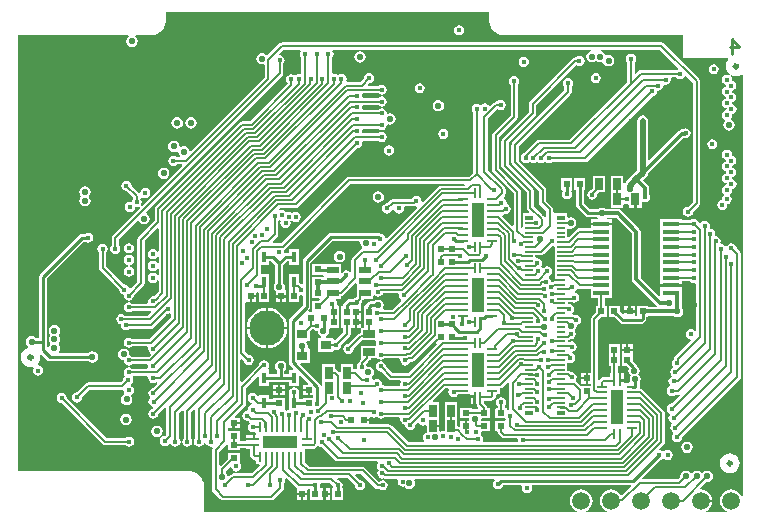
<source format=gbl>
G04*
G04 #@! TF.GenerationSoftware,Altium Limited,Altium Designer,21.7.2 (23)*
G04*
G04 Layer_Physical_Order=4*
G04 Layer_Color=16711680*
%FSAX44Y44*%
%MOMM*%
G71*
G04*
G04 #@! TF.SameCoordinates,9FC8B08E-5A0B-468E-A9A2-6B38CBE9F6CB*
G04*
G04*
G04 #@! TF.FilePolarity,Positive*
G04*
G01*
G75*
%ADD10C,0.2500*%
%ADD11C,0.2000*%
%ADD13C,0.2540*%
%ADD14C,0.1500*%
%ADD30R,0.6500X1.0000*%
%ADD31R,1.0000X0.6500*%
%ADD36R,0.9000X0.2500*%
%ADD37R,0.2500X0.9000*%
%ADD38R,1.0000X3.0000*%
%ADD40R,0.6000X0.5000*%
%ADD41R,0.9000X0.8000*%
%ADD42R,0.5000X0.6000*%
%ADD78C,0.3000*%
%ADD80C,0.5000*%
%ADD82C,1.5000*%
%ADD83C,3.0000*%
%ADD84C,0.4500*%
%ADD85C,0.5500*%
%ADD86R,1.0000X0.6000*%
%ADD87R,0.6600X0.3500*%
%ADD88R,0.6600X0.2300*%
%ADD89R,0.4500X0.9500*%
%ADD90R,1.4000X0.4000*%
%ADD91R,3.0000X1.0000*%
G36*
X00814691Y01019600D02*
X00814706Y01019525D01*
X00814695Y01019450D01*
X00814743Y01018470D01*
X00814798Y01018250D01*
Y01018023D01*
X00815181Y01016100D01*
X00815296Y01015822D01*
X00815355Y01015527D01*
X00816105Y01013716D01*
X00816272Y01013465D01*
X00816388Y01013187D01*
X00817477Y01011557D01*
X00817690Y01011344D01*
X00817857Y01011093D01*
X00819243Y01009707D01*
X00819494Y01009540D01*
X00819707Y01009327D01*
X00821337Y01008238D01*
X00821615Y01008122D01*
X00821866Y01007955D01*
X00823677Y01007205D01*
X00823972Y01007146D01*
X00824250Y01007031D01*
X00826173Y01006648D01*
X00826400D01*
X00826620Y01006593D01*
X00827600Y01006545D01*
X00827675Y01006556D01*
X00827750Y01006541D01*
X00978531Y01006541D01*
Y00987110D01*
X01014052Y00987110D01*
X01014072Y00987090D01*
Y00987090D01*
X01016480D01*
X01017106Y00985820D01*
X01016294Y00984761D01*
X01015462Y00982754D01*
X01015179Y00980600D01*
X01015462Y00978446D01*
X01016294Y00976439D01*
X01017616Y00974716D01*
X01018359Y00974146D01*
X01017676Y00973086D01*
X01016018Y00973416D01*
X01014359Y00973086D01*
X01012953Y00972146D01*
X01012014Y00970741D01*
X01011684Y00969082D01*
X01012014Y00967424D01*
X01012953Y00966018D01*
X01014359Y00965079D01*
X01015415Y00964869D01*
X01015254Y00964059D01*
X01015406Y00963293D01*
X01014359Y00963085D01*
X01012953Y00962146D01*
X01012014Y00960740D01*
X01011684Y00959082D01*
X01012014Y00957424D01*
X01012953Y00956018D01*
X01014359Y00955079D01*
X01015500Y00954852D01*
X01015344Y00954069D01*
X01015495Y00953308D01*
X01014359Y00953082D01*
X01012953Y00952142D01*
X01012014Y00950736D01*
X01011684Y00949078D01*
X01012014Y00947420D01*
X01012953Y00946014D01*
X01014359Y00945075D01*
X01015584Y00944831D01*
X01015434Y00944078D01*
X01015584Y00943325D01*
X01014359Y00943081D01*
X01012953Y00942142D01*
X01012014Y00940736D01*
X01011684Y00939078D01*
X01012014Y00937420D01*
X01012953Y00936014D01*
X01013860Y00935408D01*
X01014061Y00934116D01*
X01013996Y00933906D01*
X01013026Y00932453D01*
X01012657Y00930600D01*
X01013026Y00928747D01*
X01014075Y00927175D01*
X01015647Y00926126D01*
X01017500Y00925757D01*
X01019353Y00926126D01*
X01020925Y00927175D01*
X01021974Y00928747D01*
X01022343Y00930600D01*
X01021974Y00932453D01*
X01020925Y00934025D01*
X01019658Y00934871D01*
X01019524Y00935136D01*
X01019332Y00935990D01*
X01019323Y00936375D01*
X01020021Y00937420D01*
X01020351Y00939078D01*
X01020201Y00939831D01*
X01021426Y00940075D01*
X01022832Y00941014D01*
X01023771Y00942420D01*
X01024101Y00944078D01*
X01023771Y00945736D01*
X01022832Y00947142D01*
X01021426Y00948081D01*
X01020201Y00948325D01*
X01020351Y00949078D01*
X01020199Y00949839D01*
X01021336Y00950065D01*
X01022741Y00951004D01*
X01023681Y00952410D01*
X01024010Y00954069D01*
X01023681Y00955727D01*
X01022741Y00957133D01*
X01021336Y00958072D01*
X01020195Y00958299D01*
X01020351Y00959082D01*
X01020199Y00959847D01*
X01021245Y00960056D01*
X01022651Y00960995D01*
X01023590Y00962401D01*
X01023920Y00964059D01*
X01023590Y00965717D01*
X01022651Y00967123D01*
X01021245Y00968062D01*
X01020190Y00968272D01*
X01020351Y00969082D01*
X01020021Y00970741D01*
X01019082Y00972146D01*
X01019764Y00973218D01*
X01021346Y00972562D01*
X01023500Y00972279D01*
X01025654Y00972562D01*
X01027661Y00973394D01*
X01028421Y00973977D01*
X01029691Y00973351D01*
Y00616502D01*
X01028421Y00616249D01*
X01027948Y00617391D01*
X01026425Y00619375D01*
X01024441Y00620898D01*
X01022130Y00621855D01*
X01019650Y00622182D01*
X01017170Y00621855D01*
X01014859Y00620898D01*
X01012875Y00619375D01*
X01011352Y00617391D01*
X01010395Y00615080D01*
X01010068Y00612600D01*
X01010395Y00610120D01*
X01011352Y00607809D01*
X01012875Y00605825D01*
X01014859Y00604302D01*
X01015760Y00603929D01*
X01015507Y00602659D01*
X00998393D01*
X00998140Y00603929D01*
X00999041Y00604302D01*
X01001025Y00605825D01*
X01002548Y00607809D01*
X01003505Y00610120D01*
X01003700Y00611600D01*
X00994250D01*
Y00613600D01*
X01003700D01*
X01003505Y00615080D01*
X01002548Y00617391D01*
X01001025Y00619375D01*
X00999041Y00620898D01*
X00996730Y00621855D01*
X00994250Y00622182D01*
X00994087Y00622160D01*
X00993525Y00623299D01*
X00998819Y00628593D01*
X00999250Y00628507D01*
X01001103Y00628876D01*
X01002675Y00629925D01*
X01003724Y00631497D01*
X01004093Y00633350D01*
X01003724Y00635203D01*
X01002675Y00636774D01*
X01001103Y00637824D01*
X00999250Y00638193D01*
X00997397Y00637824D01*
X00995826Y00636774D01*
X00995514Y00636308D01*
X00993986D01*
X00993675Y00636774D01*
X00992103Y00637824D01*
X00990250Y00638193D01*
X00988397Y00637824D01*
X00986825Y00636774D01*
X00986514Y00636308D01*
X00984986D01*
X00984675Y00636774D01*
X00983103Y00637824D01*
X00981250Y00638193D01*
X00979397Y00637824D01*
X00977825Y00636774D01*
X00976776Y00635203D01*
X00976407Y00633350D01*
X00976493Y00632919D01*
X00974233Y00630659D01*
X00944154D01*
X00943668Y00631832D01*
X00958853Y00647017D01*
X00960071Y00647259D01*
X00961477Y00648199D01*
X00962946Y00648112D01*
X00964092Y00647347D01*
X00965750Y00647017D01*
X00967408Y00647347D01*
X00968814Y00648286D01*
X00969753Y00649692D01*
X00970083Y00651350D01*
X00969753Y00653008D01*
X00968814Y00654414D01*
X00967408Y00655353D01*
X00965750Y00655683D01*
X00964092Y00655353D01*
X00962686Y00654414D01*
X00961216Y00654501D01*
X00960071Y00655266D01*
X00959209Y00655437D01*
X00958791Y00656815D01*
X00962413Y00660437D01*
X00963076Y00661429D01*
X00963309Y00662600D01*
X00963309Y00662600D01*
Y00686600D01*
X00963309Y00686600D01*
X00963076Y00687771D01*
X00962413Y00688763D01*
X00944763Y00706413D01*
X00943771Y00707076D01*
X00942600Y00707309D01*
X00942070Y00708366D01*
Y00712500D01*
X00942070Y00712500D01*
X00942070D01*
X00942596Y00713554D01*
X00942724Y00713747D01*
X00943093Y00715600D01*
X00942724Y00717453D01*
X00941674Y00719025D01*
X00940986Y00719484D01*
X00941787Y00720684D01*
X00942156Y00722537D01*
X00941787Y00724390D01*
X00940738Y00725962D01*
X00939867Y00726543D01*
X00939800Y00726879D01*
X00939082Y00727954D01*
X00936000Y00731036D01*
Y00735350D01*
Y00739350D01*
X00927000D01*
Y00735350D01*
Y00726350D01*
X00931314D01*
X00933013Y00724651D01*
X00932839Y00724390D01*
X00932470Y00722537D01*
X00932839Y00720684D01*
X00933888Y00719112D01*
X00934577Y00718652D01*
X00933776Y00717453D01*
X00933407Y00715600D01*
X00933776Y00713747D01*
X00933860Y00713620D01*
X00933262Y00712500D01*
X00929070D01*
X00928909Y00713250D01*
X00925570D01*
Y00714250D01*
X00924570D01*
Y00720750D01*
X00923594D01*
Y00726350D01*
X00925000D01*
Y00735350D01*
Y00745350D01*
X00916000D01*
Y00735350D01*
Y00726350D01*
X00917476D01*
Y00720750D01*
X00917320D01*
Y00717309D01*
X00911742D01*
X00911742Y00717309D01*
X00910571Y00717076D01*
X00909579Y00716413D01*
X00909579Y00716413D01*
X00908407Y00715241D01*
X00907899Y00714481D01*
X00906766Y00714637D01*
X00906629Y00714692D01*
Y00765155D01*
X00909324Y00767850D01*
X00914000D01*
Y00777850D01*
X00912559D01*
Y00784350D01*
X00918500D01*
Y00790850D01*
Y00797350D01*
Y00803850D01*
Y00810350D01*
Y00816850D01*
Y00823350D01*
Y00829850D01*
Y00836350D01*
Y00842850D01*
Y00845850D01*
X00909500D01*
X00900500D01*
Y00843409D01*
X00891000D01*
X00889829Y00843176D01*
X00888837Y00842513D01*
X00888837Y00842513D01*
X00881870Y00835546D01*
X00880600Y00836072D01*
Y00842414D01*
X00881870Y00843081D01*
X00883500Y00842757D01*
X00885354Y00843126D01*
X00886925Y00844175D01*
X00887975Y00845747D01*
X00888343Y00847600D01*
X00887975Y00849453D01*
X00886925Y00851025D01*
X00885354Y00852074D01*
X00883500Y00852443D01*
X00881870Y00852119D01*
X00880600Y00852786D01*
Y00856100D01*
X00870000D01*
X00869043Y00856855D01*
Y00859366D01*
X00869043Y00859366D01*
X00868810Y00860536D01*
X00868147Y00861529D01*
X00868147Y00861529D01*
X00863059Y00866617D01*
Y00875850D01*
X00862826Y00877020D01*
X00862163Y00878013D01*
X00839559Y00900617D01*
Y00912583D01*
X00883436Y00956460D01*
X00883436Y00956460D01*
X00884099Y00957452D01*
X00884332Y00958623D01*
X00884332Y00958623D01*
Y00963050D01*
X00884337Y00963054D01*
X00885276Y00964460D01*
X00885606Y00966118D01*
X00885276Y00967776D01*
X00884337Y00969182D01*
X00882931Y00970121D01*
X00881273Y00970451D01*
X00879615Y00970121D01*
X00878209Y00969182D01*
X00877270Y00967776D01*
X00876940Y00966118D01*
X00877270Y00964460D01*
X00878209Y00963054D01*
X00878214Y00963050D01*
Y00959890D01*
X00834337Y00916013D01*
X00833674Y00915021D01*
X00833441Y00913850D01*
X00833441Y00913850D01*
Y00899350D01*
X00833441Y00899350D01*
X00833674Y00898179D01*
X00834337Y00897187D01*
X00856941Y00874583D01*
Y00865350D01*
X00856941Y00865350D01*
X00857174Y00864180D01*
X00857837Y00863187D01*
X00862925Y00858099D01*
Y00853351D01*
X00861845Y00852953D01*
X00861655Y00852944D01*
X00852617Y00861982D01*
Y00874791D01*
X00852385Y00875962D01*
X00851722Y00876954D01*
X00851722Y00876954D01*
X00831170Y00897506D01*
Y00915935D01*
X00853663Y00938428D01*
X00854326Y00939421D01*
X00854559Y00940591D01*
Y00947583D01*
X00888581Y00981605D01*
X00889342Y00981097D01*
X00891000Y00980767D01*
X00892658Y00981097D01*
X00894064Y00982036D01*
X00895003Y00983442D01*
X00895333Y00985100D01*
X00895003Y00986758D01*
X00894064Y00988164D01*
X00892658Y00989103D01*
X00891000Y00989433D01*
X00889342Y00989103D01*
X00887936Y00988164D01*
X00887874Y00988072D01*
X00887663D01*
X00886492Y00987839D01*
X00885500Y00987176D01*
X00885500Y00987176D01*
X00849337Y00951013D01*
X00848674Y00950021D01*
X00848441Y00948850D01*
X00848441Y00948850D01*
Y00941858D01*
X00825948Y00919365D01*
X00825285Y00918372D01*
X00825052Y00917202D01*
X00825052Y00917202D01*
Y00896239D01*
X00825052Y00896239D01*
X00825285Y00895069D01*
X00825948Y00894076D01*
X00846500Y00873524D01*
Y00860715D01*
X00846500Y00860715D01*
X00846733Y00859544D01*
X00847396Y00858552D01*
X00848675Y00857273D01*
X00848189Y00856100D01*
X00842900D01*
Y00844050D01*
X00842869Y00843998D01*
X00841630Y00843441D01*
X00841559Y00843504D01*
Y00874159D01*
X00841559Y00874159D01*
X00841326Y00875330D01*
X00840663Y00876322D01*
X00823144Y00893841D01*
Y00920668D01*
X00837913Y00935437D01*
X00838576Y00936430D01*
X00838809Y00937600D01*
X00838809Y00937600D01*
Y00964782D01*
X00838814Y00964786D01*
X00839753Y00966192D01*
X00840083Y00967850D01*
X00839753Y00969508D01*
X00838814Y00970914D01*
X00837408Y00971853D01*
X00835750Y00972183D01*
X00834092Y00971853D01*
X00832686Y00970914D01*
X00831747Y00969508D01*
X00831417Y00967850D01*
X00831747Y00966192D01*
X00832686Y00964786D01*
X00832691Y00964782D01*
Y00938867D01*
X00817922Y00924098D01*
X00817259Y00923105D01*
X00817026Y00921935D01*
X00817026Y00921935D01*
Y00892574D01*
X00817026Y00892574D01*
X00817259Y00891404D01*
X00817922Y00890411D01*
X00835441Y00872892D01*
Y00845644D01*
X00834268Y00845158D01*
X00825905Y00853521D01*
X00825952Y00853999D01*
X00826364Y00854858D01*
X00827201Y00855024D01*
X00827769Y00855403D01*
X00828457Y00855267D01*
X00830115Y00855596D01*
X00831521Y00856536D01*
X00832460Y00857942D01*
X00832790Y00859600D01*
X00832460Y00861258D01*
X00831521Y00862664D01*
X00830115Y00863603D01*
X00829224Y00863781D01*
X00829387Y00864600D01*
X00829057Y00866258D01*
X00828118Y00867664D01*
X00827110Y00868337D01*
X00826765Y00869789D01*
X00827663Y00870687D01*
X00827663Y00870687D01*
X00828326Y00871679D01*
X00828559Y00872850D01*
X00828559Y00872850D01*
Y00876338D01*
X00828326Y00877508D01*
X00827663Y00878501D01*
X00827663Y00878501D01*
X00813559Y00892605D01*
Y00936301D01*
X00821551Y00944292D01*
X00822592Y00943597D01*
X00824250Y00943267D01*
X00825908Y00943597D01*
X00827314Y00944536D01*
X00828253Y00945942D01*
X00828583Y00947600D01*
X00828253Y00949258D01*
X00827314Y00950664D01*
X00825908Y00951603D01*
X00824250Y00951933D01*
X00822592Y00951603D01*
X00821186Y00950664D01*
X00821182Y00950659D01*
X00820533D01*
X00820533Y00950659D01*
X00819362Y00950426D01*
X00818370Y00949763D01*
X00818370Y00949763D01*
X00815714Y00947107D01*
X00814079Y00947268D01*
X00813814Y00947664D01*
X00812408Y00948603D01*
X00810750Y00948933D01*
X00809092Y00948603D01*
X00807686Y00947664D01*
X00806335Y00947928D01*
X00805677Y00948367D01*
X00804019Y00948697D01*
X00802361Y00948367D01*
X00800955Y00947427D01*
X00800016Y00946022D01*
X00799686Y00944363D01*
X00800016Y00942705D01*
X00800955Y00941299D01*
X00800960Y00941296D01*
Y00890482D01*
X00797387Y00886909D01*
X00695750D01*
X00695750Y00886909D01*
X00694579Y00886676D01*
X00693587Y00886013D01*
X00638483Y00830909D01*
X00631794D01*
X00631308Y00832082D01*
X00635204Y00835978D01*
X00635204Y00835978D01*
X00635867Y00836970D01*
X00636100Y00838141D01*
X00636100Y00838141D01*
Y00849229D01*
X00637341Y00850095D01*
X00638123Y00849844D01*
X00638201Y00849655D01*
X00638182Y00849268D01*
X00637868Y00847686D01*
X00638197Y00846028D01*
X00639137Y00844622D01*
X00640543Y00843683D01*
X00642201Y00843353D01*
X00643859Y00843683D01*
X00645265Y00844622D01*
X00646204Y00846028D01*
X00646534Y00847686D01*
X00646257Y00849077D01*
X00646420Y00849109D01*
X00647622Y00849912D01*
X00647698Y00849798D01*
X00649103Y00848859D01*
X00650762Y00848529D01*
X00652420Y00848859D01*
X00653826Y00849798D01*
X00654765Y00851204D01*
X00655095Y00852862D01*
X00654765Y00854521D01*
X00653826Y00855926D01*
X00652420Y00856866D01*
X00650762Y00857196D01*
X00649103Y00856866D01*
X00647901Y00856063D01*
X00647825Y00856176D01*
X00646420Y00857116D01*
X00644761Y00857446D01*
X00643103Y00857116D01*
X00642691Y00856840D01*
X00642049Y00857801D01*
X00640644Y00858740D01*
X00638985Y00859070D01*
X00637327Y00858740D01*
X00637131Y00858609D01*
X00636322Y00859596D01*
X00637267Y00860541D01*
X00650750D01*
X00650750Y00860541D01*
X00651921Y00860774D01*
X00652913Y00861437D01*
X00702744Y00911268D01*
X00702750Y00911267D01*
X00704408Y00911597D01*
X00705814Y00912536D01*
X00706753Y00913942D01*
X00707083Y00915600D01*
X00706950Y00916271D01*
X00707975Y00917541D01*
X00720510D01*
X00720514Y00917536D01*
X00721920Y00916597D01*
X00723578Y00916267D01*
X00725236Y00916597D01*
X00726642Y00917536D01*
X00727581Y00918942D01*
X00727911Y00920600D01*
X00727581Y00922258D01*
X00726642Y00923664D01*
X00725236Y00924604D01*
X00723578Y00924933D01*
X00721920Y00924604D01*
X00720514Y00923664D01*
X00720510Y00923659D01*
X00707976D01*
X00706950Y00924929D01*
X00707083Y00925600D01*
X00706950Y00926271D01*
X00707975Y00927541D01*
X00720510D01*
X00720514Y00927536D01*
X00721920Y00926597D01*
X00723578Y00926267D01*
X00725236Y00926597D01*
X00726642Y00927536D01*
X00727581Y00928942D01*
X00727911Y00930600D01*
X00727906Y00930626D01*
X00729058Y00931344D01*
X00730750Y00931007D01*
X00732603Y00931376D01*
X00734175Y00932425D01*
X00735224Y00933997D01*
X00735593Y00935850D01*
X00735224Y00937703D01*
X00734175Y00939275D01*
X00732603Y00940324D01*
X00730750Y00940693D01*
X00729152Y00940375D01*
X00728954Y00940411D01*
X00728355Y00940722D01*
X00727807Y00941124D01*
X00727581Y00942258D01*
X00726642Y00943664D01*
X00725236Y00944604D01*
X00723578Y00944933D01*
X00721920Y00944604D01*
X00720514Y00943664D01*
X00720510Y00943659D01*
X00707976D01*
X00706950Y00944929D01*
X00707083Y00945600D01*
X00706950Y00946271D01*
X00707975Y00947541D01*
X00720510D01*
X00720514Y00947536D01*
X00721920Y00946597D01*
X00723578Y00946267D01*
X00725236Y00946597D01*
X00726642Y00947536D01*
X00727581Y00948942D01*
X00727911Y00950600D01*
X00727581Y00952258D01*
X00726642Y00953664D01*
X00725236Y00954604D01*
X00723578Y00954933D01*
X00721920Y00954604D01*
X00720514Y00953664D01*
X00720510Y00953659D01*
X00707976D01*
X00706950Y00954929D01*
X00707083Y00955600D01*
X00706950Y00956271D01*
X00707975Y00957541D01*
X00720510D01*
X00720514Y00957536D01*
X00721920Y00956597D01*
X00723578Y00956267D01*
X00725236Y00956597D01*
X00726642Y00957536D01*
X00727581Y00958942D01*
X00727911Y00960600D01*
X00727581Y00962258D01*
X00726642Y00963664D01*
X00725236Y00964603D01*
X00723578Y00964933D01*
X00721920Y00964603D01*
X00720514Y00963664D01*
X00720510Y00963659D01*
X00712294D01*
X00711808Y00964832D01*
X00712994Y00966018D01*
X00713000Y00966017D01*
X00714658Y00966347D01*
X00716064Y00967286D01*
X00717003Y00968692D01*
X00717333Y00970350D01*
X00717003Y00972008D01*
X00716064Y00973414D01*
X00714658Y00974353D01*
X00713000Y00974683D01*
X00711342Y00974353D01*
X00709936Y00973414D01*
X00708997Y00972008D01*
X00708667Y00970350D01*
X00708668Y00970344D01*
X00705483Y00967159D01*
X00694516D01*
X00694296Y00967323D01*
X00693598Y00968429D01*
X00693827Y00969577D01*
X00693497Y00971236D01*
X00692558Y00972642D01*
X00691152Y00973581D01*
X00689493Y00973911D01*
X00687835Y00973581D01*
X00686648Y00972788D01*
X00686564Y00972914D01*
X00685158Y00973854D01*
X00683500Y00974183D01*
X00682829Y00974050D01*
X00681559Y00975076D01*
Y00987611D01*
X00681564Y00987614D01*
X00682503Y00989020D01*
X00682833Y00990678D01*
X00682503Y00992337D01*
X00681879Y00993271D01*
X00682480Y00994541D01*
X00900511D01*
X00900636Y00993271D01*
X00899647Y00993074D01*
X00898075Y00992025D01*
X00897026Y00990453D01*
X00896657Y00988600D01*
X00897026Y00986747D01*
X00898075Y00985175D01*
X00899647Y00984126D01*
X00901500Y00983757D01*
X00903353Y00984126D01*
X00903973Y00984540D01*
X00905000Y00985132D01*
X00906027Y00984540D01*
X00906647Y00984126D01*
X00908500Y00983757D01*
X00909827Y00984021D01*
X00911195Y00983353D01*
X00911291Y00983224D01*
X00912326Y00981675D01*
X00913897Y00980626D01*
X00915750Y00980257D01*
X00917603Y00980626D01*
X00919175Y00981675D01*
X00920224Y00983247D01*
X00920593Y00985100D01*
X00920224Y00986953D01*
X00919175Y00988524D01*
X00917603Y00989574D01*
X00915750Y00989943D01*
X00914423Y00989679D01*
X00913055Y00990347D01*
X00912960Y00990476D01*
X00911925Y00992025D01*
X00910353Y00993074D01*
X00909364Y00993271D01*
X00909489Y00994541D01*
X00959233D01*
X00974702Y00979072D01*
X00974312Y00977667D01*
X00973552Y00977159D01*
X00943051D01*
X00943050Y00977159D01*
X00941880Y00976926D01*
X00940888Y00976263D01*
X00938920Y00974295D01*
X00937747Y00974781D01*
Y00983491D01*
X00937814Y00983536D01*
X00938753Y00984942D01*
X00939083Y00986600D01*
X00938753Y00988258D01*
X00937814Y00989664D01*
X00936408Y00990603D01*
X00934750Y00990933D01*
X00933092Y00990603D01*
X00931686Y00989664D01*
X00930747Y00988258D01*
X00930417Y00986600D01*
X00930747Y00984942D01*
X00931629Y00983621D01*
Y00967004D01*
X00882783Y00918159D01*
X00856533D01*
X00855362Y00917926D01*
X00854370Y00917263D01*
X00843776Y00906669D01*
X00842436Y00905774D01*
X00841497Y00904368D01*
X00841167Y00902710D01*
X00841497Y00901052D01*
X00842436Y00899646D01*
X00843842Y00898707D01*
X00845500Y00898377D01*
X00847158Y00898707D01*
X00848564Y00899646D01*
X00849735Y00899112D01*
X00850342Y00898706D01*
X00852000Y00898376D01*
X00853658Y00898706D01*
X00854369Y00899181D01*
X00855545Y00899537D01*
X00856951Y00898598D01*
X00858609Y00898268D01*
X00860267Y00898598D01*
X00860945Y00899051D01*
X00862045Y00899537D01*
X00863451Y00898598D01*
X00865109Y00898268D01*
X00866767Y00898598D01*
X00868173Y00899537D01*
X00868177Y00899542D01*
X00896024D01*
X00896025Y00899542D01*
X00897195Y00899775D01*
X00898187Y00900438D01*
X00952518Y00954768D01*
X00952524Y00954767D01*
X00954182Y00955097D01*
X00955588Y00956036D01*
X00956527Y00957442D01*
X00956857Y00959100D01*
X00957815Y00959848D01*
X00959064Y00960097D01*
X00960470Y00961036D01*
X00961409Y00962442D01*
X00961724Y00964026D01*
X00961794Y00964144D01*
X00962856Y00964997D01*
X00964012Y00964767D01*
X00965670Y00965097D01*
X00967076Y00966036D01*
X00968015Y00967442D01*
X00968345Y00969100D01*
X00968212Y00969771D01*
X00969238Y00971041D01*
X00973016D01*
X00973186Y00970786D01*
X00974592Y00969847D01*
X00976250Y00969517D01*
X00977908Y00969847D01*
X00979314Y00970786D01*
X00980066Y00971912D01*
X00981472Y00972303D01*
X00987191Y00966583D01*
Y00865867D01*
X00983006Y00861682D01*
X00983000Y00861683D01*
X00981342Y00861353D01*
X00979936Y00860414D01*
X00978997Y00859008D01*
X00978667Y00857350D01*
X00978997Y00855692D01*
X00979936Y00854286D01*
X00981342Y00853347D01*
X00983000Y00853017D01*
X00984658Y00853347D01*
X00986064Y00854286D01*
X00987003Y00855692D01*
X00987333Y00857350D01*
X00987332Y00857356D01*
X00992413Y00862437D01*
X00992413Y00862437D01*
X00993076Y00863429D01*
X00993309Y00864600D01*
Y00967850D01*
X00993309Y00967850D01*
X00993076Y00969021D01*
X00992413Y00970013D01*
X00962663Y00999763D01*
X00961671Y01000426D01*
X00960500Y01000659D01*
X00960500Y01000659D01*
X00639250D01*
X00639250Y01000659D01*
X00638079Y01000426D01*
X00637087Y00999763D01*
X00637087Y00999763D01*
X00627153Y00989829D01*
X00625889Y00989953D01*
X00625675Y00990275D01*
X00624103Y00991324D01*
X00622250Y00991693D01*
X00620397Y00991324D01*
X00618825Y00990275D01*
X00617776Y00988703D01*
X00617407Y00986850D01*
X00617776Y00984997D01*
X00618825Y00983425D01*
X00620397Y00982376D01*
X00622250Y00982007D01*
X00623171Y00982190D01*
X00624441Y00981190D01*
Y00970825D01*
X00562276Y00908661D01*
X00560898Y00909079D01*
X00560724Y00909953D01*
X00559674Y00911525D01*
X00558103Y00912574D01*
X00556250Y00912943D01*
X00554397Y00912574D01*
X00553445Y00911938D01*
X00552285Y00912618D01*
X00551916Y00914471D01*
X00550866Y00916042D01*
X00549295Y00917092D01*
X00547442Y00917461D01*
X00545588Y00917092D01*
X00544017Y00916042D01*
X00542967Y00914471D01*
X00542599Y00912618D01*
X00542967Y00910764D01*
X00544017Y00909193D01*
X00545588Y00908143D01*
X00547442Y00907775D01*
X00549295Y00908143D01*
X00550247Y00908780D01*
X00551407Y00908100D01*
X00551776Y00906247D01*
X00552825Y00904676D01*
X00552435Y00903409D01*
X00550318D01*
X00550314Y00903414D01*
X00548908Y00904353D01*
X00547250Y00904683D01*
X00545592Y00904353D01*
X00544186Y00903414D01*
X00543247Y00902008D01*
X00542917Y00900350D01*
X00543247Y00898692D01*
X00544186Y00897286D01*
X00545592Y00896347D01*
X00547250Y00896017D01*
X00548908Y00896347D01*
X00550314Y00897286D01*
X00550318Y00897291D01*
X00554198D01*
X00554683Y00896118D01*
X00520821Y00862256D01*
X00519835Y00863065D01*
X00520253Y00863692D01*
X00520583Y00865350D01*
X00520253Y00867008D01*
X00519412Y00868268D01*
X00519586Y00869314D01*
X00520797Y00869795D01*
X00521842Y00869097D01*
X00523500Y00868767D01*
X00525158Y00869097D01*
X00526564Y00870036D01*
X00527503Y00871442D01*
X00527833Y00873100D01*
X00527503Y00874758D01*
X00526564Y00876164D01*
X00525158Y00877103D01*
X00523500Y00877433D01*
X00521842Y00877103D01*
X00520436Y00876164D01*
X00519497Y00874758D01*
X00519284Y00873688D01*
X00517944Y00873232D01*
X00511832Y00879344D01*
X00511833Y00879350D01*
X00511503Y00881008D01*
X00510564Y00882414D01*
X00509158Y00883353D01*
X00507500Y00883683D01*
X00505842Y00883353D01*
X00504436Y00882414D01*
X00503497Y00881008D01*
X00503167Y00879350D01*
X00503497Y00877692D01*
X00504436Y00876286D01*
X00505842Y00875347D01*
X00507500Y00875017D01*
X00507506Y00875018D01*
X00512957Y00869567D01*
X00513186Y00868414D01*
X00512247Y00867008D01*
X00511927Y00865399D01*
X00510500Y00865683D01*
X00508842Y00865353D01*
X00507436Y00864414D01*
X00506497Y00863008D01*
X00506167Y00861350D01*
X00506497Y00859692D01*
X00507436Y00858286D01*
X00508842Y00857347D01*
X00510500Y00857017D01*
X00512158Y00857347D01*
X00513564Y00858286D01*
X00514503Y00859692D01*
X00514823Y00861301D01*
X00516250Y00861017D01*
X00517908Y00861347D01*
X00518535Y00861765D01*
X00519344Y00860779D01*
X00495837Y00837271D01*
X00495174Y00836279D01*
X00494941Y00835109D01*
X00494941Y00835108D01*
Y00828918D01*
X00494936Y00828914D01*
X00493997Y00827508D01*
X00493667Y00825850D01*
X00493997Y00824192D01*
X00494936Y00822786D01*
X00496342Y00821847D01*
X00498000Y00821517D01*
X00499658Y00821847D01*
X00501064Y00822786D01*
X00502003Y00824192D01*
X00502333Y00825850D01*
X00502003Y00827508D01*
X00501064Y00828914D01*
X00501059Y00828918D01*
Y00833842D01*
X00516602Y00849385D01*
X00518070Y00849056D01*
X00518825Y00847925D01*
X00520397Y00846876D01*
X00522250Y00846507D01*
X00524103Y00846876D01*
X00525675Y00847925D01*
X00526724Y00849497D01*
X00527093Y00851350D01*
X00526724Y00853203D01*
X00525675Y00854774D01*
X00524543Y00855530D01*
X00524216Y00856998D01*
X00639413Y00972196D01*
X00639413Y00972196D01*
X00640076Y00973188D01*
X00640309Y00974359D01*
Y00982282D01*
X00640314Y00982286D01*
X00641253Y00983692D01*
X00641583Y00985350D01*
X00641253Y00987008D01*
X00640314Y00988414D01*
X00638908Y00989353D01*
X00637421Y00989649D01*
X00637089Y00990216D01*
X00636880Y00990905D01*
X00640517Y00994541D01*
X00654520D01*
X00655121Y00993271D01*
X00654497Y00992337D01*
X00654167Y00990678D01*
X00654497Y00989020D01*
X00655436Y00987614D01*
X00655441Y00987611D01*
Y00975076D01*
X00654171Y00974050D01*
X00653500Y00974183D01*
X00651842Y00973854D01*
X00650974Y00973274D01*
X00650436Y00972914D01*
X00649060Y00973142D01*
X00648668Y00973404D01*
X00647009Y00973734D01*
X00645351Y00973404D01*
X00643945Y00972465D01*
X00643006Y00971059D01*
X00642676Y00969401D01*
X00643006Y00967742D01*
X00643945Y00966337D01*
X00643542Y00965218D01*
X00612233Y00933909D01*
X00605753D01*
X00605752Y00933909D01*
X00604582Y00933676D01*
X00603590Y00933013D01*
X00532337Y00861760D01*
X00531674Y00860768D01*
X00531441Y00859597D01*
X00531441Y00859597D01*
Y00849617D01*
X00517587Y00835763D01*
X00516924Y00834770D01*
X00516691Y00833600D01*
X00516691Y00833600D01*
Y00797996D01*
X00511035Y00792340D01*
X00509819Y00792709D01*
X00509758Y00793018D01*
X00508819Y00794423D01*
X00507413Y00795363D01*
X00505755Y00795693D01*
X00505748Y00795691D01*
X00490309Y00811131D01*
Y00822782D01*
X00490314Y00822786D01*
X00491253Y00824192D01*
X00491583Y00825850D01*
X00491253Y00827508D01*
X00490314Y00828914D01*
X00488908Y00829853D01*
X00487250Y00830183D01*
X00485592Y00829853D01*
X00484186Y00828914D01*
X00483247Y00827508D01*
X00482917Y00825850D01*
X00483247Y00824192D01*
X00484186Y00822786D01*
X00484191Y00822782D01*
Y00809864D01*
X00484191Y00809864D01*
X00484424Y00808693D01*
X00485087Y00807701D01*
X00501423Y00791366D01*
X00501421Y00791359D01*
X00501751Y00789701D01*
X00502691Y00788295D01*
X00504096Y00787356D01*
X00505194Y00787138D01*
X00505037Y00786350D01*
X00505367Y00784692D01*
X00506306Y00783286D01*
X00507712Y00782347D01*
X00509371Y00782017D01*
X00511029Y00782347D01*
X00512435Y00783286D01*
X00513374Y00784692D01*
X00513704Y00786350D01*
X00513703Y00786356D01*
X00521913Y00794566D01*
X00521913Y00794566D01*
X00522576Y00795559D01*
X00522809Y00796729D01*
Y00832333D01*
X00533768Y00843292D01*
X00534941Y00842806D01*
Y00823891D01*
X00533671Y00823506D01*
X00533064Y00824414D01*
X00531658Y00825353D01*
X00530000Y00825683D01*
X00528342Y00825353D01*
X00526936Y00824414D01*
X00525997Y00823008D01*
X00525667Y00821350D01*
X00525997Y00819692D01*
X00526936Y00818286D01*
X00528342Y00817347D01*
X00530000Y00817017D01*
X00531658Y00817347D01*
X00533064Y00818286D01*
X00533671Y00819194D01*
X00534941Y00818809D01*
Y00813891D01*
X00533671Y00813506D01*
X00533064Y00814414D01*
X00531658Y00815354D01*
X00530000Y00815683D01*
X00528342Y00815354D01*
X00526936Y00814414D01*
X00525997Y00813008D01*
X00525667Y00811350D01*
X00525997Y00809692D01*
X00526936Y00808286D01*
X00528342Y00807347D01*
X00530000Y00807017D01*
X00531658Y00807347D01*
X00533064Y00808286D01*
X00533671Y00809194D01*
X00534941Y00808809D01*
Y00803891D01*
X00533671Y00803506D01*
X00533064Y00804414D01*
X00531658Y00805354D01*
X00530000Y00805683D01*
X00528342Y00805354D01*
X00526936Y00804414D01*
X00525997Y00803008D01*
X00525667Y00801350D01*
X00525997Y00799692D01*
X00526936Y00798286D01*
X00528342Y00797347D01*
X00530000Y00797017D01*
X00531658Y00797347D01*
X00533064Y00798286D01*
X00533671Y00799194D01*
X00534941Y00798809D01*
Y00789812D01*
X00530711Y00785582D01*
X00530199Y00785684D01*
X00528540Y00785354D01*
X00527135Y00784414D01*
X00526195Y00783008D01*
X00525865Y00781350D01*
X00525999Y00780679D01*
X00524973Y00779409D01*
X00512438D01*
X00512435Y00779414D01*
X00511029Y00780353D01*
X00509371Y00780683D01*
X00507712Y00780353D01*
X00506306Y00779414D01*
X00505367Y00778008D01*
X00505037Y00776350D01*
X00505367Y00774692D01*
X00506306Y00773286D01*
X00507712Y00772347D01*
X00509371Y00772017D01*
X00511029Y00772347D01*
X00512435Y00773286D01*
X00512438Y00773291D01*
X00527989D01*
X00528475Y00772118D01*
X00525765Y00769409D01*
X00506318D01*
X00506314Y00769414D01*
X00504908Y00770353D01*
X00503250Y00770683D01*
X00501592Y00770353D01*
X00500186Y00769414D01*
X00499247Y00768008D01*
X00498917Y00766350D01*
X00499247Y00764692D01*
X00500186Y00763286D01*
X00501592Y00762347D01*
X00503105Y00762046D01*
X00502917Y00761100D01*
X00503247Y00759442D01*
X00504186Y00758036D01*
X00505592Y00757097D01*
X00507250Y00756767D01*
X00508908Y00757097D01*
X00510314Y00758036D01*
X00510318Y00758041D01*
X00527998D01*
X00527998Y00758041D01*
X00529168Y00758274D01*
X00530161Y00758937D01*
X00542325Y00771101D01*
X00542750Y00771017D01*
X00544171Y00771299D01*
X00545441Y00770626D01*
Y00768117D01*
X00526733Y00749409D01*
X00512438D01*
X00512435Y00749414D01*
X00511029Y00750353D01*
X00509371Y00750683D01*
X00507712Y00750353D01*
X00506306Y00749414D01*
X00505367Y00748008D01*
X00505037Y00746350D01*
X00505367Y00744692D01*
X00506306Y00743286D01*
X00507712Y00742347D01*
X00509371Y00742017D01*
X00511029Y00742347D01*
X00512435Y00743286D01*
X00512438Y00743291D01*
X00524973D01*
X00525999Y00742021D01*
X00525865Y00741350D01*
X00526195Y00739691D01*
X00527135Y00738286D01*
X00527842Y00737813D01*
X00528068Y00736244D01*
X00526233Y00734409D01*
X00512438D01*
X00512435Y00734414D01*
X00511029Y00735353D01*
X00509890Y00735580D01*
X00510093Y00736600D01*
X00509724Y00738453D01*
X00508675Y00740025D01*
X00507103Y00741074D01*
X00505250Y00741443D01*
X00503397Y00741074D01*
X00501825Y00740025D01*
X00500776Y00738453D01*
X00500407Y00736600D01*
X00500776Y00734747D01*
X00501825Y00733175D01*
X00503397Y00732126D01*
X00505123Y00731782D01*
X00505037Y00731350D01*
X00505367Y00729692D01*
X00506306Y00728286D01*
X00507712Y00727346D01*
X00509371Y00727017D01*
X00511029Y00727346D01*
X00512435Y00728286D01*
X00512438Y00728291D01*
X00524973D01*
X00525999Y00727021D01*
X00525865Y00726350D01*
X00525999Y00725679D01*
X00524973Y00724409D01*
X00512438D01*
X00512435Y00724414D01*
X00511029Y00725353D01*
X00509371Y00725683D01*
X00507712Y00725353D01*
X00506306Y00724414D01*
X00505367Y00723008D01*
X00505037Y00721350D01*
X00505367Y00719692D01*
X00505657Y00719258D01*
X00505941Y00717920D01*
X00505540Y00717321D01*
X00505001Y00716514D01*
X00504672Y00714856D01*
X00504673Y00714849D01*
X00502709Y00712886D01*
X00475228D01*
X00475227Y00712886D01*
X00474057Y00712653D01*
X00473064Y00711990D01*
X00473064Y00711990D01*
X00465506Y00704432D01*
X00465500Y00704433D01*
X00463842Y00704103D01*
X00462436Y00703164D01*
X00461497Y00701758D01*
X00461167Y00700100D01*
X00461497Y00698442D01*
X00462436Y00697036D01*
X00463842Y00696097D01*
X00465500Y00695767D01*
X00467158Y00696097D01*
X00468564Y00697036D01*
X00469503Y00698442D01*
X00469833Y00700100D01*
X00469832Y00700106D01*
X00476494Y00706769D01*
X00503976D01*
X00503976Y00706768D01*
X00504006Y00706774D01*
X00504329Y00706587D01*
X00505241Y00705725D01*
X00505497Y00704442D01*
X00505734Y00704087D01*
X00505759Y00703892D01*
X00505311Y00702433D01*
X00504325Y00701775D01*
X00503276Y00700203D01*
X00502907Y00698350D01*
X00503276Y00696497D01*
X00504325Y00694925D01*
X00505897Y00693876D01*
X00507750Y00693507D01*
X00509603Y00693876D01*
X00511175Y00694925D01*
X00512224Y00696497D01*
X00512593Y00698350D01*
X00512224Y00700203D01*
X00511673Y00701029D01*
X00511266Y00701873D01*
X00511996Y00702657D01*
X00512564Y00703036D01*
X00513503Y00704442D01*
X00513833Y00706100D01*
X00513503Y00707758D01*
X00512564Y00709164D01*
X00511493Y00709880D01*
X00511334Y00710986D01*
X00511406Y00711349D01*
X00512069Y00711792D01*
X00513008Y00713197D01*
X00513338Y00714856D01*
X00513008Y00716514D01*
X00512718Y00716948D01*
X00512693Y00717066D01*
X00513348Y00718291D01*
X00524973D01*
X00525999Y00717021D01*
X00525865Y00716350D01*
X00526195Y00714692D01*
X00527135Y00713286D01*
X00528540Y00712347D01*
X00530199Y00712017D01*
X00531857Y00712347D01*
X00532783Y00712965D01*
X00533359Y00712830D01*
X00533757Y00711432D01*
X00530256Y00707932D01*
X00530250Y00707933D01*
X00528592Y00707603D01*
X00527186Y00706664D01*
X00526247Y00705258D01*
X00525917Y00703600D01*
X00526247Y00701942D01*
X00527186Y00700536D01*
X00527436Y00700369D01*
Y00699664D01*
X00526497Y00698258D01*
X00526167Y00696600D01*
X00526497Y00694941D01*
X00527436Y00693536D01*
X00528842Y00692596D01*
X00529226Y00692520D01*
X00529834Y00691106D01*
X00529499Y00690544D01*
X00528540Y00690354D01*
X00527135Y00689414D01*
X00526195Y00688008D01*
X00525865Y00686350D01*
X00526195Y00684692D01*
X00527135Y00683286D01*
X00528540Y00682347D01*
X00530199Y00682017D01*
X00531857Y00682347D01*
X00533263Y00683286D01*
X00534202Y00684692D01*
X00534532Y00686350D01*
X00534531Y00686356D01*
X00539671Y00691497D01*
X00540941Y00690971D01*
Y00668367D01*
X00540006Y00667432D01*
X00540000Y00667433D01*
X00538342Y00667103D01*
X00536936Y00666164D01*
X00535997Y00664758D01*
X00535667Y00663100D01*
X00535997Y00661442D01*
X00536936Y00660036D01*
X00538342Y00659097D01*
X00540000Y00658767D01*
X00541658Y00659097D01*
X00543064Y00660036D01*
X00543686Y00660967D01*
X00544459Y00660922D01*
X00545069Y00660783D01*
X00545936Y00659484D01*
X00547342Y00658545D01*
X00549000Y00658215D01*
X00550658Y00658545D01*
X00552064Y00659484D01*
X00553004Y00660890D01*
X00553333Y00662548D01*
X00553004Y00664207D01*
X00552064Y00665612D01*
X00552059Y00665616D01*
Y00686583D01*
X00554726Y00689250D01*
X00555513Y00688991D01*
X00555941Y00688669D01*
Y00665615D01*
X00555936Y00665612D01*
X00554997Y00664206D01*
X00554667Y00662548D01*
X00554997Y00660890D01*
X00555936Y00659484D01*
X00557342Y00658544D01*
X00559000Y00658215D01*
X00560658Y00658544D01*
X00562064Y00659484D01*
X00563004Y00660890D01*
X00563333Y00662548D01*
X00563004Y00664206D01*
X00562064Y00665612D01*
X00562059Y00665615D01*
Y00687583D01*
X00564671Y00690195D01*
X00565941Y00689669D01*
Y00665615D01*
X00565936Y00665612D01*
X00564997Y00664206D01*
X00564667Y00662548D01*
X00564997Y00660890D01*
X00565936Y00659484D01*
X00567342Y00658544D01*
X00569000Y00658215D01*
X00570658Y00658544D01*
X00572064Y00659484D01*
X00573004Y00660890D01*
X00573175Y00661751D01*
X00573697Y00661870D01*
X00574986Y00660944D01*
X00574997Y00660890D01*
X00575936Y00659484D01*
X00577342Y00658545D01*
X00579000Y00658215D01*
X00579935Y00658401D01*
X00580281Y00658060D01*
X00580662Y00657251D01*
X00580174Y00656520D01*
X00579941Y00655350D01*
X00579941Y00655350D01*
Y00622350D01*
X00579941Y00622350D01*
X00580174Y00621180D01*
X00580837Y00620187D01*
X00587087Y00613937D01*
X00588079Y00613274D01*
X00589250Y00613041D01*
X00630250D01*
X00630250Y00613041D01*
X00631421Y00613274D01*
X00632413Y00613937D01*
X00639913Y00621437D01*
X00639913Y00621437D01*
X00640576Y00622430D01*
X00640809Y00623600D01*
Y00626782D01*
X00640814Y00626786D01*
X00641753Y00628192D01*
X00642083Y00629850D01*
X00641886Y00630843D01*
X00643056Y00631468D01*
X00651087Y00623437D01*
X00651087Y00623437D01*
X00651750Y00622994D01*
Y00619100D01*
X00660750D01*
Y00621448D01*
X00661738Y00622325D01*
X00662750Y00622136D01*
Y00613100D01*
X00674250D01*
Y00618100D01*
Y00623100D01*
X00672102D01*
X00671339Y00624370D01*
X00671583Y00625600D01*
X00671400Y00626521D01*
X00672308Y00627791D01*
X00679733D01*
X00681918Y00625606D01*
X00681917Y00625600D01*
X00682161Y00624370D01*
X00681750Y00623100D01*
X00681750D01*
Y00613100D01*
X00690750D01*
Y00623100D01*
X00690750D01*
X00690339Y00624370D01*
X00690583Y00625600D01*
X00690254Y00627258D01*
X00689314Y00628664D01*
X00687908Y00629603D01*
X00686486Y00629886D01*
X00686063Y00630521D01*
X00686692Y00631791D01*
X00694733D01*
X00700918Y00625606D01*
X00700917Y00625600D01*
X00701247Y00623942D01*
X00702186Y00622536D01*
X00703592Y00621597D01*
X00705250Y00621267D01*
X00706909Y00621597D01*
X00708314Y00622536D01*
X00709254Y00623942D01*
X00709584Y00625600D01*
X00709254Y00627258D01*
X00708314Y00628664D01*
X00706909Y00629603D01*
X00705250Y00629933D01*
X00705244Y00629932D01*
X00701058Y00634118D01*
X00701544Y00635291D01*
X00706233D01*
X00718087Y00623437D01*
X00718087Y00623437D01*
X00719080Y00622774D01*
X00720250Y00622541D01*
X00720250Y00622541D01*
X00721433D01*
X00721436Y00622536D01*
X00722842Y00621597D01*
X00724500Y00621267D01*
X00726159Y00621597D01*
X00727564Y00622536D01*
X00728504Y00623942D01*
X00728834Y00625600D01*
X00728504Y00627258D01*
X00727564Y00628664D01*
X00726159Y00629603D01*
X00724500Y00629933D01*
X00722842Y00629603D01*
X00721481Y00628694D01*
X00709663Y00640513D01*
X00708671Y00641176D01*
X00707500Y00641409D01*
X00707500Y00641409D01*
X00662267D01*
X00658600Y00645076D01*
Y00656430D01*
X00659766Y00656680D01*
X00666850D01*
Y00657169D01*
X00667349Y00657268D01*
X00668342Y00657931D01*
X00668983Y00658573D01*
X00669959Y00658947D01*
X00670751Y00658670D01*
X00671604Y00658100D01*
X00673263Y00657770D01*
X00673269Y00657771D01*
X00684103Y00646937D01*
X00684103Y00646937D01*
X00685095Y00646274D01*
X00686266Y00646041D01*
X00686266Y00646041D01*
X00719980D01*
X00720516Y00644771D01*
X00719839Y00643758D01*
X00719510Y00642100D01*
X00719839Y00640442D01*
X00720779Y00639036D01*
X00721099Y00638822D01*
Y00638820D01*
X00720160Y00637415D01*
X00719830Y00635756D01*
X00720160Y00634098D01*
X00721099Y00632692D01*
X00722505Y00631753D01*
X00724163Y00631423D01*
X00724983Y00631586D01*
X00725075Y00631524D01*
X00726246Y00631291D01*
X00726246Y00631291D01*
X00736609D01*
X00737400Y00630021D01*
X00737167Y00628850D01*
X00737497Y00627192D01*
X00738436Y00625786D01*
X00739842Y00624847D01*
X00741500Y00624517D01*
X00742983Y00624812D01*
X00743575Y00623925D01*
X00745147Y00622876D01*
X00747000Y00622507D01*
X00748853Y00622876D01*
X00750425Y00623925D01*
X00751474Y00625497D01*
X00751843Y00627350D01*
X00751474Y00629203D01*
X00750928Y00630021D01*
X00751607Y00631291D01*
X00818979D01*
X00819364Y00630021D01*
X00819206Y00629915D01*
X00818267Y00628510D01*
X00817937Y00626851D01*
X00818267Y00625193D01*
X00819206Y00623787D01*
X00820612Y00622848D01*
X00822270Y00622518D01*
X00823928Y00622848D01*
X00825334Y00623787D01*
X00826273Y00625193D01*
X00826441Y00626036D01*
X00841772D01*
X00842449Y00624766D01*
X00842167Y00623350D01*
X00842497Y00621692D01*
X00843436Y00620286D01*
X00844842Y00619347D01*
X00846500Y00619017D01*
X00848158Y00619347D01*
X00849564Y00620286D01*
X00850503Y00621692D01*
X00850833Y00623350D01*
X00850552Y00624766D01*
X00851228Y00626036D01*
X00934451D01*
X00934937Y00624863D01*
X00927542Y00617468D01*
X00926053Y00617775D01*
X00924826Y00619375D01*
X00922841Y00620898D01*
X00920530Y00621855D01*
X00918050Y00622182D01*
X00915570Y00621855D01*
X00913259Y00620898D01*
X00911275Y00619375D01*
X00909752Y00617391D01*
X00908795Y00615080D01*
X00908468Y00612600D01*
X00908795Y00610120D01*
X00909752Y00607809D01*
X00911275Y00605825D01*
X00913259Y00604302D01*
X00914160Y00603929D01*
X00913907Y00602659D01*
X00896793D01*
X00896540Y00603929D01*
X00897441Y00604302D01*
X00899426Y00605825D01*
X00900948Y00607809D01*
X00901906Y00610120D01*
X00902232Y00612600D01*
X00901906Y00615080D01*
X00900948Y00617391D01*
X00899426Y00619375D01*
X00897441Y00620898D01*
X00895130Y00621855D01*
X00892650Y00622182D01*
X00890170Y00621855D01*
X00887859Y00620898D01*
X00885875Y00619375D01*
X00884352Y00617391D01*
X00883395Y00615080D01*
X00883068Y00612600D01*
X00883395Y00610120D01*
X00884352Y00607809D01*
X00885875Y00605825D01*
X00887859Y00604302D01*
X00888760Y00603929D01*
X00888507Y00602659D01*
X00573308D01*
Y00624664D01*
X00573293Y00624743D01*
X00573304Y00624824D01*
X00573256Y00625740D01*
X00573202Y00625955D01*
Y00626177D01*
X00572819Y00628100D01*
X00572704Y00628378D01*
X00572645Y00628673D01*
X00571895Y00630485D01*
X00571728Y00630735D01*
X00571612Y00631013D01*
X00570523Y00632643D01*
X00570310Y00632856D01*
X00570143Y00633107D01*
X00568757Y00634493D01*
X00568506Y00634660D01*
X00568293Y00634873D01*
X00566663Y00635962D01*
X00566385Y00636078D01*
X00566134Y00636245D01*
X00564323Y00636995D01*
X00564028Y00637054D01*
X00563750Y00637169D01*
X00561827Y00637552D01*
X00561600D01*
X00561380Y00637607D01*
X00560400Y00637655D01*
X00560325Y00637644D01*
X00560250Y00637659D01*
X00415809Y00637659D01*
Y01006541D01*
X00509077D01*
X00509462Y01005271D01*
X00508825Y01004846D01*
X00507776Y01003275D01*
X00507407Y01001421D01*
X00507776Y00999568D01*
X00508825Y00997997D01*
X00510397Y00996947D01*
X00512250Y00996578D01*
X00514103Y00996947D01*
X00515675Y00997997D01*
X00516724Y00999568D01*
X00517093Y01001421D01*
X00516724Y01003275D01*
X00515675Y01004846D01*
X00515038Y01005271D01*
X00515423Y01006541D01*
X00527750D01*
X00527825Y01006556D01*
X00527900Y01006545D01*
X00528880Y01006593D01*
X00529100Y01006648D01*
X00529327D01*
X00531250Y01007031D01*
X00531528Y01007146D01*
X00531823Y01007205D01*
X00533634Y01007955D01*
X00533885Y01008122D01*
X00534163Y01008238D01*
X00535793Y01009327D01*
X00536006Y01009540D01*
X00536257Y01009707D01*
X00537643Y01011093D01*
X00537810Y01011344D01*
X00538023Y01011557D01*
X00539112Y01013187D01*
X00539228Y01013465D01*
X00539395Y01013716D01*
X00540145Y01015527D01*
X00540204Y01015822D01*
X00540319Y01016100D01*
X00540702Y01018023D01*
Y01018250D01*
X00540757Y01018470D01*
X00540805Y01019450D01*
X00540794Y01019525D01*
X00540809Y01019600D01*
X00540809Y01026541D01*
X00814691D01*
Y01019600D01*
D02*
G37*
G36*
X00794193Y00879521D02*
X00794118Y00879409D01*
X00773500D01*
X00773500Y00879409D01*
X00772330Y00879176D01*
X00771337Y00878513D01*
X00758468Y00865644D01*
X00757298Y00866270D01*
X00757317Y00866366D01*
X00756987Y00868025D01*
X00756048Y00869430D01*
X00754642Y00870370D01*
X00752984Y00870699D01*
X00751326Y00870370D01*
X00749920Y00869430D01*
X00748980Y00868025D01*
X00748957Y00867909D01*
X00735630D01*
X00735630Y00867909D01*
X00733263D01*
X00733263Y00867909D01*
X00732093Y00867676D01*
X00731100Y00867013D01*
X00728476Y00864388D01*
X00728250Y00864433D01*
X00726592Y00864103D01*
X00725186Y00863164D01*
X00724247Y00861758D01*
X00723917Y00860100D01*
X00724247Y00858442D01*
X00725186Y00857036D01*
X00726592Y00856097D01*
X00728250Y00855767D01*
X00729908Y00856097D01*
X00731314Y00857036D01*
X00732253Y00858442D01*
X00732313Y00858740D01*
X00732831Y00859048D01*
X00734247Y00858442D01*
X00735186Y00857036D01*
X00736592Y00856097D01*
X00738250Y00855767D01*
X00739908Y00856097D01*
X00741314Y00857036D01*
X00742253Y00858442D01*
X00742583Y00860100D01*
X00742499Y00860521D01*
X00743542Y00861791D01*
X00750791D01*
X00750791Y00861791D01*
X00751962Y00862024D01*
X00752843Y00861794D01*
X00753327Y00860503D01*
X00727761Y00834937D01*
X00726383Y00835355D01*
X00726253Y00836008D01*
X00725314Y00837414D01*
X00723908Y00838353D01*
X00722583Y00838617D01*
X00721768Y00839161D01*
X00720500Y00839414D01*
X00680500D01*
X00679232Y00839161D01*
X00678157Y00838443D01*
X00657657Y00817943D01*
X00656939Y00816868D01*
X00656686Y00815600D01*
Y00796643D01*
X00656428Y00796382D01*
X00654913Y00796263D01*
X00653921Y00796926D01*
X00653750Y00796960D01*
Y00804600D01*
X00645250D01*
Y00791100D01*
X00645000Y00790600D01*
X00645000D01*
Y00780600D01*
X00654000D01*
Y00786215D01*
X00654982Y00787020D01*
X00655000Y00787017D01*
X00655416Y00787100D01*
X00656686Y00786057D01*
Y00778223D01*
X00645907Y00767443D01*
X00645189Y00766368D01*
X00644936Y00765100D01*
Y00729850D01*
X00645189Y00728582D01*
X00645907Y00727507D01*
X00648641Y00724773D01*
X00648154Y00723600D01*
X00645250D01*
Y00720164D01*
X00641314D01*
Y00722851D01*
X00641424Y00722925D01*
X00642474Y00724497D01*
X00642843Y00726350D01*
X00642474Y00728203D01*
X00641424Y00729774D01*
X00639853Y00730824D01*
X00638000Y00731193D01*
X00636147Y00730824D01*
X00634575Y00729774D01*
X00633526Y00728203D01*
X00633157Y00726350D01*
X00633526Y00724497D01*
X00634575Y00722925D01*
X00634686Y00722851D01*
Y00720164D01*
X00628250D01*
Y00723600D01*
X00628250D01*
X00627621Y00724870D01*
X00628003Y00725442D01*
X00628333Y00727100D01*
X00628003Y00728758D01*
X00627064Y00730164D01*
X00625658Y00731103D01*
X00624000Y00731433D01*
X00622342Y00731103D01*
X00620936Y00730164D01*
X00619997Y00728758D01*
X00619789Y00727715D01*
X00605232Y00713158D01*
X00604059Y00713644D01*
Y00732145D01*
X00605232Y00732631D01*
X00606829Y00731034D01*
X00606997Y00730192D01*
X00607936Y00728786D01*
X00609342Y00727847D01*
X00611000Y00727517D01*
X00612658Y00727847D01*
X00614064Y00728786D01*
X00615003Y00730192D01*
X00615333Y00731850D01*
X00615003Y00733508D01*
X00614064Y00734914D01*
X00612658Y00735853D01*
X00611000Y00736183D01*
X00610442Y00736072D01*
X00607559Y00738956D01*
Y00780056D01*
X00608500Y00780850D01*
X00612000D01*
Y00785850D01*
X00613000D01*
Y00786850D01*
X00617500D01*
Y00788870D01*
X00618391Y00789304D01*
X00619500Y00788542D01*
Y00780850D01*
X00628500D01*
Y00790850D01*
X00628500D01*
X00628250Y00791100D01*
Y00804600D01*
X00621309D01*
Y00812600D01*
X00628250D01*
Y00815843D01*
X00630071D01*
X00633686Y00812227D01*
Y00797099D01*
X00633575Y00797025D01*
X00632526Y00795453D01*
X00632157Y00793600D01*
X00632526Y00791747D01*
X00633575Y00790175D01*
X00634000Y00789892D01*
Y00786600D01*
X00638500D01*
Y00785600D01*
D01*
Y00786600D01*
X00643000D01*
Y00790600D01*
X00642055D01*
X00641560Y00791527D01*
X00641499Y00791870D01*
X00641843Y00793600D01*
X00641474Y00795453D01*
X00640425Y00797025D01*
X00640314Y00797099D01*
Y00812227D01*
X00643980Y00815894D01*
X00645250Y00815692D01*
Y00812600D01*
X00653750D01*
Y00826100D01*
X00645250D01*
Y00822664D01*
X00642750D01*
X00642365Y00822587D01*
X00642104Y00822699D01*
X00641082Y00823555D01*
X00640843Y00824758D01*
X00641800Y00825612D01*
X00641913Y00825687D01*
X00697017Y00880791D01*
X00793514D01*
X00794193Y00879521D01*
D02*
G37*
G36*
X00868770Y00828510D02*
X00869780Y00827884D01*
X00870000Y00827632D01*
Y00820450D01*
Y00808450D01*
Y00800450D01*
X00875300D01*
Y00798751D01*
X00870000D01*
Y00798404D01*
X00869999Y00798404D01*
X00869575D01*
X00868502Y00798190D01*
X00868189Y00797982D01*
X00867785Y00798054D01*
X00866896Y00798465D01*
X00866619Y00799861D01*
X00865679Y00801267D01*
X00865289Y00801528D01*
X00865363Y00802349D01*
X00865505Y00802911D01*
X00866814Y00803786D01*
X00867753Y00805192D01*
X00868083Y00806850D01*
X00867753Y00808508D01*
X00866814Y00809914D01*
X00865408Y00810853D01*
X00863750Y00811183D01*
X00862092Y00810853D01*
X00860903Y00810059D01*
X00859777Y00809914D01*
X00859473D01*
X00859260Y00810233D01*
X00858466Y00810763D01*
X00859253Y00811942D01*
X00859583Y00813600D01*
X00859253Y00815258D01*
X00859138Y00815432D01*
X00859120Y00815520D01*
X00858457Y00816513D01*
X00858381Y00816563D01*
X00858314Y00816664D01*
X00856908Y00817603D01*
X00855250Y00817933D01*
X00854770Y00817838D01*
X00853500Y00818880D01*
Y00820541D01*
X00858500D01*
X00858500Y00820541D01*
X00859671Y00820774D01*
X00860663Y00821437D01*
X00867494Y00828268D01*
X00867500Y00828267D01*
X00868730Y00828511D01*
X00868770Y00828510D01*
D02*
G37*
G36*
X00705589Y00831516D02*
X00705407Y00830600D01*
X00705776Y00828747D01*
X00706617Y00827487D01*
X00706725Y00827106D01*
X00706599Y00826512D01*
X00706401Y00825931D01*
X00705962Y00825638D01*
X00705962Y00825638D01*
X00698837Y00818513D01*
X00698174Y00817521D01*
X00697941Y00816350D01*
X00697941Y00816350D01*
Y00807013D01*
X00697301Y00806673D01*
X00696671Y00806509D01*
X00695408Y00807353D01*
X00693750Y00807683D01*
X00692092Y00807353D01*
X00690686Y00806414D01*
X00690250Y00805762D01*
X00688980Y00806147D01*
Y00812740D01*
X00674980D01*
X00674750Y00813100D01*
Y00813100D01*
X00664750D01*
Y00804100D01*
X00674162D01*
X00674742Y00803100D01*
X00674162Y00802100D01*
X00664750D01*
Y00794370D01*
X00664750Y00793100D01*
X00664750D01*
Y00793100D01*
X00664750D01*
Y00784100D01*
X00670679D01*
X00671153Y00782991D01*
X00670418Y00782100D01*
X00664750D01*
Y00773100D01*
X00663687Y00772600D01*
X00662096D01*
X00661609Y00773773D01*
X00662343Y00774507D01*
X00663061Y00775582D01*
X00663314Y00776850D01*
Y00814228D01*
X00681873Y00832786D01*
X00704587D01*
X00705589Y00831516D01*
D02*
G37*
G36*
X00738267Y00787030D02*
X00738183Y00786609D01*
X00738513Y00784951D01*
X00739452Y00783545D01*
X00740004Y00783176D01*
X00740170Y00781546D01*
X00733033Y00774409D01*
X00725274D01*
X00724595Y00775679D01*
X00724974Y00776247D01*
X00725343Y00778100D01*
X00724974Y00779953D01*
X00723925Y00781525D01*
X00722353Y00782574D01*
X00720500Y00782943D01*
X00718647Y00782574D01*
X00717076Y00781525D01*
X00717001Y00781414D01*
X00714214D01*
X00712946Y00781161D01*
X00711871Y00780443D01*
X00710407Y00778979D01*
X00709689Y00777904D01*
X00709628Y00777600D01*
X00708250D01*
Y00767600D01*
Y00759100D01*
X00706250D01*
Y00762600D01*
X00702750D01*
Y00758600D01*
X00705750D01*
Y00754812D01*
X00705083Y00754680D01*
X00704091Y00754017D01*
X00695506Y00745432D01*
X00695500Y00745433D01*
X00693842Y00745103D01*
X00692436Y00744164D01*
X00691497Y00742758D01*
X00691167Y00741100D01*
X00691497Y00739442D01*
X00692436Y00738036D01*
X00693842Y00737097D01*
X00695500Y00736767D01*
X00697158Y00737097D01*
X00698564Y00738036D01*
X00699503Y00739442D01*
X00699833Y00741100D01*
X00699832Y00741106D01*
X00707326Y00748600D01*
X00717783D01*
X00718663Y00747330D01*
X00718468Y00746350D01*
X00718763Y00744870D01*
X00718423Y00743990D01*
X00718215Y00743600D01*
X00705750D01*
Y00733100D01*
X00705750D01*
X00706094Y00732270D01*
X00705065Y00731241D01*
X00704402Y00730249D01*
X00704263Y00729550D01*
X00703686Y00729164D01*
X00702747Y00727758D01*
X00702417Y00726100D01*
X00702641Y00724972D01*
X00702387Y00724603D01*
X00701645Y00723983D01*
X00701642Y00723981D01*
X00700750Y00724159D01*
X00700750Y00724159D01*
X00699500D01*
Y00728100D01*
X00689000D01*
Y00721972D01*
X00687730Y00721446D01*
X00685913Y00723263D01*
X00684921Y00723926D01*
X00684000Y00724109D01*
Y00728100D01*
X00673500D01*
Y00714100D01*
Y00709646D01*
X00672230Y00709521D01*
X00672061Y00710368D01*
X00671343Y00711443D01*
X00654859Y00727927D01*
X00655346Y00729100D01*
X00662750D01*
Y00741100D01*
X00661870D01*
X00660898Y00742370D01*
X00661093Y00743350D01*
X00660724Y00745203D01*
X00659675Y00746775D01*
X00659592Y00746830D01*
X00659977Y00748100D01*
X00662750D01*
Y00755774D01*
X00664741Y00757765D01*
X00665936Y00757786D01*
X00667342Y00756847D01*
X00668178Y00756680D01*
X00669407Y00756350D01*
X00669776Y00754497D01*
X00670826Y00752925D01*
X00672397Y00751876D01*
X00672425Y00751870D01*
X00672300Y00750600D01*
X00669750D01*
Y00738600D01*
X00682750D01*
Y00739581D01*
X00684020Y00740462D01*
X00685000Y00740267D01*
X00686658Y00740597D01*
X00688064Y00741536D01*
X00689003Y00742942D01*
X00689333Y00744600D01*
X00689332Y00744606D01*
X00696413Y00751687D01*
X00697076Y00752679D01*
X00697309Y00753850D01*
X00697309Y00753850D01*
Y00758600D01*
X00700750D01*
Y00763600D01*
X00701750D01*
Y00764600D01*
X00706250D01*
Y00767600D01*
Y00771600D01*
X00701750D01*
Y00773600D01*
X00706250D01*
Y00777600D01*
X00706250D01*
X00705964Y00778135D01*
X00706503Y00778942D01*
X00706833Y00780600D01*
X00706796Y00780788D01*
X00707643Y00781635D01*
X00708306Y00782627D01*
X00708527Y00783740D01*
X00716480D01*
Y00786055D01*
X00717392Y00786419D01*
X00717750Y00786493D01*
X00719092Y00785597D01*
X00720750Y00785267D01*
X00722408Y00785597D01*
X00723814Y00786536D01*
X00724753Y00787942D01*
X00724825Y00788300D01*
X00737224D01*
X00738267Y00787030D01*
D02*
G37*
G36*
X00891114Y00791791D02*
X00891114Y00791791D01*
X00900500D01*
Y00784350D01*
X00906441D01*
Y00777850D01*
X00905000D01*
Y00772177D01*
X00901407Y00768585D01*
X00900744Y00767592D01*
X00900511Y00766422D01*
X00900511Y00766422D01*
Y00720850D01*
X00898250D01*
Y00716350D01*
Y00711850D01*
X00900511D01*
Y00709850D01*
X00892326D01*
X00888413Y00713763D01*
X00888176Y00714952D01*
X00888504Y00715442D01*
X00888833Y00717100D01*
X00888504Y00718758D01*
X00887564Y00720164D01*
X00886159Y00721103D01*
X00884500Y00721433D01*
X00884161Y00721366D01*
X00883763Y00721763D01*
X00882771Y00722426D01*
X00881600Y00722659D01*
X00880600Y00723402D01*
Y00728870D01*
X00881870Y00729552D01*
X00883273Y00729273D01*
X00884931Y00729603D01*
X00886337Y00730543D01*
X00887276Y00731948D01*
X00887606Y00733606D01*
X00887276Y00735265D01*
X00886337Y00736671D01*
X00884967Y00737586D01*
X00884940Y00737753D01*
X00885010Y00738889D01*
X00886158Y00739118D01*
X00887564Y00740057D01*
X00888503Y00741463D01*
X00888833Y00743121D01*
X00888503Y00744779D01*
X00887564Y00746185D01*
X00886158Y00747124D01*
X00884500Y00747454D01*
X00882842Y00747124D01*
X00882609Y00746969D01*
X00881145Y00747275D01*
X00881111Y00747344D01*
X00881753Y00748671D01*
X00882274Y00748774D01*
X00883137Y00749351D01*
X00883523Y00749274D01*
X00885181Y00749604D01*
X00886587Y00750544D01*
X00887526Y00751949D01*
X00887856Y00753607D01*
X00887526Y00755266D01*
X00887194Y00755764D01*
X00887425Y00756926D01*
X00888474Y00758497D01*
X00888843Y00760350D01*
X00888635Y00761396D01*
X00889681Y00761605D01*
X00891087Y00762544D01*
X00892027Y00763950D01*
X00892356Y00765608D01*
X00892027Y00767266D01*
X00891087Y00768672D01*
X00889681Y00769612D01*
X00888023Y00769941D01*
X00887305Y00769798D01*
X00886718Y00770191D01*
X00885645Y00770404D01*
X00885503D01*
X00885118Y00771674D01*
X00885135Y00771686D01*
X00886075Y00773092D01*
X00886405Y00774750D01*
X00886075Y00776408D01*
X00885135Y00777814D01*
X00883730Y00778753D01*
X00882072Y00779083D01*
X00881098Y00780074D01*
X00881329Y00780796D01*
X00884543D01*
X00884842Y00780597D01*
X00886500Y00780267D01*
X00888158Y00780597D01*
X00889564Y00781536D01*
X00890503Y00782942D01*
X00890833Y00784600D01*
X00890503Y00786258D01*
X00889564Y00787664D01*
X00888158Y00788603D01*
X00887618Y00788711D01*
X00887350Y00790059D01*
X00888064Y00790536D01*
X00889003Y00791942D01*
X00890301Y00791953D01*
X00891114Y00791791D01*
D02*
G37*
G36*
X00702480Y00796345D02*
Y00787036D01*
X00702421Y00786740D01*
X00702421Y00786740D01*
Y00785569D01*
X00702421Y00785568D01*
X00701559Y00784746D01*
X00700842Y00784603D01*
X00699436Y00783664D01*
X00699436Y00783664D01*
X00696500D01*
X00695232Y00783411D01*
X00694157Y00782693D01*
X00692157Y00780693D01*
X00691439Y00779618D01*
X00691186Y00778350D01*
Y00777600D01*
X00689500D01*
Y00767600D01*
Y00758600D01*
X00691191D01*
Y00755117D01*
X00685006Y00748932D01*
X00685000Y00748933D01*
X00684020Y00748738D01*
X00682750Y00749619D01*
Y00750600D01*
X00676200D01*
X00676075Y00751870D01*
X00676103Y00751876D01*
X00677675Y00752925D01*
X00678724Y00754497D01*
X00679093Y00756350D01*
X00678898Y00757330D01*
X00679871Y00758600D01*
X00687500D01*
Y00767600D01*
Y00777600D01*
X00687030D01*
X00685988Y00778870D01*
X00686083Y00779350D01*
X00685753Y00781008D01*
X00684814Y00782414D01*
X00684730Y00782470D01*
X00685116Y00783740D01*
X00688980D01*
Y00785634D01*
X00689979Y00785833D01*
X00690971Y00786496D01*
X00701307Y00796831D01*
X00702480Y00796345D01*
D02*
G37*
G36*
X00769250Y00747365D02*
Y00746350D01*
X00770015D01*
X00770501Y00745177D01*
X00745983Y00720659D01*
X00732819D01*
X00727134Y00726344D01*
X00727135Y00726350D01*
X00726805Y00728008D01*
X00725866Y00729414D01*
X00724460Y00730353D01*
X00722802Y00730683D01*
X00721143Y00730353D01*
X00719738Y00729414D01*
X00718798Y00728008D01*
X00718468Y00726350D01*
X00718798Y00724692D01*
X00719738Y00723286D01*
X00721143Y00722347D01*
X00722802Y00722017D01*
X00722808Y00722018D01*
X00729389Y00715437D01*
X00729389Y00715437D01*
X00730381Y00714774D01*
X00731552Y00714541D01*
X00739123D01*
X00739802Y00713271D01*
X00739626Y00713008D01*
X00739296Y00711350D01*
X00739428Y00710684D01*
X00738400Y00709414D01*
X00726083D01*
X00726079Y00709419D01*
X00724673Y00710359D01*
X00723690Y00710554D01*
X00723848Y00711350D01*
X00723518Y00713008D01*
X00722579Y00714414D01*
X00721173Y00715353D01*
X00719515Y00715683D01*
X00717857Y00715353D01*
X00717075Y00714831D01*
X00716699Y00714912D01*
X00715758Y00715479D01*
X00715503Y00716758D01*
X00715402Y00716910D01*
X00715650Y00718155D01*
X00715689Y00718181D01*
X00716739Y00719753D01*
X00717108Y00721606D01*
X00716739Y00723459D01*
X00715689Y00725031D01*
X00714118Y00726080D01*
X00712265Y00726449D01*
X00711061Y00726210D01*
X00710753Y00727758D01*
X00710545Y00728070D01*
X00713585Y00731109D01*
X00714248Y00732101D01*
X00714446Y00733100D01*
X00719750D01*
X00719750Y00733100D01*
Y00733100D01*
X00720804Y00732574D01*
X00721143Y00732347D01*
X00722802Y00732017D01*
X00724460Y00732347D01*
X00725866Y00733286D01*
X00725869Y00733291D01*
X00738404D01*
X00739429Y00732021D01*
X00739296Y00731350D01*
X00739626Y00729692D01*
X00740565Y00728286D01*
X00741971Y00727346D01*
X00743629Y00727017D01*
X00745287Y00727346D01*
X00746693Y00728286D01*
X00747633Y00729692D01*
X00747752Y00730291D01*
X00749250D01*
X00749250Y00730291D01*
X00750421Y00730524D01*
X00751413Y00731187D01*
X00768077Y00747851D01*
X00769250Y00747365D01*
D02*
G37*
G36*
X00661391Y00712023D02*
X00660904Y00710850D01*
X00657250D01*
Y00707350D01*
X00662250D01*
Y00706350D01*
X00663250D01*
Y00701850D01*
X00665686D01*
Y00699850D01*
X00657250D01*
Y00698664D01*
X00653750D01*
Y00702100D01*
X00653750Y00702100D01*
X00653711Y00703370D01*
X00653900Y00704317D01*
X00653570Y00705976D01*
X00652630Y00707382D01*
X00651225Y00708321D01*
X00649566Y00708651D01*
X00647908Y00708321D01*
X00646502Y00707382D01*
X00645563Y00705976D01*
X00645233Y00704317D01*
X00645422Y00703370D01*
X00645250Y00702100D01*
X00645250D01*
X00645250Y00702100D01*
Y00689435D01*
X00643603Y00689108D01*
X00642853Y00688607D01*
X00642314Y00689414D01*
X00641945Y00689661D01*
X00641750Y00690850D01*
X00641750Y00690850D01*
Y00699850D01*
X00631750D01*
Y00698664D01*
X00628250D01*
Y00702100D01*
X00619750D01*
Y00701501D01*
X00618503Y00701258D01*
X00617564Y00702664D01*
X00616158Y00703603D01*
X00614500Y00703933D01*
X00612842Y00703603D01*
X00611436Y00702664D01*
X00610497Y00701258D01*
X00610167Y00699600D01*
X00610497Y00697942D01*
X00611436Y00696536D01*
X00612842Y00695597D01*
X00613810Y00695404D01*
X00614017Y00694957D01*
X00613288Y00693517D01*
X00612936Y00693447D01*
X00611530Y00692508D01*
X00610591Y00691102D01*
X00610261Y00689444D01*
X00609084Y00688847D01*
X00608186Y00688668D01*
X00606780Y00687729D01*
X00605840Y00686323D01*
X00605511Y00684665D01*
X00605840Y00683007D01*
X00606780Y00681601D01*
X00608186Y00680662D01*
X00609844Y00680332D01*
X00610414Y00680445D01*
X00610923Y00679937D01*
X00611675Y00679434D01*
X00611852Y00678482D01*
X00611814Y00677999D01*
X00611686Y00677914D01*
X00610747Y00676508D01*
X00610417Y00674850D01*
X00610747Y00673192D01*
X00611686Y00671786D01*
X00613092Y00670847D01*
X00614750Y00670517D01*
X00615830Y00670732D01*
X00617100Y00669898D01*
Y00668430D01*
X00616350Y00668269D01*
Y00664930D01*
X00615350D01*
Y00663930D01*
X00608850D01*
Y00662949D01*
X00603250D01*
Y00671850D01*
X00593559D01*
Y00673850D01*
X00597250D01*
Y00678350D01*
X00598250D01*
Y00679350D01*
X00603250D01*
Y00682850D01*
X00599700D01*
X00599214Y00684023D01*
X00607663Y00692473D01*
X00607663Y00692473D01*
X00608326Y00693465D01*
X00608559Y00694635D01*
X00608559Y00694636D01*
Y00707833D01*
X00618577Y00717851D01*
X00619750Y00717365D01*
Y00710100D01*
X00628250D01*
Y00713536D01*
X00645250D01*
Y00710100D01*
X00653750D01*
Y00718005D01*
X00654923Y00718491D01*
X00661391Y00712023D01*
D02*
G37*
G36*
X00780672Y00706521D02*
X00780497Y00706258D01*
X00780167Y00704600D01*
X00780497Y00702942D01*
X00781436Y00701536D01*
X00782842Y00700597D01*
X00784500Y00700267D01*
X00786158Y00700597D01*
X00787564Y00701536D01*
X00788275Y00702600D01*
X00798750D01*
X00798911Y00701850D01*
X00802250D01*
Y00700850D01*
X00803250D01*
Y00694289D01*
X00804191Y00694100D01*
X00804424Y00692929D01*
X00804711Y00692500D01*
X00805000Y00691350D01*
X00805000Y00691350D01*
X00805000D01*
X00805000Y00691350D01*
Y00689909D01*
X00800250D01*
Y00691350D01*
X00790250D01*
Y00682350D01*
X00797291D01*
X00797907Y00681600D01*
X00797960Y00681332D01*
X00797155Y00680350D01*
X00796250D01*
Y00675850D01*
X00794250D01*
Y00680350D01*
X00790250D01*
Y00675769D01*
X00789847Y00675437D01*
X00789233Y00675110D01*
X00787951Y00675571D01*
X00787750Y00676367D01*
Y00681850D01*
Y00695850D01*
X00777250D01*
Y00681850D01*
Y00672637D01*
X00775980Y00671595D01*
X00775518Y00671686D01*
X00773859Y00671357D01*
X00773520Y00671130D01*
X00772250Y00671809D01*
Y00675100D01*
X00767000D01*
Y00677100D01*
X00772250D01*
Y00681850D01*
Y00695850D01*
X00767235D01*
X00766749Y00697023D01*
X00777517Y00707791D01*
X00779994D01*
X00780672Y00706521D01*
D02*
G37*
G36*
X00831202Y00712678D02*
X00831462Y00712461D01*
Y00690210D01*
X00831462Y00690209D01*
X00831479Y00690125D01*
X00831279Y00689807D01*
X00830891Y00689734D01*
X00829750Y00690656D01*
Y00691350D01*
X00827809D01*
Y00692782D01*
X00827814Y00692786D01*
X00828753Y00694192D01*
X00829083Y00695850D01*
X00828753Y00697508D01*
X00827814Y00698914D01*
X00826408Y00699853D01*
X00824750Y00700183D01*
X00823092Y00699853D01*
X00821686Y00698914D01*
X00820747Y00697508D01*
X00820417Y00695850D01*
X00820747Y00694192D01*
X00821686Y00692786D01*
X00821691Y00692782D01*
Y00691350D01*
X00819750D01*
Y00682350D01*
X00827981D01*
X00828538Y00681620D01*
X00828033Y00680350D01*
X00819750D01*
Y00671350D01*
X00820447D01*
X00821691Y00671100D01*
X00821924Y00669930D01*
X00822587Y00668937D01*
X00825322Y00666202D01*
X00826314Y00665539D01*
X00827485Y00665306D01*
X00827485Y00665306D01*
X00838321D01*
X00839363Y00664036D01*
X00839280Y00663615D01*
X00839367Y00663179D01*
X00838324Y00661909D01*
X00809916D01*
X00809219Y00663179D01*
X00809492Y00664550D01*
X00809162Y00666209D01*
X00808223Y00667614D01*
X00807181Y00668310D01*
X00807773Y00669195D01*
X00808102Y00670853D01*
X00808510Y00671350D01*
X00815000D01*
Y00680350D01*
X00808345D01*
X00807540Y00681332D01*
X00807593Y00681600D01*
X00808209Y00682350D01*
X00815000D01*
Y00691350D01*
X00813059D01*
X00813059Y00691350D01*
X00812826Y00692521D01*
X00812163Y00693513D01*
X00812163Y00693513D01*
X00810500Y00695176D01*
Y00697291D01*
X00816078D01*
X00816078Y00697291D01*
X00817249Y00697524D01*
X00818241Y00698187D01*
X00819413Y00699359D01*
X00819413Y00699359D01*
X00820076Y00700351D01*
X00820309Y00701522D01*
X00820901Y00702600D01*
X00823750D01*
Y00706862D01*
X00824090Y00708046D01*
X00825163Y00708260D01*
X00826073Y00708867D01*
X00830264Y00713058D01*
X00831202Y00712678D01*
D02*
G37*
G36*
X00719738Y00683286D02*
X00721143Y00682347D01*
X00722802Y00682017D01*
X00724460Y00682347D01*
X00725866Y00683286D01*
X00725869Y00683291D01*
X00738404D01*
X00739429Y00682021D01*
X00739296Y00681350D01*
X00739626Y00679692D01*
X00740565Y00678286D01*
X00741971Y00677346D01*
X00743416Y00677059D01*
X00743381Y00676886D01*
X00743711Y00675227D01*
X00744650Y00673821D01*
X00746056Y00672882D01*
X00747714Y00672552D01*
X00749373Y00672882D01*
X00750779Y00673821D01*
X00751718Y00675227D01*
X00752048Y00676886D01*
X00752047Y00676892D01*
X00753432Y00678278D01*
X00755056Y00678105D01*
X00755436Y00677536D01*
X00756842Y00676597D01*
X00758500Y00676267D01*
X00760158Y00676597D01*
X00760480Y00676812D01*
X00761750Y00676133D01*
Y00670389D01*
X00761092Y00670258D01*
X00759686Y00669318D01*
X00758747Y00667913D01*
X00758417Y00666254D01*
X00758747Y00664596D01*
X00759686Y00663190D01*
X00759703Y00663179D01*
X00759318Y00661909D01*
X00746383D01*
X00732025Y00676267D01*
X00731032Y00676930D01*
X00729862Y00677163D01*
X00729862Y00677163D01*
X00713250D01*
Y00680100D01*
X00708750D01*
Y00682100D01*
X00713250D01*
Y00683064D01*
X00714520Y00683743D01*
X00715107Y00683351D01*
X00716765Y00683021D01*
X00718423Y00683351D01*
X00719302Y00683938D01*
X00719738Y00683286D01*
D02*
G37*
G36*
X00593250Y00659478D02*
Y00655350D01*
X00603250D01*
Y00656831D01*
X00608850D01*
Y00656680D01*
X00612291D01*
Y00651272D01*
X00612291Y00651272D01*
X00612524Y00650101D01*
X00613187Y00649109D01*
X00614359Y00647937D01*
X00614359Y00647937D01*
X00615351Y00647274D01*
X00616522Y00647041D01*
X00617100Y00646016D01*
Y00643430D01*
X00619709D01*
X00620195Y00642257D01*
X00613597Y00635659D01*
X00598000D01*
X00598000Y00635659D01*
X00596830Y00635426D01*
X00595837Y00634763D01*
X00594478Y00633404D01*
X00593100Y00633822D01*
X00592974Y00634453D01*
X00591925Y00636025D01*
X00591559Y00636269D01*
Y00637833D01*
X00594947Y00641221D01*
X00596325Y00640803D01*
X00596497Y00639942D01*
X00597436Y00638536D01*
X00598842Y00637597D01*
X00600500Y00637267D01*
X00602158Y00637597D01*
X00603564Y00638536D01*
X00604503Y00639942D01*
X00604833Y00641600D01*
X00604503Y00643258D01*
X00603564Y00644664D01*
X00603250Y00644874D01*
Y00653350D01*
X00593250D01*
Y00648176D01*
X00587329Y00642255D01*
X00586059Y00642781D01*
Y00654083D01*
X00591980Y00660004D01*
X00593250Y00659478D01*
D02*
G37*
%LPC*%
G36*
X00789250Y01015183D02*
X00787592Y01014853D01*
X00786186Y01013914D01*
X00785247Y01012508D01*
X00784917Y01010850D01*
X00785247Y01009192D01*
X00786186Y01007786D01*
X00787592Y01006847D01*
X00789250Y01006517D01*
X00790908Y01006847D01*
X00792314Y01007786D01*
X00793253Y01009192D01*
X00793583Y01010850D01*
X00793253Y01012508D01*
X00792314Y01013914D01*
X00790908Y01014853D01*
X00789250Y01015183D01*
D02*
G37*
G36*
X00705250Y00993193D02*
X00703397Y00992824D01*
X00701825Y00991775D01*
X00700776Y00990203D01*
X00700407Y00988350D01*
X00700776Y00986497D01*
X00701825Y00984925D01*
X00703397Y00983876D01*
X00705250Y00983507D01*
X00707103Y00983876D01*
X00708675Y00984925D01*
X00709724Y00986497D01*
X00710093Y00988350D01*
X00709724Y00990203D01*
X00708675Y00991775D01*
X00707103Y00992824D01*
X00705250Y00993193D01*
D02*
G37*
G36*
X00844000Y00988534D02*
X00842342Y00988204D01*
X00840936Y00987265D01*
X00839997Y00985859D01*
X00839667Y00984201D01*
X00839997Y00982543D01*
X00840936Y00981137D01*
X00842342Y00980198D01*
X00844000Y00979868D01*
X00845658Y00980198D01*
X00847064Y00981137D01*
X00848003Y00982543D01*
X00848333Y00984201D01*
X00848003Y00985859D01*
X00847064Y00987265D01*
X00845658Y00988204D01*
X00844000Y00988534D01*
D02*
G37*
G36*
X01004750Y00982184D02*
X01003092Y00981854D01*
X01001686Y00980914D01*
X01000747Y00979509D01*
X01000417Y00977850D01*
X01000747Y00976192D01*
X01001686Y00974786D01*
X01003092Y00973847D01*
X01004750Y00973517D01*
X01006408Y00973847D01*
X01007814Y00974786D01*
X01008753Y00976192D01*
X01009083Y00977850D01*
X01008753Y00979509D01*
X01007814Y00980914D01*
X01006408Y00981854D01*
X01004750Y00982184D01*
D02*
G37*
G36*
X00904750Y00974683D02*
X00903092Y00974353D01*
X00901686Y00973414D01*
X00900747Y00972008D01*
X00900417Y00970350D01*
X00900747Y00968692D01*
X00901686Y00967286D01*
X00903092Y00966347D01*
X00904750Y00966017D01*
X00906408Y00966347D01*
X00907814Y00967286D01*
X00908753Y00968692D01*
X00909083Y00970350D01*
X00908753Y00972008D01*
X00907814Y00973414D01*
X00906408Y00974353D01*
X00904750Y00974683D01*
D02*
G37*
G36*
X00755849Y00966160D02*
X00754191Y00965831D01*
X00752785Y00964891D01*
X00751846Y00963485D01*
X00751516Y00961827D01*
X00751846Y00960169D01*
X00752785Y00958763D01*
X00754191Y00957824D01*
X00755849Y00957494D01*
X00757507Y00957824D01*
X00758913Y00958763D01*
X00759853Y00960169D01*
X00760182Y00961827D01*
X00759853Y00963485D01*
X00758913Y00964891D01*
X00757507Y00965831D01*
X00755849Y00966160D01*
D02*
G37*
G36*
X00771500Y00951943D02*
X00769647Y00951574D01*
X00768075Y00950525D01*
X00767026Y00948953D01*
X00766657Y00947100D01*
X00767026Y00945247D01*
X00768075Y00943675D01*
X00769647Y00942626D01*
X00771500Y00942257D01*
X00773353Y00942626D01*
X00774925Y00943675D01*
X00775974Y00945247D01*
X00776343Y00947100D01*
X00775974Y00948953D01*
X00774925Y00950525D01*
X00773353Y00951574D01*
X00771500Y00951943D01*
D02*
G37*
G36*
X00562000Y00937443D02*
X00560147Y00937074D01*
X00558575Y00936024D01*
X00557526Y00934453D01*
X00557157Y00932600D01*
X00557526Y00930747D01*
X00558575Y00929175D01*
X00560147Y00928126D01*
X00562000Y00927757D01*
X00563853Y00928126D01*
X00565424Y00929175D01*
X00566474Y00930747D01*
X00566843Y00932600D01*
X00566474Y00934453D01*
X00565424Y00936024D01*
X00563853Y00937074D01*
X00562000Y00937443D01*
D02*
G37*
G36*
X00550500D02*
X00548647Y00937074D01*
X00547075Y00936024D01*
X00546026Y00934453D01*
X00545657Y00932600D01*
X00546026Y00930747D01*
X00547075Y00929175D01*
X00548647Y00928126D01*
X00550500Y00927757D01*
X00552353Y00928126D01*
X00553924Y00929175D01*
X00554974Y00930747D01*
X00555343Y00932600D01*
X00554974Y00934453D01*
X00553924Y00936024D01*
X00552353Y00937074D01*
X00550500Y00937443D01*
D02*
G37*
G36*
X00944457Y00939018D02*
X00942701Y00938668D01*
X00941213Y00937674D01*
X00940218Y00936185D01*
X00939869Y00934429D01*
Y00892208D01*
X00935782Y00888121D01*
X00930351Y00882690D01*
X00929520Y00881446D01*
X00928271Y00881648D01*
X00928250Y00881657D01*
Y00887850D01*
X00917750D01*
Y00874850D01*
X00917750D01*
Y00860850D01*
X00928250D01*
Y00863263D01*
X00928644Y00863473D01*
X00929520Y00863811D01*
X00931000Y00863517D01*
X00931980Y00863712D01*
X00933250Y00862831D01*
Y00860850D01*
X00937500D01*
Y00867850D01*
X00939500D01*
Y00860850D01*
X00943750D01*
Y00865263D01*
X00944143Y00865473D01*
X00945020Y00865811D01*
X00946500Y00865517D01*
X00948158Y00865847D01*
X00949564Y00866786D01*
X00950503Y00868192D01*
X00950833Y00869850D01*
X00950503Y00871508D01*
X00950069Y00872159D01*
Y00877403D01*
X00949797Y00878768D01*
X00949023Y00879926D01*
X00944794Y00884156D01*
X00947702Y00887063D01*
X00948696Y00888551D01*
X00948932Y00889735D01*
X00979053Y00919856D01*
X00979217Y00919746D01*
X00980875Y00919416D01*
X00982533Y00919746D01*
X00983939Y00920686D01*
X00984878Y00922091D01*
X00985208Y00923750D01*
X00984878Y00925408D01*
X00983939Y00926814D01*
X00982533Y00927753D01*
X00980875Y00928083D01*
X00979217Y00927753D01*
X00978136Y00927031D01*
X00977613D01*
X00976247Y00926760D01*
X00975089Y00925986D01*
X00950219Y00901115D01*
X00949045Y00901601D01*
Y00934429D01*
X00948696Y00936185D01*
X00947702Y00937674D01*
X00946213Y00938668D01*
X00944457Y00939018D01*
D02*
G37*
G36*
X00775768Y00927449D02*
X00774109Y00927119D01*
X00772704Y00926180D01*
X00771764Y00924774D01*
X00771434Y00923116D01*
X00771764Y00921458D01*
X00772704Y00920052D01*
X00774109Y00919112D01*
X00775768Y00918783D01*
X00777426Y00919112D01*
X00778832Y00920052D01*
X00779771Y00921458D01*
X00780101Y00923116D01*
X00779771Y00924774D01*
X00778832Y00926180D01*
X00777426Y00927119D01*
X00775768Y00927449D01*
D02*
G37*
G36*
X01003500Y00918683D02*
X01001842Y00918353D01*
X01000436Y00917414D01*
X00999497Y00916008D01*
X00999167Y00914350D01*
X00999497Y00912692D01*
X01000436Y00911286D01*
X01001842Y00910347D01*
X01003500Y00910017D01*
X01005158Y00910347D01*
X01006564Y00911286D01*
X01007503Y00912692D01*
X01007833Y00914350D01*
X01007503Y00916008D01*
X01006564Y00917414D01*
X01005158Y00918353D01*
X01003500Y00918683D01*
D02*
G37*
G36*
X00729750Y00913433D02*
X00728092Y00913103D01*
X00726686Y00912164D01*
X00725747Y00910758D01*
X00725417Y00909100D01*
X00725747Y00907442D01*
X00726686Y00906036D01*
X00728092Y00905097D01*
X00729750Y00904767D01*
X00731408Y00905097D01*
X00732814Y00906036D01*
X00733753Y00907442D01*
X00734083Y00909100D01*
X00733753Y00910758D01*
X00732814Y00912164D01*
X00731408Y00913103D01*
X00729750Y00913433D01*
D02*
G37*
G36*
X00539000Y00894693D02*
X00537147Y00894324D01*
X00535575Y00893275D01*
X00534526Y00891703D01*
X00534157Y00889850D01*
X00534526Y00887997D01*
X00535575Y00886425D01*
X00537147Y00885376D01*
X00539000Y00885007D01*
X00540853Y00885376D01*
X00542425Y00886425D01*
X00543474Y00887997D01*
X00543843Y00889850D01*
X00543474Y00891703D01*
X00542425Y00893275D01*
X00540853Y00894324D01*
X00539000Y00894693D01*
D02*
G37*
G36*
X00884750Y00885850D02*
X00875750D01*
Y00875850D01*
X00876441D01*
X00876879Y00874580D01*
X00876497Y00874008D01*
X00876167Y00872350D01*
X00876497Y00870692D01*
X00877436Y00869286D01*
X00878842Y00868347D01*
X00880500Y00868017D01*
X00882158Y00868347D01*
X00883564Y00869286D01*
X00884503Y00870692D01*
X00884833Y00872350D01*
X00884503Y00874008D01*
X00884121Y00874580D01*
X00884750Y00875850D01*
X00884750D01*
Y00885850D01*
D02*
G37*
G36*
X00912750Y00887850D02*
X00902250D01*
Y00877646D01*
X00902191Y00877350D01*
X00902191Y00877350D01*
Y00877045D01*
X00901162Y00876017D01*
X00900342Y00875853D01*
X00898936Y00874914D01*
X00897997Y00873508D01*
X00897667Y00871850D01*
X00897997Y00870192D01*
X00898936Y00868786D01*
X00900342Y00867847D01*
X00902000Y00867517D01*
X00903658Y00867847D01*
X00905064Y00868786D01*
X00906003Y00870192D01*
X00906333Y00871850D01*
X00906219Y00872422D01*
X00907413Y00873615D01*
X00907413Y00873616D01*
X00907570Y00873850D01*
X00912750D01*
Y00887850D01*
D02*
G37*
G36*
X00472250Y00878693D02*
X00470397Y00878324D01*
X00468825Y00877274D01*
X00467776Y00875703D01*
X00467407Y00873850D01*
X00467776Y00871996D01*
X00468305Y00871204D01*
X00468737Y00870225D01*
X00468305Y00869246D01*
X00467776Y00868453D01*
X00467407Y00866600D01*
X00467776Y00864746D01*
X00468825Y00863175D01*
X00470397Y00862125D01*
X00472250Y00861757D01*
X00474103Y00862125D01*
X00475675Y00863175D01*
X00476725Y00864746D01*
X00477093Y00866600D01*
X00476725Y00868453D01*
X00476195Y00869246D01*
X00475763Y00870225D01*
X00476195Y00871204D01*
X00476725Y00871996D01*
X00477093Y00873850D01*
X00476725Y00875703D01*
X00475675Y00877274D01*
X00474103Y00878324D01*
X00472250Y00878693D01*
D02*
G37*
G36*
X01016009Y00909924D02*
X01014350Y00909594D01*
X01012944Y00908655D01*
X01012005Y00907249D01*
X01011675Y00905591D01*
X01012005Y00903933D01*
X01012944Y00902527D01*
X01014350Y00901588D01*
X01015406Y00901377D01*
X01015245Y00900567D01*
X01015397Y00899802D01*
X01014350Y00899594D01*
X01012944Y00898654D01*
X01012005Y00897249D01*
X01011675Y00895590D01*
X01012005Y00893932D01*
X01012944Y00892526D01*
X01014350Y00891587D01*
X01015491Y00891360D01*
X01015335Y00890577D01*
X01015486Y00889816D01*
X01014350Y00889590D01*
X01012944Y00888651D01*
X01012005Y00887245D01*
X01011675Y00885587D01*
X01012005Y00883929D01*
X01012944Y00882523D01*
X01014350Y00881583D01*
X01015575Y00881340D01*
X01015425Y00880586D01*
X01015575Y00879833D01*
X01014350Y00879590D01*
X01012944Y00878650D01*
X01012005Y00877244D01*
X01011675Y00875586D01*
X01012005Y00873928D01*
X01012902Y00872586D01*
X01013068Y00872237D01*
Y00871170D01*
X01012686Y00870914D01*
X01011747Y00869508D01*
X01011417Y00867850D01*
X01011519Y00867337D01*
X01010342Y00867103D01*
X01008936Y00866164D01*
X01007997Y00864758D01*
X01007667Y00863100D01*
X01007997Y00861442D01*
X01008936Y00860036D01*
X01010342Y00859097D01*
X01012000Y00858767D01*
X01013658Y00859097D01*
X01015064Y00860036D01*
X01016003Y00861442D01*
X01016333Y00863100D01*
X01016231Y00863613D01*
X01017408Y00863847D01*
X01018814Y00864786D01*
X01019753Y00866192D01*
X01020083Y00867850D01*
X01019753Y00869508D01*
X01018857Y00870851D01*
X01018690Y00871199D01*
Y00872267D01*
X01019072Y00872522D01*
X01020012Y00873928D01*
X01020342Y00875586D01*
X01020192Y00876339D01*
X01021417Y00876583D01*
X01022823Y00877523D01*
X01023762Y00878928D01*
X01024092Y00880586D01*
X01023762Y00882245D01*
X01022823Y00883651D01*
X01021417Y00884590D01*
X01020192Y00884834D01*
X01020342Y00885587D01*
X01020190Y00886348D01*
X01021327Y00886574D01*
X01022732Y00887513D01*
X01023672Y00888919D01*
X01024001Y00890577D01*
X01023672Y00892235D01*
X01022732Y00893641D01*
X01021327Y00894580D01*
X01020186Y00894807D01*
X01020342Y00895590D01*
X01020190Y00896356D01*
X01021236Y00896564D01*
X01022642Y00897504D01*
X01023581Y00898909D01*
X01023911Y00900567D01*
X01023581Y00902226D01*
X01022642Y00903632D01*
X01021236Y00904571D01*
X01020181Y00904781D01*
X01020342Y00905591D01*
X01020012Y00907249D01*
X01019073Y00908655D01*
X01017667Y00909594D01*
X01016009Y00909924D01*
D02*
G37*
G36*
X00987750Y00851183D02*
X00986092Y00850854D01*
X00984686Y00849914D01*
X00984683Y00849909D01*
X00977500D01*
Y00850850D01*
X00959500D01*
Y00842850D01*
Y00836350D01*
Y00829850D01*
Y00823350D01*
Y00816850D01*
Y00810350D01*
Y00803850D01*
Y00797350D01*
Y00795850D01*
X00968500D01*
X00977500D01*
Y00798291D01*
X00984683D01*
X00984686Y00798286D01*
X00986092Y00797347D01*
X00987750Y00797017D01*
X00988612Y00797188D01*
X00989882Y00796252D01*
Y00756603D01*
X00988612Y00756218D01*
X00988314Y00756664D01*
X00986908Y00757603D01*
X00985250Y00757933D01*
X00983592Y00757603D01*
X00982186Y00756664D01*
X00981247Y00755258D01*
X00980917Y00753600D01*
X00981247Y00751942D01*
X00982186Y00750536D01*
X00983592Y00749597D01*
X00984870Y00749342D01*
X00985346Y00748292D01*
X00985371Y00748046D01*
X00972049Y00734725D01*
X00971386Y00733733D01*
X00971248Y00733040D01*
X00970686Y00732664D01*
X00969746Y00731258D01*
X00969416Y00729600D01*
X00969746Y00727942D01*
X00970461Y00726872D01*
X00970534Y00726166D01*
X00970193Y00725337D01*
X00969186Y00724664D01*
X00968247Y00723258D01*
X00967917Y00721600D01*
X00968247Y00719941D01*
X00968961Y00718872D01*
X00969034Y00718165D01*
X00968694Y00717337D01*
X00967686Y00716664D01*
X00966747Y00715258D01*
X00966417Y00713600D01*
X00966747Y00711942D01*
X00967461Y00710872D01*
X00967534Y00710165D01*
X00967194Y00709337D01*
X00966186Y00708664D01*
X00965246Y00707258D01*
X00964917Y00705600D01*
X00965246Y00703941D01*
X00966186Y00702536D01*
X00967591Y00701596D01*
X00969250Y00701267D01*
X00970908Y00701596D01*
X00972314Y00702536D01*
X00972317Y00702541D01*
X00974750D01*
X00974750Y00702541D01*
X00975149Y00702620D01*
X00975774Y00701450D01*
X00969257Y00694932D01*
X00969250Y00694933D01*
X00967592Y00694604D01*
X00966186Y00693664D01*
X00965247Y00692258D01*
X00964917Y00690600D01*
X00965247Y00688942D01*
X00966186Y00687536D01*
X00967194Y00686863D01*
X00967534Y00686034D01*
X00967461Y00685328D01*
X00966747Y00684258D01*
X00966417Y00682600D01*
X00966747Y00680942D01*
X00967686Y00679536D01*
X00968694Y00678863D01*
X00969034Y00678035D01*
X00968961Y00677328D01*
X00968247Y00676258D01*
X00967917Y00674600D01*
X00968247Y00672942D01*
X00969186Y00671536D01*
X00970194Y00670863D01*
X00970534Y00670034D01*
X00970461Y00669328D01*
X00969747Y00668258D01*
X00969417Y00666600D01*
X00969747Y00664942D01*
X00970686Y00663536D01*
X00972092Y00662597D01*
X00973750Y00662267D01*
X00975408Y00662597D01*
X00976814Y00663536D01*
X00977754Y00664942D01*
X00978083Y00666600D01*
X00978082Y00666606D01*
X01026913Y00715437D01*
X01027576Y00716430D01*
X01027809Y00717600D01*
Y00821350D01*
X01027809Y00821350D01*
X01027576Y00822521D01*
X01026913Y00823513D01*
X01024082Y00826344D01*
X01024083Y00826350D01*
X01023753Y00828008D01*
X01022814Y00829414D01*
X01021408Y00830353D01*
X01019750Y00830683D01*
X01018092Y00830353D01*
X01016686Y00829414D01*
X01015826Y00828128D01*
X01015169Y00827992D01*
X01014444Y00827971D01*
X01013814Y00828914D01*
X01012408Y00829854D01*
X01011326Y00830069D01*
X01010674Y00830448D01*
X01010396Y00831408D01*
X01010583Y00832350D01*
X01010254Y00834008D01*
X01009314Y00835414D01*
X01007908Y00836354D01*
X01006826Y00836569D01*
X01006174Y00836948D01*
X01005896Y00837908D01*
X01006084Y00838850D01*
X01005754Y00840508D01*
X01004814Y00841914D01*
X01003409Y00842853D01*
X01002326Y00843069D01*
X01001674Y00843448D01*
X01001396Y00844408D01*
X01001584Y00845350D01*
X01001254Y00847008D01*
X01000314Y00848414D01*
X00998909Y00849353D01*
X00997250Y00849683D01*
X00995592Y00849353D01*
X00994186Y00848414D01*
X00993521Y00847418D01*
X00993277Y00847361D01*
X00991791Y00848319D01*
X00991754Y00848509D01*
X00990814Y00849914D01*
X00989409Y00850854D01*
X00987750Y00851183D01*
D02*
G37*
G36*
X00475000Y00839683D02*
X00473342Y00839353D01*
X00472309Y00838664D01*
X00470000D01*
X00468732Y00838411D01*
X00467657Y00837693D01*
X00434657Y00804693D01*
X00433939Y00803618D01*
X00433686Y00802350D01*
Y00750664D01*
X00430749D01*
X00430675Y00750775D01*
X00429103Y00751824D01*
X00427250Y00752193D01*
X00425397Y00751824D01*
X00423825Y00750775D01*
X00422776Y00749203D01*
X00422407Y00747350D01*
X00422776Y00745497D01*
X00423825Y00743925D01*
X00424504Y00743472D01*
X00424196Y00742151D01*
X00424096Y00742138D01*
X00422089Y00741306D01*
X00420366Y00739984D01*
X00419044Y00738261D01*
X00418212Y00736254D01*
X00417929Y00734100D01*
X00418212Y00731946D01*
X00419044Y00729939D01*
X00420366Y00728216D01*
X00422089Y00726894D01*
X00424096Y00726062D01*
X00426250Y00725779D01*
X00428243Y00726041D01*
X00428624Y00725681D01*
X00429044Y00724953D01*
X00428747Y00724508D01*
X00428417Y00722850D01*
X00428747Y00721192D01*
X00429686Y00719786D01*
X00431092Y00718847D01*
X00432750Y00718517D01*
X00434408Y00718847D01*
X00435814Y00719786D01*
X00436753Y00721192D01*
X00437083Y00722850D01*
X00436753Y00724508D01*
X00435814Y00725914D01*
X00434408Y00726853D01*
X00432849Y00727164D01*
X00432485Y00727699D01*
X00432260Y00728381D01*
X00433456Y00729939D01*
X00434288Y00731946D01*
X00434571Y00734100D01*
X00434288Y00736254D01*
X00434234Y00736384D01*
X00435310Y00737104D01*
X00440407Y00732007D01*
X00441482Y00731289D01*
X00442750Y00731036D01*
X00475251D01*
X00475325Y00730925D01*
X00476897Y00729876D01*
X00478750Y00729507D01*
X00480603Y00729876D01*
X00482175Y00730925D01*
X00483224Y00732497D01*
X00483593Y00734350D01*
X00483224Y00736203D01*
X00482175Y00737775D01*
X00480603Y00738824D01*
X00478750Y00739193D01*
X00476897Y00738824D01*
X00475325Y00737775D01*
X00475251Y00737663D01*
X00450522D01*
X00450097Y00738933D01*
X00450974Y00740247D01*
X00451343Y00742100D01*
X00450974Y00743953D01*
X00450445Y00744746D01*
X00450013Y00745725D01*
X00450445Y00746704D01*
X00450974Y00747497D01*
X00451343Y00749350D01*
X00450974Y00751203D01*
X00450445Y00751996D01*
X00450013Y00752975D01*
X00450445Y00753954D01*
X00450974Y00754747D01*
X00451343Y00756600D01*
X00450974Y00758453D01*
X00449925Y00760024D01*
X00448353Y00761074D01*
X00446500Y00761443D01*
X00444647Y00761074D01*
X00443075Y00760024D01*
X00442026Y00758453D01*
X00441657Y00756600D01*
X00442026Y00754747D01*
X00442555Y00753954D01*
X00442987Y00752975D01*
X00442555Y00751996D01*
X00442026Y00751203D01*
X00441657Y00749350D01*
X00442026Y00747497D01*
X00442555Y00746704D01*
X00442987Y00745725D01*
X00442555Y00744746D01*
X00442026Y00743953D01*
X00441862Y00743133D01*
X00440442Y00742504D01*
X00440314Y00742581D01*
Y00747350D01*
Y00800977D01*
X00471373Y00832036D01*
X00472309D01*
X00473342Y00831347D01*
X00475000Y00831017D01*
X00476658Y00831347D01*
X00478064Y00832286D01*
X00479003Y00833692D01*
X00479333Y00835350D01*
X00479003Y00837008D01*
X00478064Y00838414D01*
X00476658Y00839353D01*
X00475000Y00839683D01*
D02*
G37*
G36*
X00509500Y00830683D02*
X00507842Y00830353D01*
X00506436Y00829414D01*
X00505497Y00828008D01*
X00505167Y00826350D01*
X00505497Y00824692D01*
X00506436Y00823286D01*
X00507842Y00822347D01*
X00509500Y00822017D01*
X00511158Y00822347D01*
X00512564Y00823286D01*
X00513503Y00824692D01*
X00513833Y00826350D01*
X00513503Y00828008D01*
X00512564Y00829414D01*
X00511158Y00830353D01*
X00509500Y00830683D01*
D02*
G37*
G36*
X00509750Y00820683D02*
X00508092Y00820353D01*
X00506686Y00819414D01*
X00505747Y00818008D01*
X00505417Y00816350D01*
X00505747Y00814692D01*
X00506686Y00813286D01*
X00508092Y00812346D01*
X00509027Y00812160D01*
X00509218Y00812122D01*
Y00810827D01*
X00509027Y00810789D01*
X00508092Y00810603D01*
X00506686Y00809664D01*
X00505747Y00808258D01*
X00505417Y00806600D01*
X00505747Y00804942D01*
X00506686Y00803536D01*
X00508092Y00802597D01*
X00509750Y00802267D01*
X00511408Y00802597D01*
X00512814Y00803536D01*
X00513753Y00804942D01*
X00514083Y00806600D01*
X00513753Y00808258D01*
X00512814Y00809664D01*
X00511408Y00810603D01*
X00510473Y00810789D01*
X00510282Y00810827D01*
Y00812122D01*
X00510473Y00812160D01*
X00511408Y00812346D01*
X00512814Y00813286D01*
X00513753Y00814692D01*
X00514083Y00816350D01*
X00513753Y00818008D01*
X00512814Y00819414D01*
X00511408Y00820353D01*
X00509750Y00820683D01*
D02*
G37*
G36*
X00895750Y00885850D02*
X00886750D01*
Y00875850D01*
X00887936D01*
Y00863350D01*
X00888189Y00862082D01*
X00888907Y00861007D01*
X00896320Y00853594D01*
X00897395Y00852876D01*
X00898663Y00852624D01*
X00906221D01*
X00906662Y00852120D01*
X00906085Y00850850D01*
X00900500D01*
Y00847850D01*
X00909500D01*
X00918500D01*
Y00850850D01*
X00914688D01*
X00914061Y00852120D01*
X00914251Y00852369D01*
X00922185D01*
X00935681Y00838872D01*
Y00800100D01*
X00935953Y00798734D01*
X00936727Y00797577D01*
X00956615Y00777689D01*
X00956556Y00777220D01*
X00956174Y00776419D01*
X00949000D01*
Y00777850D01*
X00940000D01*
Y00768664D01*
X00938000D01*
Y00771850D01*
X00933500D01*
X00929000D01*
Y00770695D01*
X00927827Y00770210D01*
X00925000Y00773036D01*
Y00777850D01*
X00916000D01*
Y00767850D01*
X00920814D01*
X00925657Y00763007D01*
X00926732Y00762289D01*
X00928000Y00762036D01*
X00943036D01*
X00944304Y00762289D01*
X00945379Y00763007D01*
X00946843Y00764471D01*
X00947561Y00765546D01*
X00947814Y00766814D01*
Y00767850D01*
X00949000D01*
Y00769281D01*
X00970791D01*
X00972147Y00768376D01*
X00974000Y00768007D01*
X00975853Y00768376D01*
X00977425Y00769425D01*
X00978474Y00770997D01*
X00978843Y00772850D01*
X00978474Y00774703D01*
X00977569Y00776059D01*
Y00787850D01*
X00977500Y00788195D01*
Y00793850D01*
X00968500D01*
X00959500D01*
Y00786556D01*
X00958327Y00786070D01*
X00942819Y00801578D01*
Y00840350D01*
X00942547Y00841716D01*
X00941773Y00842873D01*
X00926186Y00858461D01*
X00925028Y00859234D01*
X00923663Y00859506D01*
X00913372D01*
X00912016Y00860412D01*
X00910163Y00860780D01*
X00908309Y00860412D01*
X00906738Y00859362D01*
X00906664Y00859251D01*
X00900035D01*
X00894564Y00864723D01*
Y00875850D01*
X00895750D01*
Y00885850D01*
D02*
G37*
G36*
X00938000Y00777850D02*
X00934500D01*
Y00773850D01*
X00938000D01*
Y00777850D01*
D02*
G37*
G36*
X00932500D02*
X00929000D01*
Y00773850D01*
X00932500D01*
Y00777850D01*
D02*
G37*
G36*
X00936000Y00745350D02*
X00932500D01*
Y00741350D01*
X00936000D01*
Y00745350D01*
D02*
G37*
G36*
X00930500D02*
X00927000D01*
Y00741350D01*
X00930500D01*
Y00745350D01*
D02*
G37*
G36*
X00928820Y00720750D02*
X00926570D01*
Y00715250D01*
X00928820D01*
Y00720750D01*
D02*
G37*
G36*
X00507250Y00686193D02*
X00505397Y00685824D01*
X00503825Y00684775D01*
X00502776Y00683203D01*
X00502407Y00681350D01*
X00502776Y00679497D01*
X00503825Y00677925D01*
X00505397Y00676876D01*
X00507250Y00676507D01*
X00509103Y00676876D01*
X00510675Y00677925D01*
X00511724Y00679497D01*
X00512093Y00681350D01*
X00511724Y00683203D01*
X00510675Y00684775D01*
X00509103Y00685824D01*
X00507250Y00686193D01*
D02*
G37*
G36*
X00533376Y00676069D02*
X00531522Y00675700D01*
X00529951Y00674650D01*
X00528901Y00673079D01*
X00528532Y00671226D01*
X00528901Y00669372D01*
X00529951Y00667801D01*
X00531522Y00666751D01*
X00533376Y00666383D01*
X00535229Y00666751D01*
X00536800Y00667801D01*
X00537850Y00669372D01*
X00538219Y00671226D01*
X00537850Y00673079D01*
X00536800Y00674650D01*
X00535229Y00675700D01*
X00533376Y00676069D01*
D02*
G37*
G36*
X00452750Y00703933D02*
X00451092Y00703603D01*
X00449686Y00702664D01*
X00448747Y00701258D01*
X00448417Y00699600D01*
X00448747Y00697942D01*
X00449686Y00696536D01*
X00451092Y00695597D01*
X00452447Y00695327D01*
X00487337Y00660437D01*
X00487337Y00660437D01*
X00488330Y00659774D01*
X00489500Y00659541D01*
X00506682D01*
X00506686Y00659536D01*
X00508092Y00658597D01*
X00509750Y00658267D01*
X00511408Y00658597D01*
X00512814Y00659536D01*
X00513753Y00660942D01*
X00514083Y00662600D01*
X00513753Y00664258D01*
X00512814Y00665664D01*
X00511408Y00666603D01*
X00509750Y00666933D01*
X00508092Y00666603D01*
X00506686Y00665664D01*
X00506682Y00665659D01*
X00490767D01*
X00457040Y00699385D01*
X00457083Y00699600D01*
X00456753Y00701258D01*
X00455814Y00702664D01*
X00454408Y00703603D01*
X00452750Y00703933D01*
D02*
G37*
G36*
X00982000Y00662693D02*
X00980147Y00662324D01*
X00978576Y00661274D01*
X00977526Y00659703D01*
X00977157Y00657850D01*
X00977526Y00655997D01*
X00978576Y00654425D01*
X00980147Y00653376D01*
X00982000Y00653007D01*
X00983853Y00653376D01*
X00985425Y00654425D01*
X00986474Y00655997D01*
X00986843Y00657850D01*
X00986474Y00659703D01*
X00985425Y00661274D01*
X00983853Y00662324D01*
X00982000Y00662693D01*
D02*
G37*
G36*
X01018250Y00652671D02*
X01016096Y00652388D01*
X01014089Y00651556D01*
X01012366Y00650234D01*
X01011044Y00648511D01*
X01010212Y00646504D01*
X01009929Y00644350D01*
X01010212Y00642196D01*
X01011044Y00640189D01*
X01012366Y00638466D01*
X01014089Y00637144D01*
X01016096Y00636312D01*
X01018250Y00636029D01*
X01020404Y00636312D01*
X01022411Y00637144D01*
X01024134Y00638466D01*
X01025456Y00640189D01*
X01026288Y00642196D01*
X01026571Y00644350D01*
X01026288Y00646504D01*
X01025456Y00648511D01*
X01024134Y00650234D01*
X01022411Y00651556D01*
X01020404Y00652388D01*
X01018250Y00652671D01*
D02*
G37*
G36*
X00679750Y00623100D02*
X00676250D01*
Y00619100D01*
X00679750D01*
Y00623100D01*
D02*
G37*
G36*
Y00617100D02*
X00676250D01*
Y00613100D01*
X00679750D01*
Y00617100D01*
D02*
G37*
G36*
X00660750D02*
X00657250D01*
Y00613100D01*
X00660750D01*
Y00617100D01*
D02*
G37*
G36*
X00655250D02*
X00651750D01*
Y00613100D01*
X00655250D01*
Y00617100D01*
D02*
G37*
G36*
X00720750Y00874693D02*
X00718897Y00874324D01*
X00717325Y00873275D01*
X00716276Y00871703D01*
X00715907Y00869850D01*
X00716276Y00867997D01*
X00717325Y00866425D01*
X00718897Y00865376D01*
X00720750Y00865007D01*
X00722603Y00865376D01*
X00724174Y00866425D01*
X00725224Y00867997D01*
X00725593Y00869850D01*
X00725224Y00871703D01*
X00724174Y00873275D01*
X00722603Y00874324D01*
X00720750Y00874693D01*
D02*
G37*
G36*
X00617500Y00784850D02*
X00614000D01*
Y00780850D01*
X00617500D01*
Y00784850D01*
D02*
G37*
G36*
X00643000Y00784600D02*
X00639500D01*
Y00780600D01*
X00643000D01*
Y00784600D01*
D02*
G37*
G36*
X00637500D02*
X00634000D01*
Y00780600D01*
X00637500D01*
Y00784600D01*
D02*
G37*
G36*
X00627500Y00775834D02*
Y00759850D01*
X00643484D01*
X00643254Y00762183D01*
X00642282Y00765387D01*
X00640703Y00768340D01*
X00638579Y00770929D01*
X00635990Y00773053D01*
X00633037Y00774632D01*
X00629833Y00775604D01*
X00627500Y00775834D01*
D02*
G37*
G36*
X00625500D02*
X00623167Y00775604D01*
X00619963Y00774632D01*
X00617010Y00773053D01*
X00614421Y00770929D01*
X00612297Y00768340D01*
X00610718Y00765387D01*
X00609746Y00762183D01*
X00609516Y00759850D01*
X00625500D01*
Y00775834D01*
D02*
G37*
G36*
X00643484Y00757850D02*
X00627500D01*
Y00741866D01*
X00629833Y00742096D01*
X00633037Y00743068D01*
X00635990Y00744647D01*
X00638579Y00746771D01*
X00640703Y00749360D01*
X00642282Y00752313D01*
X00643254Y00755517D01*
X00643484Y00757850D01*
D02*
G37*
G36*
X00625500D02*
X00609516D01*
X00609746Y00755517D01*
X00610718Y00752313D01*
X00612297Y00749360D01*
X00614421Y00746771D01*
X00617010Y00744647D01*
X00619963Y00743068D01*
X00623167Y00742096D01*
X00625500Y00741866D01*
Y00757850D01*
D02*
G37*
G36*
X00688000Y00824193D02*
X00686147Y00823824D01*
X00684575Y00822775D01*
X00683526Y00821203D01*
X00683157Y00819350D01*
X00683526Y00817497D01*
X00684575Y00815925D01*
X00686147Y00814876D01*
X00688000Y00814507D01*
X00689853Y00814876D01*
X00691425Y00815925D01*
X00692474Y00817497D01*
X00692843Y00819350D01*
X00692474Y00821203D01*
X00691425Y00822775D01*
X00689853Y00823824D01*
X00688000Y00824193D01*
D02*
G37*
G36*
X00896250Y00720850D02*
X00892250D01*
Y00717350D01*
X00896250D01*
Y00720850D01*
D02*
G37*
G36*
Y00715350D02*
X00892250D01*
Y00711850D01*
X00896250D01*
Y00715350D01*
D02*
G37*
G36*
X00641750Y00710850D02*
X00637750D01*
Y00707350D01*
X00641750D01*
Y00710850D01*
D02*
G37*
G36*
X00635750D02*
X00631750D01*
Y00707350D01*
X00635750D01*
Y00710850D01*
D02*
G37*
G36*
X00661250Y00705350D02*
X00657250D01*
Y00701850D01*
X00661250D01*
Y00705350D01*
D02*
G37*
G36*
X00641750Y00705350D02*
X00637750D01*
Y00701850D01*
X00641750D01*
Y00705350D01*
D02*
G37*
G36*
X00635750D02*
X00631750D01*
Y00701850D01*
X00635750D01*
Y00705350D01*
D02*
G37*
G36*
X00603250Y00677350D02*
X00599250D01*
Y00673850D01*
X00603250D01*
Y00677350D01*
D02*
G37*
G36*
X00614350Y00668180D02*
X00608850D01*
Y00665930D01*
X00614350D01*
Y00668180D01*
D02*
G37*
G36*
X00801250Y00699850D02*
X00799000D01*
Y00694350D01*
X00801250D01*
Y00699850D01*
D02*
G37*
%LPD*%
D10*
X00938250Y00709250D02*
Y00715600D01*
X00631443Y00819156D02*
X00631443D01*
X00624000D02*
X00631443D01*
X00437000Y00802350D02*
X00470000Y00835350D01*
X00437000Y00747350D02*
Y00802350D01*
X00470000Y00835350D02*
X00475000D01*
X00648250Y00765100D02*
X00660000Y00776850D01*
Y00815600D02*
X00680500Y00836100D01*
X00660000Y00776850D02*
Y00815600D01*
X00680500Y00836100D02*
X00720500D01*
X00637000Y00793600D02*
Y00813600D01*
X00624000Y00819156D02*
Y00819350D01*
X00617750Y00794350D02*
X00623000D01*
X00617500Y00794100D02*
X00617750Y00794350D01*
X00623000D02*
X00624000Y00795350D01*
Y00797850D01*
X00944500Y00766814D02*
Y00772850D01*
X00427250Y00747350D02*
X00437000D01*
Y00740100D02*
Y00747350D01*
X00891250Y00863350D02*
X00898663Y00855937D01*
X00891250Y00863350D02*
Y00880850D01*
X00880250Y00881100D02*
X00880375Y00880975D01*
Y00872475D02*
Y00880975D01*
Y00872475D02*
X00880500Y00872350D01*
X00898663Y00855937D02*
X00910163D01*
X00638000Y00716850D02*
Y00726350D01*
X00648250Y00729850D02*
Y00765100D01*
X00669000Y00694818D02*
Y00709100D01*
X00648250Y00729850D02*
X00669000Y00709100D01*
X00824769Y00629350D02*
X00936500D01*
X00958413Y00651263D01*
X00631443Y00819156D02*
X00637000Y00813600D01*
X00637000Y00813600D02*
X00642750Y00819350D01*
X00649500D01*
X00624000Y00716850D02*
X00638000D01*
X00624000Y00716850D02*
X00624000Y00716850D01*
X00638000D02*
X00649500D01*
X00624000Y00695350D02*
X00624000Y00695350D01*
X00636750D01*
X00649500D02*
X00662250D01*
X00674375Y00767475D02*
X00674500Y00767600D01*
X00674250Y00756350D02*
X00674375Y00756475D01*
Y00767475D01*
X00822270Y00626851D02*
X00824769Y00629350D01*
X00667250Y00618100D02*
X00667250Y00618100D01*
X00667250Y00618100D02*
Y00625600D01*
X00667250Y00625600D02*
X00667250Y00625600D01*
X00686250Y00618100D02*
Y00625600D01*
X00686250Y00618100D02*
X00686250Y00618100D01*
Y00625600D02*
X00686250Y00625600D01*
X00656250Y00735100D02*
Y00743350D01*
X00694500Y00778350D02*
X00696500Y00780350D01*
X00694500Y00773100D02*
Y00778350D01*
X00696500Y00780350D02*
X00702250D01*
X00478750Y00734350D02*
Y00734350D01*
X00720500Y00836100D02*
X00722250Y00834350D01*
X00936739Y00723111D02*
X00937313Y00722537D01*
X00936739Y00723111D02*
Y00725611D01*
X00931500Y00730850D02*
X00936739Y00725611D01*
X00804250Y00755600D02*
X00807250Y00758600D01*
X00812250Y00769350D02*
X00817250D01*
X00807250Y00758600D02*
Y00764350D01*
X00810277Y00767377D02*
X00812250Y00769350D01*
X00807250Y00767377D02*
X00810277D01*
X00807250Y00764350D02*
Y00767377D01*
X00783500Y00761850D02*
X00784750Y00760600D01*
Y00760100D02*
Y00760600D01*
X00774250Y00761850D02*
X00783500D01*
X00784750Y00760100D02*
X00789250Y00755600D01*
X00804250D01*
X00931500Y00730850D02*
Y00731350D01*
X00798070Y00816600D02*
X00808709D01*
X00811709Y00819600D02*
X00812250D01*
X00808709Y00816600D02*
X00811709Y00819600D01*
X00791268Y00762608D02*
Y00768369D01*
X00793875Y00750725D02*
X00794000Y00750600D01*
X00928000Y00765350D02*
X00943036D01*
X00944500Y00766814D01*
X00921750Y00771100D02*
X00922250D01*
X00920500Y00772350D02*
X00921750Y00771100D01*
X00922250D02*
X00928000Y00765350D01*
X00920500Y00772350D02*
Y00772850D01*
X00694000Y00772600D02*
X00694500Y00773100D01*
X00702250Y00780350D02*
X00702500Y00780600D01*
X00670180Y00808170D02*
X00681550D01*
X00681980Y00807740D01*
X00669750Y00808600D02*
X00670180Y00808170D01*
X00442750Y00734350D02*
X00478750D01*
X00437000Y00740100D02*
X00442750Y00734350D01*
X00478750D02*
X00478750Y00734350D01*
X00786176Y00832850D02*
X00792250D01*
X00784500Y00834526D02*
X00786176Y00832850D01*
X00791268Y00768369D02*
X00792250Y00769350D01*
X00783000Y00814850D02*
X00796320D01*
X00798070Y00816600D01*
X00714214Y00778100D02*
X00720500D01*
X00712750Y00776636D02*
X00714214Y00778100D01*
X00712750Y00772600D02*
Y00776636D01*
X00712750Y00772600D02*
X00712750Y00772600D01*
X00783000Y00750850D02*
X00783125Y00750725D01*
X00793875D01*
X00935570Y00709250D02*
X00938250D01*
X00792250Y00769350D02*
X00792250D01*
D11*
X00749250Y00733350D02*
X00768750Y00752850D01*
X00747750Y00736850D02*
X00765129Y00754229D01*
X00744601Y00736850D02*
X00747750D01*
X00743723Y00741350D02*
X00747100D01*
X00743629Y00731350D02*
X00744051D01*
X00744101Y00736350D02*
X00744601Y00736850D01*
X00743473Y00741600D02*
X00743723Y00741350D01*
X00744051Y00731350D02*
X00746051Y00733350D01*
X00749250D01*
X00722802Y00736350D02*
X00744101D01*
X00960500Y00997600D02*
X00990250Y00967850D01*
Y00864600D02*
Y00967850D01*
X00983000Y00857350D02*
X00990250Y00864600D01*
X00489500Y00662600D02*
X00509750D01*
X00584000Y00667100D02*
Y00679850D01*
X00549000Y00662548D02*
Y00687850D01*
X00579000Y00662548D02*
Y00683100D01*
X00574000Y00667100D02*
Y00686600D01*
X00559000Y00662548D02*
Y00688850D01*
X00569000Y00662548D02*
Y00690350D01*
X00544000Y00667100D02*
Y00691850D01*
X00540000Y00663100D02*
X00544000Y00667100D01*
X00590500Y00711850D02*
Y00833850D01*
X00594000Y00706600D02*
Y00819850D01*
X00559000Y00688850D02*
X00587000Y00716850D01*
X00590500Y00833850D02*
X00630750Y00874100D01*
X00594000Y00819850D02*
Y00831499D01*
X00574000Y00686600D02*
X00594000Y00706600D01*
X00569000Y00690350D02*
X00590500Y00711850D01*
X00594000Y00819850D02*
X00594000Y00819850D01*
X00452750Y00699350D02*
X00489500Y00662600D01*
X00452750Y00699350D02*
Y00699600D01*
X00549000Y00687850D02*
X00583500Y00722350D01*
X00584000Y00679850D02*
X00601000Y00696850D01*
X00579000Y00683100D02*
X00597500Y00701600D01*
X00750791Y00864850D02*
X00752307Y00866366D01*
X00752984D01*
X00735630Y00864850D02*
X00750791D01*
X00728250Y00860100D02*
X00728513D01*
X00733263Y00864850D01*
X00735630D01*
X00735630Y00864850D01*
X00627800Y00898850D02*
X00693050Y00964100D01*
X00706750D02*
X00713000Y00970350D01*
X00693050Y00964100D02*
X00706750D01*
X00694500Y00960600D02*
X00723578D01*
X00619228Y00898850D02*
X00627800D01*
X00629250Y00895350D02*
X00694500Y00960600D01*
X00620677Y00895350D02*
X00629250D01*
X00689000Y00966605D02*
Y00968408D01*
X00689493Y00968901D01*
Y00969577D01*
X00625245Y00902850D02*
X00689000Y00966605D01*
X00683021Y00969372D02*
X00683500Y00969850D01*
X00647009Y00964359D02*
Y00969401D01*
X00613500Y00930850D02*
X00647009Y00964359D01*
X00605752Y00930850D02*
X00613500D01*
X00614451Y00909850D02*
X00622346D01*
X00617350Y00902850D02*
X00625245D01*
X00678500Y00966004D02*
Y00990678D01*
X00611552Y00916850D02*
X00619446D01*
X00668500Y00965904D02*
Y00990678D01*
X00610102Y00920350D02*
X00617950D01*
X00615901Y00906350D02*
X00623795D01*
X00663021Y00965422D02*
Y00969372D01*
X00673021Y00965475D02*
Y00968695D01*
X00608652Y00923850D02*
X00616500D01*
X00615000Y00927350D02*
X00653500Y00965850D01*
X00683021Y00965576D02*
Y00969372D01*
X00616500Y00923850D02*
X00658500Y00965850D01*
X00613001Y00913350D02*
X00620896D01*
X00617950Y00920350D02*
X00663021Y00965422D01*
X00623795Y00906350D02*
X00683021Y00965576D01*
X00653500Y00965850D02*
Y00969850D01*
X00607202Y00927350D02*
X00615000D01*
X00622346Y00909850D02*
X00678500Y00966004D01*
X00658500Y00965850D02*
Y00990678D01*
X00619446Y00916850D02*
X00668500Y00965904D01*
X00620896Y00913350D02*
X00673021Y00965475D01*
X00555500Y00850899D02*
X00614451Y00909850D01*
X00545000Y00855248D02*
X00610102Y00920350D01*
X00548500Y00853798D02*
X00611552Y00916850D01*
X00541500Y00856698D02*
X00608652Y00923850D01*
X00534500Y00859597D02*
X00605752Y00930850D01*
X00562500Y00848000D02*
X00617350Y00902850D01*
X00559000Y00849449D02*
X00615901Y00906350D01*
X00552000Y00852349D02*
X00613001Y00913350D01*
X00538000Y00858148D02*
X00607202Y00927350D01*
X00632250Y00891600D02*
X00696250Y00955600D01*
X00573000Y00842100D02*
X00622500Y00891600D01*
X00632250D01*
X00634500Y00888100D02*
X00697000Y00950600D01*
X00644750Y00870600D02*
X00699538Y00925388D01*
X00647500Y00867100D02*
X00701000Y00920600D01*
X00642750Y00874100D02*
X00699250Y00930600D01*
X00640500Y00877600D02*
X00698500Y00935600D01*
X00597500Y00830049D02*
X00634551Y00867100D01*
X00594000Y00831499D02*
X00633101Y00870600D01*
X00650750Y00863600D02*
X00702750Y00915600D01*
X00636000Y00863600D02*
X00650750D01*
X00630750Y00874100D02*
X00642750D01*
X00638750Y00881100D02*
X00698250Y00940600D01*
X00629000Y00877600D02*
X00640500D01*
X00627250Y00881100D02*
X00638750D01*
X00623950Y00888100D02*
X00634500D01*
X00576500Y00840650D02*
X00623950Y00888100D01*
X00636750Y00884600D02*
X00697750Y00945600D01*
X00583500Y00837350D02*
X00627250Y00881100D01*
X00625750Y00884600D02*
X00636750D01*
X00601000Y00828600D02*
X00636000Y00863600D01*
X00634551Y00867100D02*
X00647500D01*
X00587000Y00835600D02*
X00629000Y00877600D01*
X00633101Y00870600D02*
X00644750D01*
X00580000Y00838850D02*
X00625750Y00884600D01*
X00569500Y00844173D02*
X00620677Y00895350D01*
X00566000Y00845622D02*
X00619228Y00898850D01*
X00663021Y00969372D02*
X00663500Y00969850D01*
X00673021Y00968695D02*
X00673500Y00969174D01*
X00566000Y00833350D02*
Y00845622D01*
X00569500Y00742850D02*
Y00844173D01*
X00576500Y00830100D02*
Y00840650D01*
X00573000Y00741400D02*
Y00842100D01*
X00580000Y00827850D02*
Y00838850D01*
X00583500Y00825850D02*
Y00837350D01*
X00587000Y00716850D02*
Y00835600D01*
X00541500Y00853850D02*
Y00856698D01*
X00552000Y00848350D02*
Y00852349D01*
X00559000Y00757900D02*
Y00849449D01*
X00562500Y00756450D02*
Y00848000D01*
X00534500Y00848350D02*
Y00859597D01*
X00555500Y00759350D02*
Y00850899D01*
X00538000Y00855300D02*
Y00858148D01*
X00545000Y00848600D02*
Y00855248D01*
X00548500Y00846850D02*
Y00853798D01*
X00530500Y00696600D02*
X00573000Y00739100D01*
X00530199Y00686350D02*
X00576500Y00732651D01*
X00573000Y00741400D02*
X00573000Y00741400D01*
X00576500Y00739950D02*
X00576500Y00739950D01*
X00576500Y00732651D02*
Y00739950D01*
X00576500Y00739950D02*
Y00830100D01*
X00573000Y00739100D02*
Y00741400D01*
X00576500Y00830100D02*
X00576500Y00830100D01*
X00899250Y00699231D02*
Y00703850D01*
X00888869Y00688850D02*
X00899250Y00699231D01*
X00882250Y00688850D02*
X00888869D01*
X00899250Y00699231D02*
X00910552D01*
X00897750Y00705350D02*
X00899250Y00703850D01*
X00897250Y00705350D02*
X00897750D01*
X00987967Y00846850D02*
X00992941Y00841877D01*
Y00751291D02*
Y00841877D01*
X00839271Y00702105D02*
X00839755D01*
X00840005Y00702355D01*
X00848200Y00711600D02*
X00848200Y00711600D01*
X00840571Y00711600D02*
X00848200D01*
X00840005Y00702355D02*
X00841005D01*
X00840250Y00711100D02*
X00840633Y00711483D01*
X00848200Y00719600D02*
X00848350Y00719450D01*
X00855032D01*
X00855416Y00719066D01*
X00862143Y00797731D02*
X00862615Y00798203D01*
X00857533Y00795600D02*
X00859663Y00797731D01*
X00862143D01*
X00848200Y00795600D02*
X00857533D01*
X00883823Y00743121D02*
X00884500D01*
X00883344Y00743600D02*
X00883823Y00743121D01*
X00875301Y00743600D02*
X00883344D01*
X00747250Y00717600D02*
X00775500Y00745850D01*
X00722802Y00726350D02*
X00731552Y00717600D01*
X00747250D01*
X00745500Y00723850D02*
X00771000Y00749350D01*
X00744500Y00723850D02*
X00745500D01*
X00775500Y00745850D02*
X00778285D01*
X00723015Y00706355D02*
X00746255D01*
X00746475Y00701575D02*
X00775750Y00730850D01*
X00744031Y00711752D02*
X00746652D01*
X00775750Y00735850D02*
X00792250D01*
X00722802Y00696350D02*
X00746250D01*
X00746652Y00711752D02*
X00775750Y00740850D01*
X00743854Y00701575D02*
X00746475D01*
X00775750Y00740850D02*
X00792250D01*
X00746250Y00696350D02*
X00775750Y00725850D01*
X00775750Y00730850D02*
X00792250D01*
X00743629Y00701350D02*
X00743854Y00701575D01*
X00743629Y00711350D02*
X00744031Y00711752D01*
X00775750Y00725850D02*
X00792250D01*
X00746255Y00706355D02*
X00775750Y00735850D01*
X00776250Y00720850D02*
X00792250D01*
X00746750Y00691350D02*
X00776250Y00720850D01*
X00743629Y00691350D02*
X00746750D01*
X00655000Y00791350D02*
Y00791850D01*
X00652750Y00794100D02*
X00655000Y00791850D01*
X00650750Y00794100D02*
X00652750D01*
X00649500Y00795350D02*
X00649625Y00795225D01*
X00649500Y00795350D02*
Y00797850D01*
X00649625Y00795225D02*
X00650750Y00794100D01*
X00968800Y00612650D02*
X00978550D01*
X00649625Y00785600D02*
Y00795225D01*
X00614750Y00809350D02*
Y00825800D01*
X00609250Y00795600D02*
X00609750D01*
X00604500Y00737689D02*
Y00799100D01*
X00609750Y00795600D02*
X00618250Y00804100D01*
X00624000Y00785850D02*
Y00795350D01*
X00604500Y00799100D02*
X00614750Y00809350D01*
X00610339Y00731850D02*
X00611000D01*
X00604500Y00737689D02*
X00610339Y00731850D01*
X00676500Y00695600D02*
Y00704100D01*
X00669750Y00688850D02*
X00676500Y00695600D01*
X00716088Y00687354D02*
X00716765D01*
X00680500Y00684100D02*
X00680646Y00683954D01*
X00690831D01*
X00677250Y00688850D02*
X00714593D01*
X00716088Y00687354D01*
X00690831Y00683954D02*
X00693422Y00681364D01*
X00672500Y00684100D02*
X00677250Y00688850D01*
X00747714Y00676886D02*
X00759679Y00688850D01*
X00743629Y00681350D02*
X00743915Y00681636D01*
X00747036D01*
X00776250Y00710850D01*
X00722802Y00686350D02*
X00746801D01*
X00678250Y00721100D02*
X00678750D01*
X00746801Y00686350D02*
X00776300Y00715850D01*
X00690257Y00697125D02*
Y00697307D01*
X00682517Y00670600D02*
X00728416D01*
X00682263Y00670854D02*
X00682517Y00670600D01*
X00660350Y00679950D02*
X00662000Y00681600D01*
X00660350Y00664930D02*
Y00679950D01*
X00519750Y00833600D02*
X00534500Y00848350D01*
X00509371Y00786350D02*
X00519750Y00796729D01*
Y00833600D01*
X00798654Y00883850D02*
X00804019Y00889215D01*
X00816384Y00876850D02*
X00816573D01*
X00804019Y00889215D02*
X00816384Y00876850D01*
X00817823Y00875600D02*
X00818500D01*
X00816573Y00876850D02*
X00817823Y00875600D01*
X00720250Y00625600D02*
X00724500D01*
X00707500Y00638350D02*
X00720250Y00625600D01*
X00661000Y00638350D02*
X00707500D01*
X00614750Y00825800D02*
X00621300Y00832350D01*
X00639750Y00827850D02*
X00695750Y00883850D01*
X00621750Y00827850D02*
X00639750D01*
X00627250Y00832350D02*
X00633041Y00838141D01*
X00621300Y00832350D02*
X00627250D01*
X00618250Y00824350D02*
X00621750Y00827850D01*
X00633041Y00838141D02*
Y00853917D01*
X00695750Y00883850D02*
X00798654D01*
X00717534Y00709369D02*
X00719515Y00711350D01*
X00695519Y00709369D02*
X00717534D01*
X00694250Y00708100D02*
X00695519Y00709369D01*
X00706750Y00715100D02*
X00711500D01*
X00693750Y00721100D02*
X00694250D01*
X00743629Y00751350D02*
X00746951D01*
X00777245Y00799350D02*
X00792250D01*
X00746951Y00751350D02*
X00754629Y00759028D01*
X00751129Y00773234D02*
X00777245Y00799350D01*
X00747001Y00756350D02*
X00751129Y00760478D01*
Y00773234D01*
X00722802Y00756350D02*
X00747001D01*
X00743629Y00761350D02*
X00747629Y00765350D01*
X00754629Y00759028D02*
Y00771785D01*
X00630250Y00616100D02*
X00637750Y00623600D01*
X00589250Y00616100D02*
X00630250D01*
X00637750Y00623600D02*
Y00629850D01*
X00747629Y00765350D02*
Y00774780D01*
X00777200Y00804350D01*
X00610520Y00684665D02*
X00613085Y00682100D01*
X00622465D01*
X00609844Y00684665D02*
X00610520D01*
X00620270Y00674850D02*
X00620350Y00674930D01*
X00614750Y00674850D02*
X00620270D01*
X00465500Y00700100D02*
X00475227Y00709827D01*
X00503976D01*
X00509005Y00714856D01*
X00858500Y00823600D02*
X00867500Y00832600D01*
X00848200Y00823600D02*
X00858500D01*
X00817500Y00852600D02*
X00822500D01*
X00817250Y00842850D02*
X00822318D01*
X00820085Y00892574D02*
X00838500Y00874159D01*
X00824959Y00864850D02*
X00825500D01*
X00824250Y00813100D02*
Y00835969D01*
X00838500Y00841100D02*
X00843850Y00835750D01*
X00822318Y00842850D02*
X00827750Y00837419D01*
X00831250Y00825900D02*
Y00838868D01*
X00834750Y00834655D02*
Y00840350D01*
X00838500Y00841100D02*
Y00874159D01*
X00822500Y00852600D02*
X00834750Y00840350D01*
X00817250Y00862850D02*
X00822959D01*
X00827750Y00815350D02*
Y00837419D01*
X00827780Y00859600D02*
X00828457D01*
X00817250Y00847850D02*
X00817400Y00848000D01*
X00840250Y00809600D02*
X00840345D01*
X00817400Y00848000D02*
X00822150D01*
X00825375Y00844775D01*
X00822369Y00837850D02*
X00824250Y00835969D01*
X00817250Y00837850D02*
X00822369D01*
X00825375Y00844743D02*
X00831250Y00838868D01*
X00825375Y00844743D02*
Y00844775D01*
X00817250Y00862850D02*
X00817250Y00862850D01*
X00822959D02*
X00824959Y00864850D01*
X00817250Y00852850D02*
X00817500Y00852600D01*
X00860000Y00865350D02*
X00865984Y00859366D01*
X00860000Y00865350D02*
Y00875850D01*
X00836500Y00899350D02*
X00860000Y00875850D01*
X00865984Y00845084D02*
Y00859366D01*
X00860500Y00839600D02*
X00865984Y00845084D01*
X00849559Y00860715D02*
Y00874791D01*
Y00860715D02*
X00859537Y00850737D01*
Y00846023D02*
Y00850737D01*
X00856729Y00843214D02*
X00859537Y00846023D01*
X00852200Y00843214D02*
X00856729D01*
X00905250Y00875778D02*
Y00877350D01*
X00902478Y00872328D02*
Y00873007D01*
X00905250Y00877350D02*
X00907998Y00880098D01*
X00902478Y00873007D02*
X00905250Y00875778D01*
X00902000Y00871850D02*
X00902478Y00872328D01*
X00865109Y00902601D02*
X00896025D01*
X00852000Y00902710D02*
X00860640Y00911350D01*
X00856533Y00915100D02*
X00884050D01*
X00891250Y00907600D02*
X00947750Y00964100D01*
X00858609Y00902601D02*
Y00902819D01*
X00863390Y00907600D02*
X00891250D01*
X00858609Y00902819D02*
X00863390Y00907600D01*
X00860640Y00911350D02*
X00887500D01*
X00945250Y00969100D01*
X00845500Y00904068D02*
X00856533Y00915100D01*
X00884050D02*
X00934688Y00965738D01*
X00826030Y00857850D02*
X00827780Y00859600D01*
X00848350Y00847750D02*
X00853953D01*
X00848350Y00843450D02*
X00851965D01*
X00852200Y00843214D01*
X00853953Y00847750D02*
X00854168Y00847964D01*
X00848200Y00839600D02*
X00860500D01*
X00817250Y00857850D02*
X00826030D01*
X00856196Y00806784D02*
Y00807169D01*
X00853012Y00803600D02*
X00856196Y00806784D01*
X00856500Y00799600D02*
X00863750Y00806850D01*
X00848200Y00799600D02*
X00856500D01*
X00868000Y00800850D02*
X00868677D01*
X00869776Y00799750D01*
X00875150D01*
X00875300Y00799600D01*
X00848200Y00843600D02*
X00848350Y00843450D01*
X00923000Y00867850D02*
Y00880850D01*
X00923000Y00867850D02*
X00923000Y00867850D01*
X00875300Y00847600D02*
X00883500D01*
X00853544Y00811600D02*
X00856294Y00814350D01*
X00605500Y00709100D02*
X00623500Y00727100D01*
X00624000D01*
X00974212Y00732562D02*
X00992941Y00751291D01*
X01019272Y00812372D02*
X01019750Y00812850D01*
X01019272Y00810604D02*
Y00812372D01*
X00934688Y00965738D02*
Y00986538D01*
X00934750Y00986600D01*
X00627500Y00985850D02*
X00639250Y00997600D01*
X00960500D01*
X00890913Y00985013D02*
X00891000Y00985100D01*
X00887663Y00985013D02*
X00890913D01*
X00851500Y00948850D02*
X00887663Y00985013D01*
X00627500Y00969558D02*
Y00985850D01*
X00558292Y00900350D02*
X00627500Y00969558D01*
X00934688Y00965738D02*
Y00965738D01*
X00943050Y00974100D02*
X00976000D01*
X00934688Y00965738D02*
X00943050Y00974100D01*
X00824750Y00686850D02*
Y00695850D01*
Y00671100D02*
Y00675850D01*
X00827485Y00668365D02*
X00897765D01*
X00824750Y00671100D02*
X00827485Y00668365D01*
X00839354Y00675600D02*
X00894250D01*
X00838113Y00676841D02*
X00839354Y00675600D01*
X00651451Y00686173D02*
Y00686850D01*
X00650350Y00685072D02*
X00651451Y00686173D01*
X00650350Y00674930D02*
Y00685072D01*
X00498000Y00835109D02*
X00637250Y00974359D01*
Y00985350D01*
X00649500Y00695350D02*
X00649533Y00695383D01*
Y00704284D01*
X00649566Y00704317D01*
X00618863Y00695237D02*
X00624387D01*
X00614500Y00699600D02*
X00618863Y00695237D01*
X00625100Y00675180D02*
Y00679465D01*
X00622465Y00682100D02*
X00625100Y00679465D01*
Y00675180D02*
X00625350Y00674930D01*
X00627068Y00686600D02*
X00630350Y00683318D01*
X00614594Y00689444D02*
X00617438Y00686600D01*
X00627068D01*
X00632989Y00685629D02*
Y00687397D01*
X00630350Y00674930D02*
Y00683318D01*
X00632511Y00687875D02*
X00632989Y00687397D01*
Y00685629D02*
X00635350Y00683268D01*
Y00674930D02*
Y00683268D01*
X00981250Y00633350D02*
X00982006Y00634106D01*
X00975500Y00627600D02*
X00981250Y00633350D01*
X00667350Y00661266D02*
Y00681159D01*
X00670291Y00684100D01*
X00672500D01*
X00678750Y00706350D02*
Y00708100D01*
X00676500Y00704100D02*
X00678750Y00706350D01*
X00605500Y00694635D02*
Y00709100D01*
X00686750Y00700814D02*
X00690257Y00697307D01*
X00686750Y00700814D02*
Y00718100D01*
X00683750Y00721100D02*
X00686750Y00718100D01*
X00542248Y00775350D02*
X00542750D01*
X00527998Y00761100D02*
X00542248Y00775350D01*
X00535851Y00716350D02*
X00566000Y00746499D01*
X00530199Y00716350D02*
X00535851D01*
X00487250Y00809864D02*
Y00825850D01*
Y00809864D02*
X00505755Y00791359D01*
X00498000Y00825850D02*
Y00835109D01*
X00516250Y00865350D02*
Y00870600D01*
X00507500Y00879350D02*
X00516250Y00870600D01*
X00547250Y00900350D02*
X00558292D01*
X00538000Y00788545D02*
Y00855300D01*
X00538000Y00855300D01*
X00541500Y00853850D02*
X00541500Y00853850D01*
X00541500Y00785767D02*
Y00853850D01*
X00810500Y00937568D02*
X00820533Y00947600D01*
X00824250D01*
X00810500Y00891338D02*
Y00937568D01*
X00945250Y00969100D02*
X00964012D01*
X00851500Y00940591D02*
Y00948850D01*
X00836500Y00913850D02*
X00881273Y00958623D01*
Y00966118D01*
X00828111Y00917202D02*
X00851500Y00940591D01*
X00701875Y00756475D02*
Y00762975D01*
X00701750Y00763100D02*
X00701875Y00762975D01*
Y00756475D02*
X00702000Y00756350D01*
X00706254Y00751854D02*
X00710754D01*
X00713250Y00754350D01*
X00695500Y00741100D02*
X00706254Y00751854D01*
X00676250Y00744600D02*
X00685000D01*
X00694250Y00753850D02*
Y00763350D01*
X00685000Y00744600D02*
X00694250Y00753850D01*
X00707480Y00788740D02*
X00709480D01*
X00705480Y00785568D02*
Y00786740D01*
X00705480Y00785568D02*
X00705480Y00785568D01*
X00705480Y00783797D02*
Y00785568D01*
X00702500Y00780600D02*
Y00780817D01*
X00705480Y00786740D02*
X00707480Y00788740D01*
X00702500Y00780817D02*
X00705480Y00783797D01*
X00745750Y00838600D02*
X00774750Y00867600D01*
X00722802Y00811350D02*
X00745750Y00834298D01*
Y00838600D01*
X00909500Y00772350D02*
Y00788350D01*
X00903570Y00706686D02*
Y00766422D01*
X00907998Y00770850D02*
X00908000D01*
X00903570Y00766422D02*
X00907998Y00770850D01*
X00908000D02*
X00909500Y00772350D01*
X00682061Y00788658D02*
X00688808D01*
X00681980Y00788740D02*
X00682061Y00788658D01*
X00701000Y00800850D02*
Y00816350D01*
X00688808Y00788658D02*
X00701000Y00800850D01*
X00597750Y00648850D02*
X00598250D01*
X00596250Y00646850D02*
Y00647350D01*
X00588500Y00632600D02*
Y00639100D01*
X00596250Y00646850D01*
Y00647350D02*
X00597750Y00648850D01*
X00590500Y00679635D02*
X00605500Y00694635D01*
X00583000Y00655350D02*
X00590500Y00662850D01*
Y00679635D01*
X00583000Y00622350D02*
Y00655350D01*
Y00622350D02*
X00589250Y00616100D01*
X00629250Y00625600D02*
Y00634850D01*
X00635350Y00640950D02*
Y00649930D01*
X00629250Y00634850D02*
X00635350Y00640950D01*
X00653250Y00625600D02*
X00667250Y00625600D01*
X00640350Y00638500D02*
X00653250Y00625600D01*
X00640350Y00638500D02*
Y00649930D01*
X00657750Y00634850D02*
X00696000D01*
X00705250Y00625600D01*
X00681000Y00630850D02*
X00686250Y00625600D01*
X00655000Y00630850D02*
X00681000D01*
X00650350Y00642250D02*
X00657750Y00634850D01*
X00655381Y00643969D02*
X00661000Y00638350D01*
X00729512Y00644350D02*
X00732512Y00641350D01*
X00929101D01*
X00728787Y00637850D02*
X00930550D01*
X00724519Y00642100D02*
X00726113Y00640506D01*
X00726131D02*
X00728787Y00637850D01*
X00726113Y00640506D02*
X00726131D01*
X00723843Y00642100D02*
X00724519D01*
X00726246Y00634350D02*
X00932000D01*
X00724163Y00635756D02*
X00724840D01*
X00726246Y00634350D01*
X00932000D02*
X00960250Y00662600D01*
X00930550Y00637850D02*
X00956750Y00664050D01*
X00694000Y00763600D02*
X00694250Y00763350D01*
X00683000Y00763600D02*
Y00772600D01*
X00663500Y00760850D02*
X00669000D01*
X00656750Y00754100D02*
X00663500Y00760850D01*
Y00767600D01*
X00656250Y00754100D02*
X00656750D01*
X00639250Y00685674D02*
X00640350Y00684573D01*
X00639250Y00685674D02*
Y00686350D01*
X00640350Y00674930D02*
Y00684573D01*
X00707228Y00726578D02*
Y00729078D01*
X00711422Y00737022D02*
X00712750Y00738350D01*
X00707228Y00729078D02*
X00711422Y00733272D01*
Y00737022D01*
X00678750Y00721100D02*
X00683750D01*
X00694250D02*
X00700750D01*
X00706750Y00715100D01*
X00672296Y00679104D02*
X00680730D01*
X00685730Y00674104D01*
X00974750Y00705600D02*
X01006000Y00736850D01*
X00972663Y00721600D02*
X00997000Y00745936D01*
X00974716Y00714062D02*
X01001500Y00740846D01*
X00681750Y00779350D02*
X00682228Y00778872D01*
X00670250Y00777600D02*
X00677980Y00785330D01*
Y00786740D02*
X00679980Y00788740D01*
X00677980Y00785330D02*
Y00786740D01*
X00679980Y00788740D02*
X00681980D01*
X00693422Y00681364D02*
X00697486D01*
X00685730Y00674104D02*
X00729862D01*
X00686750Y00665850D02*
X00696500Y00656100D01*
X00679263Y00664603D02*
X00691266Y00652600D01*
X00673263Y00662103D02*
X00686266Y00649100D01*
X00735067D01*
X00691266Y00652600D02*
X00736516D01*
X00696500Y00656100D02*
X00737966D01*
X00673263Y00662103D02*
X00673263D01*
X00655350Y00649930D02*
X00655381Y00649899D01*
Y00643969D02*
Y00649899D01*
X00544000Y00691850D02*
X00580000Y00727850D01*
Y00827850D01*
X00583500Y00722350D02*
Y00825850D01*
X00597500Y00817100D02*
X00597500Y00817100D01*
X00597500Y00701600D02*
Y00817100D01*
X00601000Y00696850D02*
Y00828600D01*
X00530250Y00703600D02*
X00569500Y00742850D01*
X00566000Y00746499D02*
Y00833350D01*
X00719250Y00771350D02*
X00734300D01*
X00722802Y00766350D02*
X00734250D01*
X01010500Y00731850D02*
Y00825600D01*
X00997000Y00745936D02*
Y00845350D01*
X01001500Y00740846D02*
Y00838850D01*
X01006000Y00736850D02*
Y00832100D01*
X00712750Y00755350D02*
Y00763600D01*
X00713250Y00754350D02*
Y00754850D01*
X00701750Y00763600D02*
Y00772600D01*
X00706750Y00726100D02*
X00707228Y00726578D01*
X00728416Y00670600D02*
X00743666Y00655350D01*
X00729862Y00674104D02*
X00745116Y00658850D01*
X00740766Y00648350D02*
X00926201D01*
X00745116Y00658850D02*
X00921852D01*
X00739317Y00644850D02*
X00927651D01*
X00742216Y00651850D02*
X00924751D01*
X00743666Y00655350D02*
X00923302D01*
X00566000Y00833350D02*
X00566000Y00833350D01*
X00559000Y00757900D02*
X00559000Y00757900D01*
X00559000Y00755151D02*
Y00757900D01*
X00530199Y00726350D02*
X00559000Y00755151D01*
X00527500Y00731350D02*
X00555500Y00759350D01*
X00761629Y00755879D02*
Y00768885D01*
X00747100Y00741350D02*
X00761629Y00755879D01*
X00768750Y00766000D02*
X00777100Y00774350D01*
X00768750Y00752850D02*
Y00766000D01*
X00969250Y00690600D02*
X01010500Y00731850D01*
X01014772Y00726622D02*
Y00817122D01*
X01024750Y00717600D02*
Y00821350D01*
X00970750Y00682600D02*
X01014772Y00726622D01*
X01019272Y00721622D02*
Y00810604D01*
X00973750Y00666600D02*
X01024750Y00717600D01*
X00972250Y00674600D02*
X01019272Y00721622D01*
X00696250Y00955600D02*
X00702750D01*
X00699250Y00930600D02*
X00723578D01*
X00698500Y00935600D02*
X00702750D01*
X00698250Y00940600D02*
X00723578D01*
X00697750Y00945600D02*
X00702750D01*
X00702538Y00925388D02*
X00702750Y00925600D01*
X00697000Y00950600D02*
X00723578D01*
X00701000Y00920600D02*
X00723578D01*
X00828111Y00896239D02*
X00849559Y00874791D01*
X00828111Y00896239D02*
Y00917202D01*
X00836500Y00899350D02*
Y00913850D01*
X00701000Y00816350D02*
X00708125Y00823475D01*
X00920535Y00714285D02*
Y00740315D01*
X00971212Y00714062D02*
X00974716D01*
X00972250Y00721600D02*
X00972663D01*
X00973750Y00729600D02*
X00974212Y00730062D01*
Y00732562D01*
X00970750Y00713600D02*
X00971212Y00714062D01*
X00969250Y00705600D02*
X00974750D01*
X00843850Y00835750D02*
X00848050D01*
X00834750Y00834655D02*
X00836000Y00833405D01*
Y00832729D02*
Y00833405D01*
X00848050Y00835750D02*
X00848200Y00835600D01*
X00885500Y00699533D02*
Y00699701D01*
X00881600Y00703600D02*
X00885500Y00699701D01*
X00887321Y00694171D02*
X00891750Y00698600D01*
X00884125Y00693692D02*
X00884603Y00694171D01*
X00887321D01*
X00875300Y00703600D02*
X00881600D01*
X00891750Y00698600D02*
Y00706100D01*
X00886250Y00711600D02*
X00891750Y00706100D01*
X00875301Y00711600D02*
X00886250D01*
X00905756Y00704500D02*
X00910320D01*
X00910570Y00704250D01*
X00903570Y00706686D02*
X00905756Y00704500D01*
X00875450Y00691450D02*
X00879650D01*
X00882250Y00688850D01*
X00875300Y00691600D02*
X00875450Y00691450D01*
X00865000Y00691850D02*
X00868750Y00695600D01*
X00875300D01*
X00865000Y00719167D02*
X00869433Y00723600D01*
X00875300D01*
X00865676Y00713140D02*
X00868137Y00715600D01*
X00875300D01*
X00865000Y00713140D02*
X00865676D01*
X00865000Y00707140D02*
X00865310Y00707450D01*
X00875150D02*
X00875300Y00707600D01*
X00865310Y00707450D02*
X00875150D01*
X00860250Y00688100D02*
Y00722284D01*
X00852336Y00707450D02*
X00855250Y00704536D01*
Y00704350D02*
Y00704536D01*
X00848350Y00707450D02*
X00852336D01*
X00865676Y00698600D02*
X00866677Y00699600D01*
X00865000Y00698600D02*
X00865676D01*
X00866677Y00699600D02*
X00875300D01*
X00856750Y00725784D02*
X00860250Y00722284D01*
X00841548Y00719600D02*
X00848200D01*
X00856750Y00725784D02*
Y00726350D01*
X00848200Y00723600D02*
X00854000D01*
X00856750Y00726350D01*
X00848350Y00715450D02*
X00852336D01*
X00852535Y00715250D02*
X00852535D01*
X00852336Y00715450D02*
X00852535Y00715250D01*
X00852535D02*
X00855500Y00712286D01*
Y00711850D02*
Y00712286D01*
X00860250Y00688100D02*
X00865750Y00682600D01*
X00891000D01*
X00852336Y00699450D02*
X00855250Y00696536D01*
Y00696263D02*
Y00696536D01*
X00848200Y00699600D02*
X00848350Y00699450D01*
X00852336D01*
X00848200Y00707600D02*
X00848350Y00707450D01*
X00875300Y00723600D02*
X00875300Y00723600D01*
X00902650Y00694250D02*
X00910570D01*
X00891000Y00682600D02*
X00902650Y00694250D01*
X00902900Y00689250D02*
X00910570D01*
X00845630Y00679100D02*
X00892750D01*
X00902900Y00689250D01*
X00841508Y00830350D02*
X00842185D01*
X00843285Y00831450D01*
X00848050D01*
X00848200Y00831600D01*
X00836047Y00820613D02*
X00841250D01*
X00842263Y00819600D01*
X00848200D01*
X00836000Y00820660D02*
X00836047Y00820613D01*
X00839772Y00810078D02*
X00840250Y00809600D01*
X00838350Y00810078D02*
X00839772D01*
X00831250Y00817178D02*
X00838350Y00810078D01*
X00831250Y00817178D02*
Y00825900D01*
X00831250Y00825900D02*
X00831250Y00825900D01*
X00839314Y00815600D02*
X00848200D01*
X01019750Y00826350D02*
X01024750Y00821350D01*
X00918428Y00612978D02*
X00927378D01*
X00942000Y00627600D02*
X00975500D01*
X00918050Y00612600D02*
X00918428Y00612978D01*
X00927378D02*
X00942000Y00627600D01*
X01006000Y00832100D02*
X01006250Y00832350D01*
X01010500Y00825600D02*
X01010750Y00825850D01*
X01014772Y00817122D02*
X01014772Y00817122D01*
Y00818872D02*
X01015250Y00819350D01*
X01014772Y00817122D02*
Y00818872D01*
X01019272Y00810604D02*
X01019272Y00810604D01*
X00778286Y00745850D02*
X00802250D01*
X00975250Y00801350D02*
X00987750D01*
X00882364Y00803600D02*
X00891114Y00794850D01*
X00583500Y00825850D02*
X00583500Y00825850D01*
X00580000Y00827850D02*
X00580000Y00827850D01*
X00532305Y00782850D02*
Y00782850D01*
X00538000Y00788545D01*
X00509371Y00776350D02*
X00532083D01*
X00541500Y00785767D01*
X00545000Y00784317D02*
Y00848600D01*
X00545000Y00848600D01*
X00548500Y00846850D02*
X00548500Y00846850D01*
X00548500Y00786995D02*
Y00846850D01*
X00552000Y00848350D02*
X00552000Y00848350D01*
X00552000Y00788445D02*
Y00848350D01*
X00699538Y00925388D02*
X00702538D01*
X00597500Y00817100D02*
Y00830049D01*
X00618250Y00804100D02*
Y00824350D01*
X00976000Y00974100D02*
X00976250Y00973850D01*
X00804019Y00889215D02*
Y00944363D01*
X00552000Y00781100D02*
X00552000Y00781101D01*
X00548500Y00782551D02*
Y00786994D01*
X00552000Y00788445D02*
X00552000Y00788444D01*
X00548500Y00786995D02*
X00548500Y00786994D01*
X00548500Y00782550D02*
X00548500Y00782551D01*
X00552000Y00781101D02*
Y00788444D01*
X00720625Y00823475D02*
X00773500Y00876350D01*
X00719684Y00817534D02*
X00775000Y00872850D01*
X00774750Y00867600D02*
X00792000D01*
X00775150Y00862850D02*
X00792250D01*
X00773649Y00861350D02*
X00775150Y00862850D01*
X00773649Y00861350D02*
X00773649D01*
X00749250Y00836951D02*
X00773649Y00861350D01*
X00775049Y00852850D02*
X00792250D01*
X00756250Y00834051D02*
X00775049Y00852850D01*
X00774999Y00847850D02*
X00792250D01*
X00759750Y00832601D02*
X00774999Y00847850D01*
X00682228Y00773372D02*
Y00778872D01*
Y00773372D02*
X00683000Y00772600D01*
X00845347Y00663882D02*
X00912532D01*
X00669750Y00777600D02*
X00670250D01*
X00562500Y00756450D02*
X00562500Y00756450D01*
X00562500Y00750600D02*
Y00756450D01*
X00562500Y00750600D02*
X00562500Y00750600D01*
X00552000Y00763152D02*
Y00781100D01*
X00548500Y00766850D02*
Y00782550D01*
X00527033Y00766350D02*
X00545000Y00784317D01*
X00530199Y00781350D02*
X00530740D01*
X00881103Y00751600D02*
X00883521Y00754018D01*
X00875300Y00751600D02*
X00881103D01*
X00911742Y00714250D02*
X00920570D01*
X00910570Y00713079D02*
X00911742Y00714250D01*
X00910570Y00709250D02*
Y00713079D01*
X00836145Y00672091D02*
X00895991D01*
X00834521Y00690209D02*
X00845630Y00679100D01*
X00645350Y00640500D02*
Y00649930D01*
Y00640500D02*
X00655000Y00630850D01*
X00896025Y00902601D02*
X00952524Y00959100D01*
X00947750Y00964100D02*
X00957406D01*
X00528000Y00746350D02*
X00548500Y00766850D01*
X00503250Y00766350D02*
X00527033D01*
X00509371Y00746350D02*
X00528000D01*
X00507250Y00761100D02*
X00527998D01*
X00845500Y00902710D02*
Y00904068D01*
X00891114Y00794850D02*
X00902750D01*
X00875300Y00803600D02*
X00882364D01*
X00923000Y00867850D02*
X00931000D01*
X00820085Y00892574D02*
Y00921935D01*
X00825500Y00872850D02*
Y00876338D01*
X00810500Y00891338D02*
X00825500Y00876338D01*
X00820085Y00921935D02*
X00835750Y00937600D01*
Y00967850D01*
X00848200Y00847600D02*
X00848350Y00847750D01*
X00857330Y00831930D02*
Y00833428D01*
X00858000Y00834098D02*
Y00834350D01*
X00857330Y00833428D02*
X00858000Y00834098D01*
X00841750Y00795600D02*
X00848200D01*
X00843500Y00799600D02*
X00848200D01*
X00827750Y00815350D02*
X00843500Y00799600D01*
X00824250Y00813100D02*
X00841750Y00795600D01*
X00820750Y00868100D02*
X00825500Y00872850D01*
X00817250Y00857850D02*
X00817250Y00857850D01*
X00805123Y00664515D02*
X00805158Y00664550D01*
X00795639Y00664515D02*
X00805123D01*
X00791519Y00668636D02*
X00795639Y00664515D01*
X00832020Y00676216D02*
Y00684604D01*
Y00676216D02*
X00836145Y00672091D01*
X00697486Y00681364D02*
X00697750Y00681100D01*
X00791989Y00843111D02*
X00792250Y00842850D01*
X00776011Y00843111D02*
X00791989D01*
X00763250Y00830350D02*
X00775750Y00842850D01*
X00776011Y00843111D01*
X00777461Y00839612D02*
X00786132D01*
X00766750Y00828900D02*
X00777461Y00839612D01*
X00786132D02*
X00787894Y00837850D01*
X00792250D01*
X00805914Y00820850D02*
X00807250Y00822186D01*
Y00827850D02*
X00807250Y00827850D01*
X00807250Y00822186D02*
Y00827850D01*
X00797250Y00820850D02*
X00805914D01*
X00912532Y00663882D02*
X00917492Y00668842D01*
X00920320D01*
X00920570Y00669092D02*
Y00669250D01*
X00920320Y00668842D02*
X00920570Y00669092D01*
X00941398Y00679250D02*
X00942570Y00678078D01*
X00935570Y00679250D02*
X00941398D01*
X00942450Y00684250D02*
X00946070Y00680631D01*
X00935570Y00684250D02*
X00942450D01*
X00942600Y00704250D02*
X00960250Y00686600D01*
Y00662600D02*
Y00686600D01*
X00935570Y00704250D02*
X00942600D01*
X00935570Y00699250D02*
X00942349D01*
X00942401Y00689250D02*
X00949570Y00682080D01*
X00953250Y00665499D02*
Y00683350D01*
X00946070Y00668219D02*
Y00680631D01*
X00956750Y00664050D02*
Y00684849D01*
X00942350Y00694250D02*
X00953250Y00683350D01*
X00949570Y00666769D02*
Y00682080D01*
X00935570Y00694250D02*
X00942350D01*
X00935570Y00689250D02*
X00942401D01*
X00942349Y00699250D02*
X00956750Y00684849D01*
X00942570Y00669669D02*
Y00678078D01*
X00921852Y00658850D02*
X00925570Y00662568D01*
Y00669250D01*
X00927651Y00644850D02*
X00949570Y00666769D01*
X00935570Y00667618D02*
Y00674250D01*
X00926201Y00648350D02*
X00946070Y00668219D01*
X00929101Y00641350D02*
X00953250Y00665499D01*
X00923302Y00655350D02*
X00935570Y00667618D01*
X00924751Y00651850D02*
X00942570Y00669669D01*
X00895991Y00672091D02*
X00903150Y00679250D01*
X00840521Y00690927D02*
X00840999Y00691405D01*
Y00692849D01*
X00843750Y00695600D01*
X00834521Y00690209D02*
Y00712573D01*
X00841548Y00719600D01*
X00843750Y00695600D02*
X00848200D01*
X00655350Y00682559D02*
X00657262Y00684471D01*
Y00685354D01*
X00875300Y00763600D02*
X00880750D01*
X00884000Y00760350D01*
X00660350Y00659930D02*
X00660514Y00660094D01*
X00666179D01*
X00667350Y00661266D01*
X00817250Y00867850D02*
X00817500Y00868100D01*
X00820750D01*
X00853000Y00827600D02*
X00857330Y00831930D01*
X00897765Y00668365D02*
X00903650Y00674250D01*
X00735067Y00649100D02*
X00739317Y00644850D01*
X00736516Y00652600D02*
X00740766Y00648350D01*
X00737966Y00656100D02*
X00742216Y00651850D01*
X00882925Y00733892D02*
X00883312D01*
X00881216Y00735600D02*
X00882925Y00733892D01*
X00791519Y00668636D02*
Y00668636D01*
X00788055Y00672100D02*
X00791519Y00668636D01*
X00784750Y00672100D02*
X00788055D01*
X00975250Y00827350D02*
X00987750D01*
X00975250Y00814350D02*
X00987750D01*
X00975250Y00833850D02*
X00987750D01*
X00975250Y00840350D02*
X00987750D01*
X00975250Y00807850D02*
X00987750D01*
X00645261Y00685104D02*
X00645350Y00685015D01*
X00749250Y00816344D02*
Y00836951D01*
X00744766Y00811860D02*
X00749250Y00816344D01*
X00741250Y00801350D02*
X00752750Y00812850D01*
X00740459Y00795610D02*
X00756250Y00811400D01*
X00741159Y00791359D02*
X00759750Y00809951D01*
X00722509Y00791359D02*
X00741159D01*
X00759750Y00809951D02*
Y00832601D01*
X00719015Y00795610D02*
X00740459D01*
X00756250Y00811400D02*
Y00832095D01*
X00756250Y00832095D01*
Y00834051D01*
X00722802Y00801350D02*
X00741250D01*
X00752750Y00812850D02*
Y00835501D01*
X00742516Y00786609D02*
X00763250Y00807343D01*
Y00830350D01*
X00797500Y00827850D02*
X00802250D01*
X00802250Y00827850D01*
X00719684Y00817391D02*
Y00817534D01*
X00775000Y00872850D02*
X00802250D01*
X00719184Y00816891D02*
X00719684Y00817391D01*
X00719184Y00816350D02*
Y00816891D01*
X00784500Y00704600D02*
X00785041D01*
X00786292Y00705850D01*
X00848200Y00715600D02*
X00848350Y00715450D01*
X00865278Y00731600D02*
X00875300D01*
X00848200Y00811600D02*
X00853544D01*
X00848200Y00803600D02*
X00853012D01*
X00841005Y00702355D02*
X00842172Y00703522D01*
X00864772Y00732106D02*
X00865278Y00731600D01*
X00865483Y00726100D02*
X00866983Y00727600D01*
X00864500Y00726100D02*
X00865483D01*
X00866983Y00727600D02*
X00875300D01*
X00721000Y00806350D02*
X00730750D01*
X00711480Y00800240D02*
X00714890D01*
X00721000Y00806350D01*
X00720750Y00789600D02*
X00722509Y00791359D01*
X00766879Y00798979D02*
X00777250Y00809350D01*
X00802250D01*
X00734250Y00766350D02*
X00746179Y00778280D01*
X00766750Y00803800D02*
Y00828900D01*
X00765429Y00802479D02*
X00766750Y00803800D01*
X00734300Y00771350D02*
X00744730Y00781780D01*
X00765429Y00802479D01*
X00746179Y00778280D02*
X00766879Y00798979D01*
X00968500Y00846850D02*
X00987967D01*
X00759679Y00688850D02*
X00767000D01*
X00645350Y00674930D02*
Y00685015D01*
X00709480Y00798240D02*
X00711480Y00800240D01*
X00840345Y00809600D02*
X00842346Y00807600D01*
X00848200D01*
X00848200Y00827600D02*
X00853000D01*
X00860750Y00759600D02*
X00861000Y00759850D01*
X00848200Y00759600D02*
X00860750D01*
X00875300Y00735600D02*
X00881216D01*
X00783000Y00825850D02*
X00792250D01*
X00797250Y00820850D01*
X00848200Y00807600D02*
X00848200Y00807600D01*
X00864500Y00726100D02*
X00864883Y00726483D01*
X00884101Y00717100D02*
X00884500D01*
X00875300Y00719600D02*
X00881600D01*
X00884101Y00717100D01*
X00775422Y00820350D02*
X00788250D01*
X00777200Y00804350D02*
X00792250D01*
X00777144Y00789350D02*
X00792250D01*
X00777094Y00784350D02*
X00792250D01*
X00777194Y00794350D02*
X00792250D01*
X00774250Y00819178D02*
X00775422Y00820350D01*
X00774250Y00825850D02*
X00783000D01*
X00708125Y00823475D02*
X00720625D01*
X00730750Y00806350D02*
X00744250Y00819850D01*
X00867940Y00739600D02*
X00875300D01*
X00867940Y00747600D02*
X00875300D01*
X00782500Y00676100D02*
Y00688850D01*
Y00674350D02*
Y00676100D01*
X00848200Y00695600D02*
X00848200Y00695600D01*
X00854343Y00691600D02*
X00854923Y00691020D01*
X00754629Y00771785D02*
X00777194Y00794350D01*
X00761629Y00768885D02*
X00777094Y00784350D01*
X00776300Y00715850D02*
X00784250D01*
X00784250Y00715850D01*
X00792250D01*
X00776250Y00710850D02*
X00792250D01*
X00848200Y00691600D02*
X00854343D01*
X00875300Y00711600D02*
X00875301Y00711600D01*
X00796269Y00670603D02*
Y00671145D01*
X00795250Y00672163D02*
X00796269Y00671145D01*
X00795250Y00672163D02*
Y00675850D01*
X00795250Y00675850D01*
X00894250Y00675600D02*
X00902900Y00684250D01*
X00782500Y00674350D02*
X00784750Y00672100D01*
X00773500Y00876350D02*
X00796464D01*
X00614864Y00632600D02*
X00625350Y00643086D01*
Y00649930D01*
X00598000Y00632600D02*
X00614864D01*
X00591000Y00625600D02*
X00598000Y00632600D01*
X00610250Y00625600D02*
X00614250D01*
X00630350Y00641700D01*
X00954700Y00623850D02*
X00980750D01*
X00990250Y00633350D01*
X00978550Y00612650D02*
X00999250Y00633350D01*
X00943450Y00612600D02*
X00954700Y00623850D01*
X00530199Y00741350D02*
X00552000Y00763152D01*
X00786292Y00705850D02*
X00792250D01*
X00842250Y00703600D02*
X00848200D01*
X00774250Y00814850D02*
Y00819178D01*
X00778285Y00745850D02*
X00778286Y00745850D01*
X00772750Y00749350D02*
X00774250Y00750850D01*
X00771000Y00749350D02*
X00772750D01*
X00802000Y00764100D02*
X00802250Y00764350D01*
X00797750Y00764100D02*
X00802000D01*
X00923000Y00867850D02*
X00923000Y00867850D01*
X00796464Y00876350D02*
X00799964Y00879850D01*
X00805914D01*
X00807086Y00873014D02*
X00807250Y00872850D01*
X00807086Y00873014D02*
Y00878679D01*
X00805914Y00879850D02*
X00807086Y00878679D01*
X00752750Y00835501D02*
X00775099Y00857850D01*
X00920535Y00714285D02*
X00920570Y00714250D01*
X00920500Y00740350D02*
X00920535Y00740315D01*
X00599781Y00659890D02*
X00615310D01*
X00598250Y00661421D02*
Y00667350D01*
Y00661421D02*
X00599781Y00659890D01*
X00615310D02*
X00615350Y00659930D01*
X00616522Y00650100D02*
X00620180D01*
X00615350Y00651272D02*
Y00659930D01*
Y00651272D02*
X00616522Y00650100D01*
X00620180D02*
X00620350Y00649930D01*
X00816078Y00700350D02*
X00817250Y00701522D01*
X00807500Y00700350D02*
X00816078D01*
X00817250Y00701522D02*
Y00705850D01*
X00807250Y00694100D02*
Y00700600D01*
Y00700850D01*
Y00700600D02*
X00807500Y00700350D01*
X00810000Y00686850D02*
Y00691350D01*
X00807250Y00694100D02*
X00810000Y00691350D01*
X00795250Y00686850D02*
X00810000D01*
X00802750Y00681600D02*
X00803420Y00680930D01*
Y00676680D02*
Y00680930D01*
Y00676680D02*
X00804250Y00675850D01*
X00810000D01*
X00807250Y00827850D02*
X00815500D01*
X00817250Y00829600D02*
Y00832850D01*
X00815500Y00827850D02*
X00817250Y00829600D01*
X00775099Y00857850D02*
X00792250D01*
X00902900Y00684250D02*
X00910570D01*
X00903150Y00679250D02*
X00910570D01*
X00903650Y00674250D02*
X00910570D01*
X00975250Y00820850D02*
X00987750Y00820850D01*
X00765129Y00754229D02*
Y00767436D01*
X00655350Y00674930D02*
Y00682559D01*
X00509371Y00721350D02*
X00533250D01*
X00562500Y00750600D01*
X00509371Y00731350D02*
X00527500D01*
X00530740Y00781350D02*
X00532240Y00782850D01*
X00532305D01*
X00650350Y00642250D02*
Y00649930D01*
X00630350Y00641700D02*
Y00649930D01*
X00777100Y00774350D02*
X00792250D01*
X00765129Y00767436D02*
X00777043Y00779350D01*
X00792250D01*
X00722802Y00746350D02*
X00746901D01*
X00758130Y00757578D01*
Y00770335D01*
X00777144Y00789350D01*
X00792000Y00867600D02*
X00792250Y00867850D01*
X00889750Y00801350D02*
X00902750D01*
X00883500Y00807600D02*
X00889750Y00801350D01*
X00875300Y00807600D02*
X00883500D01*
X00888550Y00807850D02*
X00902750D01*
X00884800Y00811600D02*
X00888550Y00807850D01*
X00875300Y00811600D02*
X00884800D01*
X00887000Y00814350D02*
X00902750D01*
X00885750Y00815600D02*
X00887000Y00814350D01*
X00875300Y00815600D02*
X00885750D01*
X00887000Y00820850D02*
X00902750D01*
X00885750Y00819600D02*
X00887000Y00820850D01*
X00875300Y00819600D02*
X00885750D01*
X00888550Y00827350D02*
X00902750D01*
X00884800Y00823600D02*
X00888550Y00827350D01*
X00875300Y00823600D02*
X00884800D01*
X00889750Y00833850D02*
X00902750D01*
X00883500Y00827600D02*
X00889750Y00833850D01*
X00875300Y00827600D02*
X00883500D01*
X00891000Y00840350D02*
X00902750D01*
X00882250Y00831600D02*
X00891000Y00840350D01*
X00875300Y00831600D02*
X00882250D01*
D13*
X01020112Y00991130D02*
Y01003126D01*
X01026110Y00997128D01*
X01018112D01*
D14*
X00866772Y00793609D02*
X00867584D01*
X00860250Y00791600D02*
X00860750Y00792100D01*
X00848200Y00791600D02*
X00860250D01*
X00861282Y00786252D02*
X00862094D01*
X00859934Y00787600D02*
X00861282Y00786252D01*
X00867940Y00787600D02*
X00875300D01*
X00829779Y00753379D02*
X00838240D01*
X00819871Y00743471D02*
X00829779Y00753379D01*
X00822250Y00758100D02*
X00840069D01*
X00810000Y00745850D02*
X00822250Y00758100D01*
X00823216Y00735876D02*
X00834844Y00747504D01*
X00823140Y00730850D02*
X00835914Y00743624D01*
X00834844Y00747504D02*
Y00747995D01*
X00823090Y00725850D02*
X00836840Y00739600D01*
X00837823Y00735633D02*
X00848167D01*
X00823040Y00720850D02*
X00837823Y00735633D01*
X00839657Y00732606D02*
X00843562D01*
X00822901Y00715850D02*
X00839657Y00732606D01*
X00822750Y00774350D02*
X00827250Y00769850D01*
Y00762850D02*
Y00769850D01*
Y00762850D02*
X00827500Y00762600D01*
X00841750D01*
X00835399Y00771600D02*
X00851832D01*
X00822650Y00784350D02*
X00835399Y00771600D01*
X00836349Y00775600D02*
X00848200D01*
X00822599Y00789350D02*
X00836349Y00775600D01*
X00837410Y00779600D02*
X00848200D01*
X00822910Y00794100D02*
X00837410Y00779600D01*
X00838359Y00783600D02*
X00848200D01*
X00822859Y00799100D02*
X00838359Y00783600D01*
X00839400Y00787600D02*
X00859934D01*
X00844568Y00731600D02*
X00858766D01*
X00857232Y00783600D02*
X00861250Y00779582D01*
Y00773350D02*
Y00779582D01*
X00848200Y00783600D02*
X00857232D01*
X00885938Y00784600D02*
X00886500D01*
X00884750Y00793350D02*
X00885000Y00793600D01*
X00887637Y00765608D02*
X00888023D01*
X00861658Y00766358D02*
X00861772D01*
X00867750Y00767750D02*
X00871600Y00771600D01*
X00852457Y00775559D02*
X00861658Y00766358D01*
X00868000Y00781350D02*
X00869750Y00779600D01*
X00884188Y00793350D02*
X00884750D01*
X00884938Y00783600D02*
X00885938Y00784600D01*
X00875300Y00775600D02*
X00881221D01*
X00882922Y00773900D01*
X00869750Y00779600D02*
X00875300D01*
X00882438Y00791600D02*
X00884188Y00793350D01*
X00875300Y00783600D02*
X00884938D01*
X00875300Y00791600D02*
X00882438D01*
X00842569Y00755600D02*
X00848200D01*
X00840069Y00758100D02*
X00842569Y00755600D01*
X00835914Y00743624D02*
X00848224D01*
X00848200Y00743600D02*
X00848200Y00743600D01*
X00853000D01*
X00855476Y00746076D01*
X00848167Y00735633D02*
X00848200Y00735600D01*
X00836840Y00739600D02*
X00848200D01*
X00843562Y00732606D02*
X00844568Y00731600D01*
X00840840Y00727600D02*
X00848200D01*
X00848200Y00727600D01*
X00848200Y00735600D02*
X00855008D01*
X00855476Y00746076D02*
Y00749303D01*
X00855785Y00749611D01*
X00875300Y00767600D02*
X00885645D01*
X00887637Y00765608D01*
X00854780Y00779600D02*
X00856272Y00778109D01*
X00848200Y00779600D02*
X00854780D01*
X00848241Y00775559D02*
X00852457D01*
X00867584Y00793609D02*
X00869575Y00795600D01*
X00870000D01*
X00870000Y00795600D02*
X00875300D01*
X00870000Y00795600D02*
X00870000Y00795600D01*
X00840350Y00791600D02*
X00848200D01*
Y00775600D02*
X00848241Y00775559D01*
X00855750Y00764600D02*
Y00767682D01*
X00851832Y00771600D02*
X00855750Y00767682D01*
X00817250Y00715850D02*
X00822901D01*
X00858766Y00731600D02*
X00858772Y00731606D01*
X00857757Y00738350D02*
X00861250D01*
X00855008Y00735600D02*
X00857757Y00738350D01*
X00854515Y00739600D02*
X00861022Y00746107D01*
X00848200Y00739600D02*
X00854515D01*
X00834941Y00747600D02*
X00848200D01*
X00817250Y00730850D02*
X00823140D01*
X00848200Y00755600D02*
X00857580D01*
X00860006Y00753174D02*
X00861426D01*
X00862000Y00752600D01*
X00857580Y00755600D02*
X00860006Y00753174D01*
X00822600Y00809350D02*
X00840350Y00791600D01*
X00807250Y00809350D02*
X00822600D01*
X00822650Y00804350D02*
X00839400Y00787600D01*
X00817500Y00799100D02*
X00822859D01*
X00817500Y00794100D02*
X00822910D01*
X00817250Y00789350D02*
X00822599D01*
X00871600Y00771600D02*
X00875300D01*
X00834250Y00767100D02*
X00834950D01*
X00841750Y00762600D02*
X00842750Y00763600D01*
X00834950Y00767100D02*
X00835000Y00767050D01*
X00834600Y00767450D02*
X00835000Y00767050D01*
X00834067Y00767983D02*
X00834600Y00767450D01*
X00817250Y00784350D02*
X00822650D01*
X00835427Y00767600D02*
X00848200D01*
X00807250Y00745850D02*
X00810000D01*
X00834750Y00767600D02*
X00834772Y00767578D01*
X00835405D01*
X00835427Y00767600D01*
X00842750Y00763600D02*
X00848200D01*
X00840019Y00751600D02*
X00848200D01*
X00838240Y00753379D02*
X00840019Y00751600D01*
X00848200Y00755600D02*
X00848200Y00755600D01*
X00817276Y00735876D02*
X00823216D01*
X00824090Y00710850D02*
X00840840Y00727600D01*
X00817250Y00740850D02*
X00819371D01*
X00819871Y00741350D01*
Y00743471D01*
X00817250Y00725850D02*
X00823090D01*
X00709480Y00816330D02*
X00709500Y00816350D01*
X00709480Y00807740D02*
Y00816330D01*
X00817250Y00804350D02*
X00822650D01*
X00817250Y00794350D02*
X00817500Y00794100D01*
X00817250Y00799350D02*
X00817500Y00799100D01*
X00817250Y00774350D02*
X00822750D01*
X00817250Y00779350D02*
X00822700D01*
X00834067Y00767983D01*
X00817250Y00720850D02*
X00823040D01*
X00817250Y00710850D02*
X00824090D01*
D30*
X00907500Y00880850D02*
D03*
X00923000D02*
D03*
X00678750Y00708100D02*
D03*
X00694250D02*
D03*
X00678750Y00721100D02*
D03*
X00694250D02*
D03*
X00782500Y00676100D02*
D03*
X00767000D02*
D03*
X00782500Y00688850D02*
D03*
X00767000D02*
D03*
X00923000Y00867850D02*
D03*
X00938500D02*
D03*
D31*
X00712750Y00738350D02*
D03*
Y00753850D02*
D03*
D36*
X00615350Y00664930D02*
D03*
Y00659930D02*
D03*
X00660350D02*
D03*
Y00664930D02*
D03*
X00817250Y00769350D02*
D03*
Y00832850D02*
D03*
Y00837850D02*
D03*
Y00842850D02*
D03*
Y00847850D02*
D03*
Y00852850D02*
D03*
Y00857850D02*
D03*
Y00862850D02*
D03*
Y00867850D02*
D03*
X00792250D02*
D03*
Y00862850D02*
D03*
Y00857850D02*
D03*
Y00852850D02*
D03*
Y00847850D02*
D03*
Y00842850D02*
D03*
Y00837850D02*
D03*
Y00832850D02*
D03*
X00817250Y00774350D02*
D03*
Y00779350D02*
D03*
Y00784350D02*
D03*
Y00789350D02*
D03*
Y00794350D02*
D03*
Y00799350D02*
D03*
Y00804350D02*
D03*
X00792250D02*
D03*
Y00799350D02*
D03*
Y00794350D02*
D03*
Y00789350D02*
D03*
Y00784350D02*
D03*
Y00779350D02*
D03*
Y00774350D02*
D03*
Y00769350D02*
D03*
X00817250Y00705850D02*
D03*
Y00710850D02*
D03*
Y00715850D02*
D03*
Y00720850D02*
D03*
Y00725850D02*
D03*
Y00730850D02*
D03*
Y00735850D02*
D03*
Y00740850D02*
D03*
X00792250D02*
D03*
Y00735850D02*
D03*
Y00730850D02*
D03*
Y00725850D02*
D03*
Y00720850D02*
D03*
Y00715850D02*
D03*
Y00710850D02*
D03*
Y00705850D02*
D03*
X00935570Y00709250D02*
D03*
Y00704250D02*
D03*
Y00699250D02*
D03*
Y00694250D02*
D03*
Y00689250D02*
D03*
Y00684250D02*
D03*
Y00679250D02*
D03*
Y00674250D02*
D03*
X00910570D02*
D03*
Y00679250D02*
D03*
Y00684250D02*
D03*
Y00689250D02*
D03*
Y00694250D02*
D03*
Y00699250D02*
D03*
Y00704250D02*
D03*
Y00709250D02*
D03*
D37*
X00620350Y00649930D02*
D03*
X00625350D02*
D03*
X00630350D02*
D03*
X00635350D02*
D03*
X00640350D02*
D03*
X00645350D02*
D03*
X00650350D02*
D03*
X00655350D02*
D03*
Y00674930D02*
D03*
X00650350D02*
D03*
X00645350D02*
D03*
X00640350D02*
D03*
X00635350D02*
D03*
X00630350D02*
D03*
X00625350D02*
D03*
X00620350D02*
D03*
X00807250Y00764350D02*
D03*
X00802250Y00827850D02*
D03*
X00807250D02*
D03*
Y00872850D02*
D03*
X00802250D02*
D03*
Y00764350D02*
D03*
X00807250Y00809350D02*
D03*
X00802250D02*
D03*
Y00700850D02*
D03*
X00807250D02*
D03*
Y00745850D02*
D03*
X00802250D02*
D03*
X00925570Y00669250D02*
D03*
X00920570D02*
D03*
Y00714250D02*
D03*
X00925570D02*
D03*
D38*
X00804750Y00850350D02*
D03*
Y00786850D02*
D03*
Y00723350D02*
D03*
X00923070Y00691750D02*
D03*
D40*
X00598250Y00678350D02*
D03*
Y00667350D02*
D03*
X00636750Y00695350D02*
D03*
Y00706350D02*
D03*
X00783000Y00761850D02*
D03*
X00774250D02*
D03*
X00897250Y00705350D02*
D03*
Y00716350D02*
D03*
X00774250Y00825850D02*
D03*
Y00814850D02*
D03*
Y00750850D02*
D03*
X00795250Y00675850D02*
D03*
Y00686850D02*
D03*
X00669750Y00808600D02*
D03*
Y00797600D02*
D03*
X00662250Y00706350D02*
D03*
Y00695350D02*
D03*
X00598250Y00648850D02*
D03*
Y00659850D02*
D03*
X00783000Y00814850D02*
D03*
Y00825850D02*
D03*
Y00750850D02*
D03*
X00810000Y00686850D02*
D03*
Y00675850D02*
D03*
X00824750D02*
D03*
Y00686850D02*
D03*
X00669750Y00788600D02*
D03*
Y00777600D02*
D03*
D41*
X00676250Y00744600D02*
D03*
X00656250Y00754100D02*
D03*
Y00735100D02*
D03*
D42*
X00697750Y00681100D02*
D03*
X00708750D02*
D03*
X00891250Y00880850D02*
D03*
X00880250D02*
D03*
X00667250Y00618100D02*
D03*
X00656250D02*
D03*
X00686250D02*
D03*
X00675250D02*
D03*
X00694000Y00763600D02*
D03*
X00683000D02*
D03*
X00663500Y00767600D02*
D03*
X00674500D02*
D03*
X00712750Y00763600D02*
D03*
X00701750D02*
D03*
X00683000Y00772600D02*
D03*
X00694000D02*
D03*
X00931500Y00740350D02*
D03*
X00920500D02*
D03*
X00933500Y00772850D02*
D03*
X00944500D02*
D03*
X00701750Y00772600D02*
D03*
X00712750D02*
D03*
X00638500Y00785600D02*
D03*
X00649500D02*
D03*
X00613000Y00785850D02*
D03*
X00624000D02*
D03*
X00920500Y00731350D02*
D03*
X00931500D02*
D03*
X00920500Y00772850D02*
D03*
X00909500D02*
D03*
D78*
X01025000Y00980600D02*
G03*
X01025000Y00980600I-00001500J00000000D01*
G01*
X00427750Y00734100D02*
G03*
X00427750Y00734100I-00001500J00000000D01*
G01*
X01019750Y00644350D02*
G03*
X01019750Y00644350I-00001500J00000000D01*
G01*
X00946500Y00869850D02*
Y00877403D01*
X00939026Y00884876D02*
X00946500Y00877403D01*
X00944457Y00890307D02*
X00977613Y00923463D01*
X00946213Y00870137D02*
X00946500Y00869850D01*
X00977613Y00923463D02*
X00980588D01*
X00980875Y00923750D01*
X00681660Y00797920D02*
X00682736Y00798996D01*
X00944500Y00772850D02*
X00974000D01*
X00883500Y00847600D02*
X00883500Y00847600D01*
X00974000Y00772850D02*
Y00787850D01*
Y00772850D02*
X00974000Y00772850D01*
X00682736Y00798996D02*
X00689588D01*
X00669750Y00797600D02*
X00670070Y00797920D01*
X00681660D01*
X00693750Y00803158D02*
Y00803350D01*
X00689588Y00798996D02*
X00693750Y00803158D01*
X00910163Y00855937D02*
X00923663D01*
X00939250Y00840350D01*
Y00800100D02*
Y00840350D01*
Y00800100D02*
X00959250Y00780100D01*
X00967250D01*
X00973500Y00788350D02*
X00974000Y00787850D01*
X00968500Y00788350D02*
X00973500D01*
X00944500Y00772850D02*
X00944500Y00772850D01*
X00669750Y00788600D02*
Y00797600D01*
X00844000Y00983795D02*
Y00984201D01*
D80*
X00939026Y00884876D02*
X00944457Y00890307D01*
X00933596Y00879446D02*
X00939026Y00884876D01*
X00933596Y00876819D02*
Y00879446D01*
X00944457Y00890307D02*
Y00934429D01*
X00933500Y00876723D02*
X00933596Y00876819D01*
D82*
X00892650Y00612600D02*
D03*
X00918050D02*
D03*
X00943450D02*
D03*
X00968850D02*
D03*
X00994250D02*
D03*
X01019650D02*
D03*
D83*
X00626500Y00758850D02*
D03*
D84*
X00985250Y00753600D02*
D03*
X00743473Y00741600D02*
D03*
X00934750Y00934100D02*
D03*
X00944457Y00934429D02*
D03*
X00982750Y00915850D02*
D03*
X00980875Y00923750D02*
D03*
X00509750Y00662600D02*
D03*
X00549000Y00662548D02*
D03*
X00559000Y00662548D02*
D03*
X00579000Y00662548D02*
D03*
X00569000Y00662548D02*
D03*
X00540000Y00663100D02*
D03*
X00584000Y00667100D02*
D03*
X00574000D02*
D03*
X00752984Y00866366D02*
D03*
X00728250Y00860100D02*
D03*
X00674387Y00668100D02*
D03*
X00713000Y00970350D02*
D03*
X00689493Y00969577D02*
D03*
X00683500Y00969850D02*
D03*
X00617004Y00944345D02*
D03*
X00647009Y00969401D02*
D03*
X00987750Y00840350D02*
D03*
X00840271Y00711606D02*
D03*
X00839271Y00702105D02*
D03*
X00884500Y00743121D02*
D03*
X00844250Y00991600D02*
D03*
X00720750Y00972600D02*
D03*
X00646500Y00991850D02*
D03*
X00486750Y00770850D02*
D03*
X00967750Y00660350D02*
D03*
X00527500Y00901350D02*
D03*
X00744500Y00723850D02*
D03*
X00650762Y00852862D02*
D03*
X00642201Y00847686D02*
D03*
X00638985Y00854736D02*
D03*
X00644761Y00853112D02*
D03*
X00655000Y00791350D02*
D03*
X00609250Y00795600D02*
D03*
X00617500Y00794100D02*
D03*
X00609418Y00818472D02*
D03*
X00605750Y00813724D02*
D03*
X00680500Y00684100D02*
D03*
X00690257Y00697125D02*
D03*
X00696750Y00697350D02*
D03*
X00743629Y00681350D02*
D03*
X00716765Y00687354D02*
D03*
X00722802Y00686350D02*
D03*
X00747714Y00676886D02*
D03*
X00682263Y00670854D02*
D03*
X00663750Y00687600D02*
D03*
X00662000Y00681600D02*
D03*
X00669750Y00688850D02*
D03*
X00600500Y00641600D02*
D03*
X00622510Y00837862D02*
D03*
X00616559Y00837100D02*
D03*
X00636839Y00823100D02*
D03*
X00590250Y00940850D02*
D03*
X00706343Y00703725D02*
D03*
X00711500Y00715100D02*
D03*
X00743629Y00761350D02*
D03*
X00637750Y00629850D02*
D03*
X00609844Y00684665D02*
D03*
X00614750Y00674850D02*
D03*
X00488000Y00733100D02*
D03*
X00452750Y00699600D02*
D03*
X00432750Y00722850D02*
D03*
X00465500Y00700100D02*
D03*
X00867500Y00832600D02*
D03*
X00828457Y00859600D02*
D03*
X00833500Y00862850D02*
D03*
X00825053Y00864600D02*
D03*
X00861234Y00855757D02*
D03*
X00898000Y00877600D02*
D03*
X00865109Y00902601D02*
D03*
X00858609Y00902601D02*
D03*
X00852000Y00902710D02*
D03*
X00854168Y00847964D02*
D03*
X00902000Y00871850D02*
D03*
X00880500Y00872350D02*
D03*
X00856196Y00807169D02*
D03*
X00863750Y00806850D02*
D03*
X00860750Y00792100D02*
D03*
X00862615Y00798203D02*
D03*
X00866772Y00793609D02*
D03*
X00868000Y00800850D02*
D03*
X00867941Y00787600D02*
D03*
X00862094Y00786252D02*
D03*
X00916000Y00864850D02*
D03*
X00936250Y00856850D02*
D03*
X01003500Y00914350D02*
D03*
X00655500Y00763100D02*
D03*
X00615250Y00726600D02*
D03*
X00611000Y00731850D02*
D03*
X00624000Y00727100D02*
D03*
X01019750Y00812850D02*
D03*
X00789250Y01010850D02*
D03*
X00983000Y00857350D02*
D03*
X00958413Y00651263D02*
D03*
X00708000Y00695350D02*
D03*
X00934750Y00986600D02*
D03*
X00891000Y00985100D02*
D03*
X00904750Y00970350D02*
D03*
X00824750Y00695850D02*
D03*
X00828685Y00663600D02*
D03*
X00838113Y00676841D02*
D03*
X00651451Y00686850D02*
D03*
X00637250Y00985350D02*
D03*
X00615750Y00710100D02*
D03*
X00649566Y00704317D02*
D03*
X00614500Y00699600D02*
D03*
X00614594Y00689444D02*
D03*
X00632511Y00687875D02*
D03*
X00669000Y00694818D02*
D03*
X00681500Y00699350D02*
D03*
X00487250Y00825850D02*
D03*
X00530000Y00875600D02*
D03*
X00575000Y00926100D02*
D03*
X00549750Y00906100D02*
D03*
X00529250Y00858850D02*
D03*
X00516250Y00865350D02*
D03*
X00547250Y00900350D02*
D03*
X00523500Y00873100D02*
D03*
X00507500Y00879350D02*
D03*
X00498000Y00825850D02*
D03*
X00509500Y00834100D02*
D03*
Y00826350D02*
D03*
X00509750Y00816350D02*
D03*
X00530000Y00821350D02*
D03*
X00794000Y00911100D02*
D03*
X00861750Y00947350D02*
D03*
X00880750Y00947600D02*
D03*
X00810750Y00944600D02*
D03*
X00824250Y00947600D02*
D03*
X00775768Y00923116D02*
D03*
X00695500Y00741100D02*
D03*
X00897500Y00938850D02*
D03*
X00846500Y00623350D02*
D03*
X00822270Y00626851D02*
D03*
X00602750Y00684350D02*
D03*
X00685000Y00744600D02*
D03*
X00741500Y00628850D02*
D03*
X00724500Y00625600D02*
D03*
X00724163Y00635756D02*
D03*
X00723843Y00642100D02*
D03*
X00729512Y00644350D02*
D03*
X00667250Y00625600D02*
D03*
X00705250D02*
D03*
X00686250D02*
D03*
X00669000Y00760850D02*
D03*
X00834844Y00747995D02*
D03*
X00841521Y00728106D02*
D03*
X00834250Y00767100D02*
D03*
X00827250Y00762850D02*
D03*
X00681750Y00779350D02*
D03*
Y00814850D02*
D03*
X00693750Y00803350D02*
D03*
X00688864Y00679204D02*
D03*
X00686750Y00665850D02*
D03*
X00679263Y00664603D02*
D03*
X00719250Y00771350D02*
D03*
X00722802Y00766350D02*
D03*
X00706750Y00726100D02*
D03*
X00722802Y00696350D02*
D03*
X00743629Y00701350D02*
D03*
Y00711350D02*
D03*
X00708875Y00663600D02*
D03*
X00758500Y00680600D02*
D03*
X00722802Y00756350D02*
D03*
X00743629Y00751350D02*
D03*
Y00731350D02*
D03*
X00633041Y00853923D02*
D03*
X00668500Y00990678D02*
D03*
X00673500Y00969850D02*
D03*
X00723578Y00930600D02*
D03*
X00702750Y00935600D02*
D03*
X00723578Y00940600D02*
D03*
X00702750Y00945600D02*
D03*
Y00925600D02*
D03*
Y00955600D02*
D03*
X00723578Y00950600D02*
D03*
Y00920600D02*
D03*
X00702750Y00915600D02*
D03*
X00885500Y00699533D02*
D03*
X00884125Y00693692D02*
D03*
X01015750Y00867850D02*
D03*
X01012000Y00863100D02*
D03*
X00729750Y00909100D02*
D03*
X00865000Y00691850D02*
D03*
Y00719167D02*
D03*
Y00713140D02*
D03*
Y00707140D02*
D03*
X00855250Y00704350D02*
D03*
X00865000Y00698600D02*
D03*
X00855416Y00719066D02*
D03*
X00856467Y00726067D02*
D03*
X00855500Y00711850D02*
D03*
X00855224Y00689041D02*
D03*
X00855250Y00696263D02*
D03*
X00836000Y00832729D02*
D03*
X00841508Y00830350D02*
D03*
X00836000Y00820660D02*
D03*
X00861250Y00773350D02*
D03*
X00839417Y00815729D02*
D03*
X01019750Y00826350D02*
D03*
X00997250Y00845350D02*
D03*
X00812250Y00819600D02*
D03*
X01006250Y00832350D02*
D03*
X00784000Y00768100D02*
D03*
X00791268Y00762608D02*
D03*
X00794000Y00750600D02*
D03*
X00987750Y00820850D02*
D03*
Y00827350D02*
D03*
Y00814350D02*
D03*
Y00807850D02*
D03*
Y00801350D02*
D03*
Y00833850D02*
D03*
X01015250Y00819350D02*
D03*
X00883523Y00753607D02*
D03*
X00882071Y00774750D02*
D03*
X00886500Y00784600D02*
D03*
X00885000Y00793600D02*
D03*
X00883273Y00733606D02*
D03*
X00888023Y00765608D02*
D03*
X00867772Y00766608D02*
D03*
X00861772Y00766358D02*
D03*
X00973750Y00729600D02*
D03*
X00567000Y01006100D02*
D03*
X00593704Y00955894D02*
D03*
X00566000Y00916350D02*
D03*
X00678500Y00990678D02*
D03*
X00653500Y00969850D02*
D03*
X00530199Y00716350D02*
D03*
X00723578Y00960600D02*
D03*
X00530250Y00703600D02*
D03*
X00530500Y00696600D02*
D03*
X00530199Y00686350D02*
D03*
X00613936Y00831703D02*
D03*
X00606500Y00824350D02*
D03*
X00545750Y00892850D02*
D03*
X00925500Y00969600D02*
D03*
X00964012Y00969100D02*
D03*
X00976250Y00973850D02*
D03*
X00738250Y00860100D02*
D03*
X00722250Y00834350D02*
D03*
X00965750Y00651350D02*
D03*
X00884500Y00717100D02*
D03*
X00542750Y00775350D02*
D03*
X00530199Y00781350D02*
D03*
X00510500Y00861350D02*
D03*
X00970750Y00682600D02*
D03*
X00843613Y00663615D02*
D03*
X00952524Y00959100D02*
D03*
X00957406Y00964100D02*
D03*
X00861000Y00979600D02*
D03*
X00819500Y00979850D02*
D03*
X01016018Y00949078D02*
D03*
X01016018Y00959082D02*
D03*
X00755849Y00961827D02*
D03*
X00783115Y00926638D02*
D03*
X00524000Y00993350D02*
D03*
X00543750Y01024100D02*
D03*
X00892266Y00978866D02*
D03*
X00542500Y00768600D02*
D03*
X00507250Y00761100D02*
D03*
X00845500Y00902710D02*
D03*
X00818500Y00875600D02*
D03*
X00842500Y00943350D02*
D03*
X00868000Y00781350D02*
D03*
X00844000Y00984201D02*
D03*
X00505755Y00791359D02*
D03*
X00695500Y00991350D02*
D03*
X00658500Y00990678D02*
D03*
X00931000Y00867850D02*
D03*
X00855250Y00813600D02*
D03*
X00829000Y00953600D02*
D03*
X00804019Y00944363D02*
D03*
X00887500Y00966850D02*
D03*
X00881273Y00966118D02*
D03*
X00827888Y00967630D02*
D03*
X00835750Y00967850D02*
D03*
X00805158Y00664550D02*
D03*
X00803769Y00670854D02*
D03*
X00832020Y00684604D02*
D03*
X00719515Y00711350D02*
D03*
X00673263Y00662103D02*
D03*
X00837891Y00753379D02*
D03*
X00840521Y00690927D02*
D03*
X00797500Y00827850D02*
D03*
X00657262Y00685354D02*
D03*
X00672100Y00679104D02*
D03*
X01016009Y00875586D02*
D03*
X00946500Y00869850D02*
D03*
X01016009Y00905591D02*
D03*
Y00895590D02*
D03*
X01019668Y00890577D02*
D03*
X01019578Y00900567D02*
D03*
X01019759Y00880586D02*
D03*
X01016009Y00885587D02*
D03*
X01002809Y00926634D02*
D03*
X00784500Y00834526D02*
D03*
X00530000Y00801350D02*
D03*
Y00811350D02*
D03*
X00626510Y00842362D02*
D03*
X00856272Y00778109D02*
D03*
X00775518Y00667353D02*
D03*
X00788519Y00664919D02*
D03*
X01001750Y00838850D02*
D03*
X01010750Y00825850D02*
D03*
X00987750Y00846850D02*
D03*
X00645261Y00685104D02*
D03*
X00743629Y00691350D02*
D03*
X00744766Y00811860D02*
D03*
X00716750Y00829861D02*
D03*
X01016018Y00969082D02*
D03*
X01019587Y00964059D02*
D03*
X01016018Y00939078D02*
D03*
X01019677Y00954069D02*
D03*
X01019768Y00944078D02*
D03*
X00784500Y00704600D02*
D03*
X00864500Y00726100D02*
D03*
X00509371Y00786350D02*
D03*
X00858772Y00731607D02*
D03*
X00861250Y00738350D02*
D03*
X00864772Y00732106D02*
D03*
X00861022Y00746107D02*
D03*
X00719015Y00795610D02*
D03*
X00742516Y00786609D02*
D03*
X00720750Y00789600D02*
D03*
X00639250Y00686350D02*
D03*
X00509005Y00714856D02*
D03*
X00503250Y00766350D02*
D03*
X00855750Y00764600D02*
D03*
X00840250Y00809600D02*
D03*
X00789500Y00820100D02*
D03*
X00862000Y00752600D02*
D03*
X00855785Y00749611D02*
D03*
X00744250Y00819850D02*
D03*
X00709000Y00780600D02*
D03*
X00702500D02*
D03*
X00867941Y00739600D02*
D03*
Y00747600D02*
D03*
X00723015Y00706355D02*
D03*
X00796269Y00670603D02*
D03*
X00782518Y00666824D02*
D03*
X00709500Y00816350D02*
D03*
X00530000Y00833600D02*
D03*
X00564000Y00671850D02*
D03*
X00509500Y00706100D02*
D03*
X00530199Y00741350D02*
D03*
X00475000Y00835350D02*
D03*
X00762750Y00666254D02*
D03*
X00616250Y00641600D02*
D03*
X00797750Y00764100D02*
D03*
X00509750Y00806600D02*
D03*
X00719184Y00816350D02*
D03*
X00722802Y00811350D02*
D03*
X01004750Y00977850D02*
D03*
X00973750Y00666600D02*
D03*
X00972250Y00674600D02*
D03*
X00969250Y00690600D02*
D03*
X00969250Y00705600D02*
D03*
X00970750Y00713600D02*
D03*
X00972250Y00721600D02*
D03*
X00509371Y00721350D02*
D03*
X00530199Y00726350D02*
D03*
X00509371Y00731350D02*
D03*
Y00746350D02*
D03*
Y00776350D02*
D03*
X00629250Y00625600D02*
D03*
X00610250D02*
D03*
X00591000D02*
D03*
X00722802Y00801350D02*
D03*
Y00746350D02*
D03*
Y00736350D02*
D03*
Y00726350D02*
D03*
X00663500Y00969850D02*
D03*
D85*
X00523250Y00662100D02*
D03*
X00688000Y00819350D02*
D03*
X00720750Y00869850D02*
D03*
X00730750Y00935850D02*
D03*
X00637000Y00793600D02*
D03*
X00755750Y00669350D02*
D03*
X00712265Y00721606D02*
D03*
X00427250Y00747350D02*
D03*
X00933500Y00876723D02*
D03*
X00903500Y00863850D02*
D03*
X00884986Y00855086D02*
D03*
X00883500Y00847600D02*
D03*
X01017500Y00930600D02*
D03*
X00542750Y00934100D02*
D03*
X00638000Y00726350D02*
D03*
X00665250D02*
D03*
X00987691Y00778659D02*
D03*
X00974000Y00772850D02*
D03*
X00908500Y00988600D02*
D03*
X00901500D02*
D03*
X00915750Y00985100D02*
D03*
X00817750Y00692350D02*
D03*
X00652500Y00777850D02*
D03*
X00539000Y00889850D02*
D03*
X00556250Y00908100D02*
D03*
X00522250Y00851350D02*
D03*
X00500250Y00872600D02*
D03*
X00478500Y00823600D02*
D03*
X00702000Y00756350D02*
D03*
X00720500Y00861100D02*
D03*
X00674250Y00756350D02*
D03*
X00876250Y00614850D02*
D03*
X00588500Y00632600D02*
D03*
X00747000Y00627350D02*
D03*
X00656250Y00743350D02*
D03*
X00686250Y00755850D02*
D03*
X00714500Y00728850D02*
D03*
X01016000Y00700600D02*
D03*
X00731750Y00927600D02*
D03*
X00692000Y00825600D02*
D03*
X00710250Y00830600D02*
D03*
X00937313Y00722537D02*
D03*
X00938250Y00715600D02*
D03*
X00931250Y00715100D02*
D03*
X00974500Y00742350D02*
D03*
X00910163Y00855937D02*
D03*
X00967250Y00780100D02*
D03*
X00891250Y00759350D02*
D03*
X00928750Y00786600D02*
D03*
X00705250Y00988350D02*
D03*
X00811750Y01017600D02*
D03*
X00622250Y00986850D02*
D03*
X00578750Y00933100D02*
D03*
X00593000Y00992850D02*
D03*
X00547442Y00912618D02*
D03*
X01013750Y00675850D02*
D03*
X00982000Y00657850D02*
D03*
X00981250Y00633350D02*
D03*
X00926250Y00987600D02*
D03*
X00925750Y00978850D02*
D03*
X00733000Y00986100D02*
D03*
X00750500Y00976600D02*
D03*
X00752000Y00950350D02*
D03*
X00771500Y00947100D02*
D03*
X00751500Y00929600D02*
D03*
X00782750Y00946850D02*
D03*
X00495500Y00756600D02*
D03*
X00470750Y00765350D02*
D03*
X00562000Y00932600D02*
D03*
X00550500D02*
D03*
X00487750Y00864600D02*
D03*
X00495250D02*
D03*
X00742000Y01007850D02*
D03*
X00896500Y00846850D02*
D03*
X00858000Y00834350D02*
D03*
X00797500Y00946100D02*
D03*
X00512250Y01001421D02*
D03*
X00623250Y00998100D02*
D03*
X00556000Y00939600D02*
D03*
X00488500Y00676600D02*
D03*
X00507250Y00681350D02*
D03*
X01003143Y00861710D02*
D03*
X01014500Y00835600D02*
D03*
X00785750Y00973850D02*
D03*
X00533376Y00671226D02*
D03*
X00884000Y00760350D02*
D03*
X00861000Y00759850D02*
D03*
X00720500Y00778100D02*
D03*
X00769017Y00666603D02*
D03*
X00504250Y00977850D02*
D03*
X00493500Y00992100D02*
D03*
X00442500Y00876600D02*
D03*
X00446500Y00756600D02*
D03*
X00478750Y00734350D02*
D03*
X00999250Y00633350D02*
D03*
X01009750Y00655350D02*
D03*
X00990250Y00633350D02*
D03*
X00446500Y00742100D02*
D03*
X00503750Y00912600D02*
D03*
X00489250Y00914100D02*
D03*
X00495750Y00964350D02*
D03*
Y00943350D02*
D03*
X00456750Y00946350D02*
D03*
X00456500Y00975350D02*
D03*
X00539500Y00986600D02*
D03*
X00513250Y00936100D02*
D03*
X00474500Y00850350D02*
D03*
X00469000Y00783850D02*
D03*
X00931500Y00816850D02*
D03*
X00462500Y00667100D02*
D03*
X00505250Y00923600D02*
D03*
X00444000Y00997100D02*
D03*
X00441750Y00974350D02*
D03*
X00442500Y00946350D02*
D03*
X00454750Y00904100D02*
D03*
Y00916100D02*
D03*
X00466500Y00806350D02*
D03*
X00594250Y00979100D02*
D03*
X00428000Y00663850D02*
D03*
X00500500Y00775100D02*
D03*
X00448000Y00790600D02*
D03*
Y00797350D02*
D03*
Y00804100D02*
D03*
X00621250Y00972350D02*
D03*
X00505250Y00736600D02*
D03*
X00507750Y00698350D02*
D03*
X00802750Y00681600D02*
D03*
X00577250Y00995100D02*
D03*
X00472250Y00866600D02*
D03*
Y00873850D02*
D03*
X00495500Y00742100D02*
D03*
Y00749350D02*
D03*
X00446500Y00749350D02*
D03*
D86*
X00709480Y00788740D02*
D03*
Y00807740D02*
D03*
X00681980D02*
D03*
Y00798240D02*
D03*
Y00788740D02*
D03*
X00709480Y00798240D02*
D03*
D87*
X00875300Y00686850D02*
D03*
X00848200D02*
D03*
X00875300Y00852350D02*
D03*
X00848200D02*
D03*
D88*
Y00847600D02*
D03*
Y00707600D02*
D03*
Y00711600D02*
D03*
Y00715600D02*
D03*
Y00691600D02*
D03*
Y00695600D02*
D03*
Y00699600D02*
D03*
Y00703600D02*
D03*
X00875300Y00707600D02*
D03*
Y00711600D02*
D03*
Y00715600D02*
D03*
Y00691600D02*
D03*
Y00695600D02*
D03*
Y00699600D02*
D03*
Y00703600D02*
D03*
Y00731600D02*
D03*
X00848200D02*
D03*
Y00727600D02*
D03*
X00875300D02*
D03*
X00848200Y00723600D02*
D03*
X00875300D02*
D03*
X00848200Y00719600D02*
D03*
X00875300D02*
D03*
Y00747600D02*
D03*
X00848200D02*
D03*
Y00743600D02*
D03*
X00875300D02*
D03*
X00848200Y00739600D02*
D03*
X00875300D02*
D03*
X00848200Y00735600D02*
D03*
X00875300D02*
D03*
Y00763600D02*
D03*
X00848200D02*
D03*
Y00759600D02*
D03*
X00875300D02*
D03*
X00848200Y00755600D02*
D03*
X00875300D02*
D03*
X00848200Y00751600D02*
D03*
X00875300D02*
D03*
Y00779600D02*
D03*
X00848200D02*
D03*
Y00775600D02*
D03*
X00875300D02*
D03*
X00848200Y00771600D02*
D03*
X00875300D02*
D03*
X00848200Y00767600D02*
D03*
X00875300D02*
D03*
Y00795600D02*
D03*
X00848200D02*
D03*
Y00791600D02*
D03*
X00875300D02*
D03*
X00848200Y00787600D02*
D03*
X00875300D02*
D03*
X00848200Y00783600D02*
D03*
X00875300D02*
D03*
Y00811600D02*
D03*
X00848200D02*
D03*
Y00807600D02*
D03*
X00875300D02*
D03*
X00848200Y00803600D02*
D03*
X00875300D02*
D03*
X00848200Y00799600D02*
D03*
X00875300D02*
D03*
Y00827600D02*
D03*
X00848200D02*
D03*
Y00823600D02*
D03*
X00875300D02*
D03*
X00848200Y00819600D02*
D03*
X00875300D02*
D03*
X00848200Y00815600D02*
D03*
X00875300D02*
D03*
Y00831600D02*
D03*
X00848200D02*
D03*
X00875300Y00835600D02*
D03*
X00848200D02*
D03*
X00875300Y00839600D02*
D03*
X00848200D02*
D03*
X00875300Y00847600D02*
D03*
X00848200Y00843600D02*
D03*
X00875300D02*
D03*
D89*
X00649500Y00797850D02*
D03*
Y00819350D02*
D03*
X00624000D02*
D03*
Y00797850D02*
D03*
X00649500Y00695350D02*
D03*
Y00716850D02*
D03*
X00624000Y00716850D02*
D03*
Y00695350D02*
D03*
D90*
X00968500Y00846850D02*
D03*
Y00840350D02*
D03*
Y00833850D02*
D03*
Y00827350D02*
D03*
Y00820850D02*
D03*
Y00814350D02*
D03*
Y00807850D02*
D03*
Y00801350D02*
D03*
Y00794850D02*
D03*
Y00788350D02*
D03*
X00909500Y00846850D02*
D03*
Y00840350D02*
D03*
Y00833850D02*
D03*
Y00827350D02*
D03*
Y00820850D02*
D03*
Y00814350D02*
D03*
Y00807850D02*
D03*
Y00801350D02*
D03*
Y00794850D02*
D03*
Y00788350D02*
D03*
D91*
X00637850Y00662430D02*
D03*
M02*

</source>
